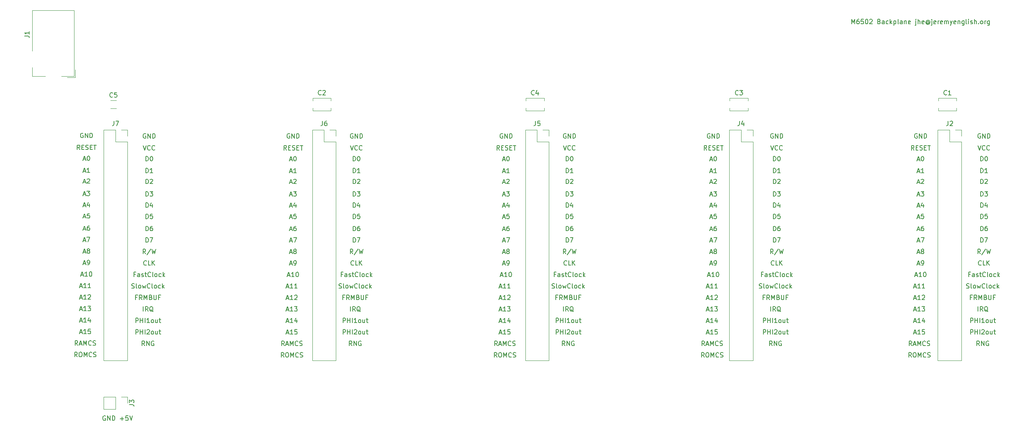
<source format=gto>
G04 #@! TF.GenerationSoftware,KiCad,Pcbnew,(5.1.12)-1*
G04 #@! TF.CreationDate,2022-10-05T17:50:00-05:00*
G04 #@! TF.ProjectId,motherboard,6d6f7468-6572-4626-9f61-72642e6b6963,rev?*
G04 #@! TF.SameCoordinates,Original*
G04 #@! TF.FileFunction,Legend,Top*
G04 #@! TF.FilePolarity,Positive*
%FSLAX46Y46*%
G04 Gerber Fmt 4.6, Leading zero omitted, Abs format (unit mm)*
G04 Created by KiCad (PCBNEW (5.1.12)-1) date 2022-10-05 17:50:00*
%MOMM*%
%LPD*%
G01*
G04 APERTURE LIST*
%ADD10C,0.150000*%
%ADD11C,0.120000*%
%ADD12O,1.700000X1.700000*%
%ADD13R,1.700000X1.700000*%
%ADD14C,1.600000*%
%ADD15R,2.600000X2.600000*%
%ADD16C,2.600000*%
G04 APERTURE END LIST*
D10*
X212139523Y-32202380D02*
X212139523Y-31202380D01*
X212472857Y-31916666D01*
X212806190Y-31202380D01*
X212806190Y-32202380D01*
X213710952Y-31202380D02*
X213520476Y-31202380D01*
X213425238Y-31250000D01*
X213377619Y-31297619D01*
X213282380Y-31440476D01*
X213234761Y-31630952D01*
X213234761Y-32011904D01*
X213282380Y-32107142D01*
X213330000Y-32154761D01*
X213425238Y-32202380D01*
X213615714Y-32202380D01*
X213710952Y-32154761D01*
X213758571Y-32107142D01*
X213806190Y-32011904D01*
X213806190Y-31773809D01*
X213758571Y-31678571D01*
X213710952Y-31630952D01*
X213615714Y-31583333D01*
X213425238Y-31583333D01*
X213330000Y-31630952D01*
X213282380Y-31678571D01*
X213234761Y-31773809D01*
X214710952Y-31202380D02*
X214234761Y-31202380D01*
X214187142Y-31678571D01*
X214234761Y-31630952D01*
X214330000Y-31583333D01*
X214568095Y-31583333D01*
X214663333Y-31630952D01*
X214710952Y-31678571D01*
X214758571Y-31773809D01*
X214758571Y-32011904D01*
X214710952Y-32107142D01*
X214663333Y-32154761D01*
X214568095Y-32202380D01*
X214330000Y-32202380D01*
X214234761Y-32154761D01*
X214187142Y-32107142D01*
X215377619Y-31202380D02*
X215472857Y-31202380D01*
X215568095Y-31250000D01*
X215615714Y-31297619D01*
X215663333Y-31392857D01*
X215710952Y-31583333D01*
X215710952Y-31821428D01*
X215663333Y-32011904D01*
X215615714Y-32107142D01*
X215568095Y-32154761D01*
X215472857Y-32202380D01*
X215377619Y-32202380D01*
X215282380Y-32154761D01*
X215234761Y-32107142D01*
X215187142Y-32011904D01*
X215139523Y-31821428D01*
X215139523Y-31583333D01*
X215187142Y-31392857D01*
X215234761Y-31297619D01*
X215282380Y-31250000D01*
X215377619Y-31202380D01*
X216091904Y-31297619D02*
X216139523Y-31250000D01*
X216234761Y-31202380D01*
X216472857Y-31202380D01*
X216568095Y-31250000D01*
X216615714Y-31297619D01*
X216663333Y-31392857D01*
X216663333Y-31488095D01*
X216615714Y-31630952D01*
X216044285Y-32202380D01*
X216663333Y-32202380D01*
X218187142Y-31678571D02*
X218330000Y-31726190D01*
X218377619Y-31773809D01*
X218425238Y-31869047D01*
X218425238Y-32011904D01*
X218377619Y-32107142D01*
X218330000Y-32154761D01*
X218234761Y-32202380D01*
X217853809Y-32202380D01*
X217853809Y-31202380D01*
X218187142Y-31202380D01*
X218282380Y-31250000D01*
X218330000Y-31297619D01*
X218377619Y-31392857D01*
X218377619Y-31488095D01*
X218330000Y-31583333D01*
X218282380Y-31630952D01*
X218187142Y-31678571D01*
X217853809Y-31678571D01*
X219282380Y-32202380D02*
X219282380Y-31678571D01*
X219234761Y-31583333D01*
X219139523Y-31535714D01*
X218949047Y-31535714D01*
X218853809Y-31583333D01*
X219282380Y-32154761D02*
X219187142Y-32202380D01*
X218949047Y-32202380D01*
X218853809Y-32154761D01*
X218806190Y-32059523D01*
X218806190Y-31964285D01*
X218853809Y-31869047D01*
X218949047Y-31821428D01*
X219187142Y-31821428D01*
X219282380Y-31773809D01*
X220187142Y-32154761D02*
X220091904Y-32202380D01*
X219901428Y-32202380D01*
X219806190Y-32154761D01*
X219758571Y-32107142D01*
X219710952Y-32011904D01*
X219710952Y-31726190D01*
X219758571Y-31630952D01*
X219806190Y-31583333D01*
X219901428Y-31535714D01*
X220091904Y-31535714D01*
X220187142Y-31583333D01*
X220615714Y-32202380D02*
X220615714Y-31202380D01*
X220710952Y-31821428D02*
X220996666Y-32202380D01*
X220996666Y-31535714D02*
X220615714Y-31916666D01*
X221425238Y-31535714D02*
X221425238Y-32535714D01*
X221425238Y-31583333D02*
X221520476Y-31535714D01*
X221710952Y-31535714D01*
X221806190Y-31583333D01*
X221853809Y-31630952D01*
X221901428Y-31726190D01*
X221901428Y-32011904D01*
X221853809Y-32107142D01*
X221806190Y-32154761D01*
X221710952Y-32202380D01*
X221520476Y-32202380D01*
X221425238Y-32154761D01*
X222472857Y-32202380D02*
X222377619Y-32154761D01*
X222330000Y-32059523D01*
X222330000Y-31202380D01*
X223282380Y-32202380D02*
X223282380Y-31678571D01*
X223234761Y-31583333D01*
X223139523Y-31535714D01*
X222949047Y-31535714D01*
X222853809Y-31583333D01*
X223282380Y-32154761D02*
X223187142Y-32202380D01*
X222949047Y-32202380D01*
X222853809Y-32154761D01*
X222806190Y-32059523D01*
X222806190Y-31964285D01*
X222853809Y-31869047D01*
X222949047Y-31821428D01*
X223187142Y-31821428D01*
X223282380Y-31773809D01*
X223758571Y-31535714D02*
X223758571Y-32202380D01*
X223758571Y-31630952D02*
X223806190Y-31583333D01*
X223901428Y-31535714D01*
X224044285Y-31535714D01*
X224139523Y-31583333D01*
X224187142Y-31678571D01*
X224187142Y-32202380D01*
X225044285Y-32154761D02*
X224949047Y-32202380D01*
X224758571Y-32202380D01*
X224663333Y-32154761D01*
X224615714Y-32059523D01*
X224615714Y-31678571D01*
X224663333Y-31583333D01*
X224758571Y-31535714D01*
X224949047Y-31535714D01*
X225044285Y-31583333D01*
X225091904Y-31678571D01*
X225091904Y-31773809D01*
X224615714Y-31869047D01*
X226282380Y-31535714D02*
X226282380Y-32392857D01*
X226234761Y-32488095D01*
X226139523Y-32535714D01*
X226091904Y-32535714D01*
X226282380Y-31202380D02*
X226234761Y-31250000D01*
X226282380Y-31297619D01*
X226330000Y-31250000D01*
X226282380Y-31202380D01*
X226282380Y-31297619D01*
X226758571Y-32202380D02*
X226758571Y-31202380D01*
X227187142Y-32202380D02*
X227187142Y-31678571D01*
X227139523Y-31583333D01*
X227044285Y-31535714D01*
X226901428Y-31535714D01*
X226806190Y-31583333D01*
X226758571Y-31630952D01*
X228044285Y-32154761D02*
X227949047Y-32202380D01*
X227758571Y-32202380D01*
X227663333Y-32154761D01*
X227615714Y-32059523D01*
X227615714Y-31678571D01*
X227663333Y-31583333D01*
X227758571Y-31535714D01*
X227949047Y-31535714D01*
X228044285Y-31583333D01*
X228091904Y-31678571D01*
X228091904Y-31773809D01*
X227615714Y-31869047D01*
X229139523Y-31726190D02*
X229091904Y-31678571D01*
X228996666Y-31630952D01*
X228901428Y-31630952D01*
X228806190Y-31678571D01*
X228758571Y-31726190D01*
X228710952Y-31821428D01*
X228710952Y-31916666D01*
X228758571Y-32011904D01*
X228806190Y-32059523D01*
X228901428Y-32107142D01*
X228996666Y-32107142D01*
X229091904Y-32059523D01*
X229139523Y-32011904D01*
X229139523Y-31630952D02*
X229139523Y-32011904D01*
X229187142Y-32059523D01*
X229234761Y-32059523D01*
X229330000Y-32011904D01*
X229377619Y-31916666D01*
X229377619Y-31678571D01*
X229282380Y-31535714D01*
X229139523Y-31440476D01*
X228949047Y-31392857D01*
X228758571Y-31440476D01*
X228615714Y-31535714D01*
X228520476Y-31678571D01*
X228472857Y-31869047D01*
X228520476Y-32059523D01*
X228615714Y-32202380D01*
X228758571Y-32297619D01*
X228949047Y-32345238D01*
X229139523Y-32297619D01*
X229282380Y-32202380D01*
X229806190Y-31535714D02*
X229806190Y-32392857D01*
X229758571Y-32488095D01*
X229663333Y-32535714D01*
X229615714Y-32535714D01*
X229806190Y-31202380D02*
X229758571Y-31250000D01*
X229806190Y-31297619D01*
X229853809Y-31250000D01*
X229806190Y-31202380D01*
X229806190Y-31297619D01*
X230663333Y-32154761D02*
X230568095Y-32202380D01*
X230377619Y-32202380D01*
X230282380Y-32154761D01*
X230234761Y-32059523D01*
X230234761Y-31678571D01*
X230282380Y-31583333D01*
X230377619Y-31535714D01*
X230568095Y-31535714D01*
X230663333Y-31583333D01*
X230710952Y-31678571D01*
X230710952Y-31773809D01*
X230234761Y-31869047D01*
X231139523Y-32202380D02*
X231139523Y-31535714D01*
X231139523Y-31726190D02*
X231187142Y-31630952D01*
X231234761Y-31583333D01*
X231330000Y-31535714D01*
X231425238Y-31535714D01*
X232139523Y-32154761D02*
X232044285Y-32202380D01*
X231853809Y-32202380D01*
X231758571Y-32154761D01*
X231710952Y-32059523D01*
X231710952Y-31678571D01*
X231758571Y-31583333D01*
X231853809Y-31535714D01*
X232044285Y-31535714D01*
X232139523Y-31583333D01*
X232187142Y-31678571D01*
X232187142Y-31773809D01*
X231710952Y-31869047D01*
X232615714Y-32202380D02*
X232615714Y-31535714D01*
X232615714Y-31630952D02*
X232663333Y-31583333D01*
X232758571Y-31535714D01*
X232901428Y-31535714D01*
X232996666Y-31583333D01*
X233044285Y-31678571D01*
X233044285Y-32202380D01*
X233044285Y-31678571D02*
X233091904Y-31583333D01*
X233187142Y-31535714D01*
X233330000Y-31535714D01*
X233425238Y-31583333D01*
X233472857Y-31678571D01*
X233472857Y-32202380D01*
X233853809Y-31535714D02*
X234091904Y-32202380D01*
X234330000Y-31535714D02*
X234091904Y-32202380D01*
X233996666Y-32440476D01*
X233949047Y-32488095D01*
X233853809Y-32535714D01*
X235091904Y-32154761D02*
X234996666Y-32202380D01*
X234806190Y-32202380D01*
X234710952Y-32154761D01*
X234663333Y-32059523D01*
X234663333Y-31678571D01*
X234710952Y-31583333D01*
X234806190Y-31535714D01*
X234996666Y-31535714D01*
X235091904Y-31583333D01*
X235139523Y-31678571D01*
X235139523Y-31773809D01*
X234663333Y-31869047D01*
X235568095Y-31535714D02*
X235568095Y-32202380D01*
X235568095Y-31630952D02*
X235615714Y-31583333D01*
X235710952Y-31535714D01*
X235853809Y-31535714D01*
X235949047Y-31583333D01*
X235996666Y-31678571D01*
X235996666Y-32202380D01*
X236901428Y-31535714D02*
X236901428Y-32345238D01*
X236853809Y-32440476D01*
X236806190Y-32488095D01*
X236710952Y-32535714D01*
X236568095Y-32535714D01*
X236472857Y-32488095D01*
X236901428Y-32154761D02*
X236806190Y-32202380D01*
X236615714Y-32202380D01*
X236520476Y-32154761D01*
X236472857Y-32107142D01*
X236425238Y-32011904D01*
X236425238Y-31726190D01*
X236472857Y-31630952D01*
X236520476Y-31583333D01*
X236615714Y-31535714D01*
X236806190Y-31535714D01*
X236901428Y-31583333D01*
X237520476Y-32202380D02*
X237425238Y-32154761D01*
X237377619Y-32059523D01*
X237377619Y-31202380D01*
X237901428Y-32202380D02*
X237901428Y-31535714D01*
X237901428Y-31202380D02*
X237853809Y-31250000D01*
X237901428Y-31297619D01*
X237949047Y-31250000D01*
X237901428Y-31202380D01*
X237901428Y-31297619D01*
X238330000Y-32154761D02*
X238425238Y-32202380D01*
X238615714Y-32202380D01*
X238710952Y-32154761D01*
X238758571Y-32059523D01*
X238758571Y-32011904D01*
X238710952Y-31916666D01*
X238615714Y-31869047D01*
X238472857Y-31869047D01*
X238377619Y-31821428D01*
X238330000Y-31726190D01*
X238330000Y-31678571D01*
X238377619Y-31583333D01*
X238472857Y-31535714D01*
X238615714Y-31535714D01*
X238710952Y-31583333D01*
X239187142Y-32202380D02*
X239187142Y-31202380D01*
X239615714Y-32202380D02*
X239615714Y-31678571D01*
X239568095Y-31583333D01*
X239472857Y-31535714D01*
X239330000Y-31535714D01*
X239234761Y-31583333D01*
X239187142Y-31630952D01*
X240091904Y-32107142D02*
X240139523Y-32154761D01*
X240091904Y-32202380D01*
X240044285Y-32154761D01*
X240091904Y-32107142D01*
X240091904Y-32202380D01*
X240710952Y-32202380D02*
X240615714Y-32154761D01*
X240568095Y-32107142D01*
X240520476Y-32011904D01*
X240520476Y-31726190D01*
X240568095Y-31630952D01*
X240615714Y-31583333D01*
X240710952Y-31535714D01*
X240853809Y-31535714D01*
X240949047Y-31583333D01*
X240996666Y-31630952D01*
X241044285Y-31726190D01*
X241044285Y-32011904D01*
X240996666Y-32107142D01*
X240949047Y-32154761D01*
X240853809Y-32202380D01*
X240710952Y-32202380D01*
X241472857Y-32202380D02*
X241472857Y-31535714D01*
X241472857Y-31726190D02*
X241520476Y-31630952D01*
X241568095Y-31583333D01*
X241663333Y-31535714D01*
X241758571Y-31535714D01*
X242520476Y-31535714D02*
X242520476Y-32345238D01*
X242472857Y-32440476D01*
X242425238Y-32488095D01*
X242330000Y-32535714D01*
X242187142Y-32535714D01*
X242091904Y-32488095D01*
X242520476Y-32154761D02*
X242425238Y-32202380D01*
X242234761Y-32202380D01*
X242139523Y-32154761D01*
X242091904Y-32107142D01*
X242044285Y-32011904D01*
X242044285Y-31726190D01*
X242091904Y-31630952D01*
X242139523Y-31583333D01*
X242234761Y-31535714D01*
X242425238Y-31535714D01*
X242520476Y-31583333D01*
X47498095Y-118880000D02*
X47402857Y-118832380D01*
X47260000Y-118832380D01*
X47117142Y-118880000D01*
X47021904Y-118975238D01*
X46974285Y-119070476D01*
X46926666Y-119260952D01*
X46926666Y-119403809D01*
X46974285Y-119594285D01*
X47021904Y-119689523D01*
X47117142Y-119784761D01*
X47260000Y-119832380D01*
X47355238Y-119832380D01*
X47498095Y-119784761D01*
X47545714Y-119737142D01*
X47545714Y-119403809D01*
X47355238Y-119403809D01*
X47974285Y-119832380D02*
X47974285Y-118832380D01*
X48545714Y-119832380D01*
X48545714Y-118832380D01*
X49021904Y-119832380D02*
X49021904Y-118832380D01*
X49260000Y-118832380D01*
X49402857Y-118880000D01*
X49498095Y-118975238D01*
X49545714Y-119070476D01*
X49593333Y-119260952D01*
X49593333Y-119403809D01*
X49545714Y-119594285D01*
X49498095Y-119689523D01*
X49402857Y-119784761D01*
X49260000Y-119832380D01*
X49021904Y-119832380D01*
X50784285Y-119451428D02*
X51546190Y-119451428D01*
X51165238Y-119832380D02*
X51165238Y-119070476D01*
X52498571Y-118832380D02*
X52022380Y-118832380D01*
X51974761Y-119308571D01*
X52022380Y-119260952D01*
X52117619Y-119213333D01*
X52355714Y-119213333D01*
X52450952Y-119260952D01*
X52498571Y-119308571D01*
X52546190Y-119403809D01*
X52546190Y-119641904D01*
X52498571Y-119737142D01*
X52450952Y-119784761D01*
X52355714Y-119832380D01*
X52117619Y-119832380D01*
X52022380Y-119784761D01*
X51974761Y-119737142D01*
X52831904Y-118832380D02*
X53165238Y-119832380D01*
X53498571Y-118832380D01*
X240514285Y-83002380D02*
X240180952Y-82526190D01*
X239942857Y-83002380D02*
X239942857Y-82002380D01*
X240323809Y-82002380D01*
X240419047Y-82050000D01*
X240466666Y-82097619D01*
X240514285Y-82192857D01*
X240514285Y-82335714D01*
X240466666Y-82430952D01*
X240419047Y-82478571D01*
X240323809Y-82526190D01*
X239942857Y-82526190D01*
X241657142Y-81954761D02*
X240800000Y-83240476D01*
X241895238Y-82002380D02*
X242133333Y-83002380D01*
X242323809Y-82288095D01*
X242514285Y-83002380D01*
X242752380Y-82002380D01*
X240561904Y-65113160D02*
X240561904Y-64113160D01*
X240800000Y-64113160D01*
X240942857Y-64160780D01*
X241038095Y-64256018D01*
X241085714Y-64351256D01*
X241133333Y-64541732D01*
X241133333Y-64684589D01*
X241085714Y-64875065D01*
X241038095Y-64970303D01*
X240942857Y-65065541D01*
X240800000Y-65113160D01*
X240561904Y-65113160D01*
X242085714Y-65113160D02*
X241514285Y-65113160D01*
X241800000Y-65113160D02*
X241800000Y-64113160D01*
X241704761Y-64256018D01*
X241609523Y-64351256D01*
X241514285Y-64398875D01*
X240561904Y-80462380D02*
X240561904Y-79462380D01*
X240800000Y-79462380D01*
X240942857Y-79510000D01*
X241038095Y-79605238D01*
X241085714Y-79700476D01*
X241133333Y-79890952D01*
X241133333Y-80033809D01*
X241085714Y-80224285D01*
X241038095Y-80319523D01*
X240942857Y-80414761D01*
X240800000Y-80462380D01*
X240561904Y-80462380D01*
X241466666Y-79462380D02*
X242133333Y-79462380D01*
X241704761Y-80462380D01*
X240561904Y-72750940D02*
X240561904Y-71750940D01*
X240800000Y-71750940D01*
X240942857Y-71798560D01*
X241038095Y-71893798D01*
X241085714Y-71989036D01*
X241133333Y-72179512D01*
X241133333Y-72322369D01*
X241085714Y-72512845D01*
X241038095Y-72608083D01*
X240942857Y-72703321D01*
X240800000Y-72750940D01*
X240561904Y-72750940D01*
X241990476Y-72084274D02*
X241990476Y-72750940D01*
X241752380Y-71703321D02*
X241514285Y-72417607D01*
X242133333Y-72417607D01*
X240538095Y-56500000D02*
X240442857Y-56452380D01*
X240300000Y-56452380D01*
X240157142Y-56500000D01*
X240061904Y-56595238D01*
X240014285Y-56690476D01*
X239966666Y-56880952D01*
X239966666Y-57023809D01*
X240014285Y-57214285D01*
X240061904Y-57309523D01*
X240157142Y-57404761D01*
X240300000Y-57452380D01*
X240395238Y-57452380D01*
X240538095Y-57404761D01*
X240585714Y-57357142D01*
X240585714Y-57023809D01*
X240395238Y-57023809D01*
X241014285Y-57452380D02*
X241014285Y-56452380D01*
X241585714Y-57452380D01*
X241585714Y-56452380D01*
X242061904Y-57452380D02*
X242061904Y-56452380D01*
X242300000Y-56452380D01*
X242442857Y-56500000D01*
X242538095Y-56595238D01*
X242585714Y-56690476D01*
X242633333Y-56880952D01*
X242633333Y-57023809D01*
X242585714Y-57214285D01*
X242538095Y-57309523D01*
X242442857Y-57404761D01*
X242300000Y-57452380D01*
X242061904Y-57452380D01*
X240316474Y-103322380D02*
X239983140Y-102846190D01*
X239745045Y-103322380D02*
X239745045Y-102322380D01*
X240125998Y-102322380D01*
X240221236Y-102370000D01*
X240268855Y-102417619D01*
X240316474Y-102512857D01*
X240316474Y-102655714D01*
X240268855Y-102750952D01*
X240221236Y-102798571D01*
X240125998Y-102846190D01*
X239745045Y-102846190D01*
X240745045Y-103322380D02*
X240745045Y-102322380D01*
X241316474Y-103322380D01*
X241316474Y-102322380D01*
X242316474Y-102370000D02*
X242221236Y-102322380D01*
X242078379Y-102322380D01*
X241935521Y-102370000D01*
X241840283Y-102465238D01*
X241792664Y-102560476D01*
X241745045Y-102750952D01*
X241745045Y-102893809D01*
X241792664Y-103084285D01*
X241840283Y-103179523D01*
X241935521Y-103274761D01*
X242078379Y-103322380D01*
X242173617Y-103322380D01*
X242316474Y-103274761D01*
X242364093Y-103227142D01*
X242364093Y-102893809D01*
X242173617Y-102893809D01*
X238340283Y-98242380D02*
X238340283Y-97242380D01*
X238721236Y-97242380D01*
X238816474Y-97290000D01*
X238864093Y-97337619D01*
X238911712Y-97432857D01*
X238911712Y-97575714D01*
X238864093Y-97670952D01*
X238816474Y-97718571D01*
X238721236Y-97766190D01*
X238340283Y-97766190D01*
X239340283Y-98242380D02*
X239340283Y-97242380D01*
X239340283Y-97718571D02*
X239911712Y-97718571D01*
X239911712Y-98242380D02*
X239911712Y-97242380D01*
X240387902Y-98242380D02*
X240387902Y-97242380D01*
X241387902Y-98242380D02*
X240816474Y-98242380D01*
X241102188Y-98242380D02*
X241102188Y-97242380D01*
X241006950Y-97385238D01*
X240911712Y-97480476D01*
X240816474Y-97528095D01*
X241959331Y-98242380D02*
X241864093Y-98194761D01*
X241816474Y-98147142D01*
X241768855Y-98051904D01*
X241768855Y-97766190D01*
X241816474Y-97670952D01*
X241864093Y-97623333D01*
X241959331Y-97575714D01*
X242102188Y-97575714D01*
X242197426Y-97623333D01*
X242245045Y-97670952D01*
X242292664Y-97766190D01*
X242292664Y-98051904D01*
X242245045Y-98147142D01*
X242197426Y-98194761D01*
X242102188Y-98242380D01*
X241959331Y-98242380D01*
X243149807Y-97575714D02*
X243149807Y-98242380D01*
X242721236Y-97575714D02*
X242721236Y-98099523D01*
X242768855Y-98194761D01*
X242864093Y-98242380D01*
X243006950Y-98242380D01*
X243102188Y-98194761D01*
X243149807Y-98147142D01*
X243483140Y-97575714D02*
X243864093Y-97575714D01*
X243625998Y-97242380D02*
X243625998Y-98099523D01*
X243673617Y-98194761D01*
X243768855Y-98242380D01*
X243864093Y-98242380D01*
X240704761Y-85447142D02*
X240657142Y-85494761D01*
X240514285Y-85542380D01*
X240419047Y-85542380D01*
X240276190Y-85494761D01*
X240180952Y-85399523D01*
X240133333Y-85304285D01*
X240085714Y-85113809D01*
X240085714Y-84970952D01*
X240133333Y-84780476D01*
X240180952Y-84685238D01*
X240276190Y-84590000D01*
X240419047Y-84542380D01*
X240514285Y-84542380D01*
X240657142Y-84590000D01*
X240704761Y-84637619D01*
X241609523Y-85542380D02*
X241133333Y-85542380D01*
X241133333Y-84542380D01*
X241942857Y-85542380D02*
X241942857Y-84542380D01*
X242514285Y-85542380D02*
X242085714Y-84970952D01*
X242514285Y-84542380D02*
X241942857Y-85113809D01*
X240561904Y-70259200D02*
X240561904Y-69259200D01*
X240800000Y-69259200D01*
X240942857Y-69306820D01*
X241038095Y-69402058D01*
X241085714Y-69497296D01*
X241133333Y-69687772D01*
X241133333Y-69830629D01*
X241085714Y-70021105D01*
X241038095Y-70116343D01*
X240942857Y-70211581D01*
X240800000Y-70259200D01*
X240561904Y-70259200D01*
X241466666Y-69259200D02*
X242085714Y-69259200D01*
X241752380Y-69640153D01*
X241895238Y-69640153D01*
X241990476Y-69687772D01*
X242038095Y-69735391D01*
X242085714Y-69830629D01*
X242085714Y-70068724D01*
X242038095Y-70163962D01*
X241990476Y-70211581D01*
X241895238Y-70259200D01*
X241609523Y-70259200D01*
X241514285Y-70211581D01*
X241466666Y-70163962D01*
X240561904Y-77935080D02*
X240561904Y-76935080D01*
X240800000Y-76935080D01*
X240942857Y-76982700D01*
X241038095Y-77077938D01*
X241085714Y-77173176D01*
X241133333Y-77363652D01*
X241133333Y-77506509D01*
X241085714Y-77696985D01*
X241038095Y-77792223D01*
X240942857Y-77887461D01*
X240800000Y-77935080D01*
X240561904Y-77935080D01*
X241990476Y-76935080D02*
X241800000Y-76935080D01*
X241704761Y-76982700D01*
X241657142Y-77030319D01*
X241561904Y-77173176D01*
X241514285Y-77363652D01*
X241514285Y-77744604D01*
X241561904Y-77839842D01*
X241609523Y-77887461D01*
X241704761Y-77935080D01*
X241895238Y-77935080D01*
X241990476Y-77887461D01*
X242038095Y-77839842D01*
X242085714Y-77744604D01*
X242085714Y-77506509D01*
X242038095Y-77411271D01*
X241990476Y-77363652D01*
X241895238Y-77316033D01*
X241704761Y-77316033D01*
X241609523Y-77363652D01*
X241561904Y-77411271D01*
X241514285Y-77506509D01*
X240561904Y-62481720D02*
X240561904Y-61481720D01*
X240800000Y-61481720D01*
X240942857Y-61529340D01*
X241038095Y-61624578D01*
X241085714Y-61719816D01*
X241133333Y-61910292D01*
X241133333Y-62053149D01*
X241085714Y-62243625D01*
X241038095Y-62338863D01*
X240942857Y-62434101D01*
X240800000Y-62481720D01*
X240561904Y-62481720D01*
X241752380Y-61481720D02*
X241847619Y-61481720D01*
X241942857Y-61529340D01*
X241990476Y-61576959D01*
X242038095Y-61672197D01*
X242085714Y-61862673D01*
X242085714Y-62100768D01*
X242038095Y-62291244D01*
X241990476Y-62386482D01*
X241942857Y-62434101D01*
X241847619Y-62481720D01*
X241752380Y-62481720D01*
X241657142Y-62434101D01*
X241609523Y-62386482D01*
X241561904Y-62291244D01*
X241514285Y-62100768D01*
X241514285Y-61862673D01*
X241561904Y-61672197D01*
X241609523Y-61576959D01*
X241657142Y-61529340D01*
X241752380Y-61481720D01*
X238252380Y-87558571D02*
X237919047Y-87558571D01*
X237919047Y-88082380D02*
X237919047Y-87082380D01*
X238395238Y-87082380D01*
X239204761Y-88082380D02*
X239204761Y-87558571D01*
X239157142Y-87463333D01*
X239061904Y-87415714D01*
X238871428Y-87415714D01*
X238776190Y-87463333D01*
X239204761Y-88034761D02*
X239109523Y-88082380D01*
X238871428Y-88082380D01*
X238776190Y-88034761D01*
X238728571Y-87939523D01*
X238728571Y-87844285D01*
X238776190Y-87749047D01*
X238871428Y-87701428D01*
X239109523Y-87701428D01*
X239204761Y-87653809D01*
X239633333Y-88034761D02*
X239728571Y-88082380D01*
X239919047Y-88082380D01*
X240014285Y-88034761D01*
X240061904Y-87939523D01*
X240061904Y-87891904D01*
X240014285Y-87796666D01*
X239919047Y-87749047D01*
X239776190Y-87749047D01*
X239680952Y-87701428D01*
X239633333Y-87606190D01*
X239633333Y-87558571D01*
X239680952Y-87463333D01*
X239776190Y-87415714D01*
X239919047Y-87415714D01*
X240014285Y-87463333D01*
X240347619Y-87415714D02*
X240728571Y-87415714D01*
X240490476Y-87082380D02*
X240490476Y-87939523D01*
X240538095Y-88034761D01*
X240633333Y-88082380D01*
X240728571Y-88082380D01*
X241633333Y-87987142D02*
X241585714Y-88034761D01*
X241442857Y-88082380D01*
X241347619Y-88082380D01*
X241204761Y-88034761D01*
X241109523Y-87939523D01*
X241061904Y-87844285D01*
X241014285Y-87653809D01*
X241014285Y-87510952D01*
X241061904Y-87320476D01*
X241109523Y-87225238D01*
X241204761Y-87130000D01*
X241347619Y-87082380D01*
X241442857Y-87082380D01*
X241585714Y-87130000D01*
X241633333Y-87177619D01*
X242204761Y-88082380D02*
X242109523Y-88034761D01*
X242061904Y-87939523D01*
X242061904Y-87082380D01*
X242728571Y-88082380D02*
X242633333Y-88034761D01*
X242585714Y-87987142D01*
X242538095Y-87891904D01*
X242538095Y-87606190D01*
X242585714Y-87510952D01*
X242633333Y-87463333D01*
X242728571Y-87415714D01*
X242871428Y-87415714D01*
X242966666Y-87463333D01*
X243014285Y-87510952D01*
X243061904Y-87606190D01*
X243061904Y-87891904D01*
X243014285Y-87987142D01*
X242966666Y-88034761D01*
X242871428Y-88082380D01*
X242728571Y-88082380D01*
X243919047Y-88034761D02*
X243823809Y-88082380D01*
X243633333Y-88082380D01*
X243538095Y-88034761D01*
X243490476Y-87987142D01*
X243442857Y-87891904D01*
X243442857Y-87606190D01*
X243490476Y-87510952D01*
X243538095Y-87463333D01*
X243633333Y-87415714D01*
X243823809Y-87415714D01*
X243919047Y-87463333D01*
X244347619Y-88082380D02*
X244347619Y-87082380D01*
X244442857Y-87701428D02*
X244728571Y-88082380D01*
X244728571Y-87415714D02*
X244347619Y-87796666D01*
X238649807Y-92638571D02*
X238316474Y-92638571D01*
X238316474Y-93162380D02*
X238316474Y-92162380D01*
X238792664Y-92162380D01*
X239745045Y-93162380D02*
X239411712Y-92686190D01*
X239173617Y-93162380D02*
X239173617Y-92162380D01*
X239554569Y-92162380D01*
X239649807Y-92210000D01*
X239697426Y-92257619D01*
X239745045Y-92352857D01*
X239745045Y-92495714D01*
X239697426Y-92590952D01*
X239649807Y-92638571D01*
X239554569Y-92686190D01*
X239173617Y-92686190D01*
X240173617Y-93162380D02*
X240173617Y-92162380D01*
X240506950Y-92876666D01*
X240840283Y-92162380D01*
X240840283Y-93162380D01*
X241649807Y-92638571D02*
X241792664Y-92686190D01*
X241840283Y-92733809D01*
X241887902Y-92829047D01*
X241887902Y-92971904D01*
X241840283Y-93067142D01*
X241792664Y-93114761D01*
X241697426Y-93162380D01*
X241316474Y-93162380D01*
X241316474Y-92162380D01*
X241649807Y-92162380D01*
X241745045Y-92210000D01*
X241792664Y-92257619D01*
X241840283Y-92352857D01*
X241840283Y-92448095D01*
X241792664Y-92543333D01*
X241745045Y-92590952D01*
X241649807Y-92638571D01*
X241316474Y-92638571D01*
X242316474Y-92162380D02*
X242316474Y-92971904D01*
X242364093Y-93067142D01*
X242411712Y-93114761D01*
X242506950Y-93162380D01*
X242697426Y-93162380D01*
X242792664Y-93114761D01*
X242840283Y-93067142D01*
X242887902Y-92971904D01*
X242887902Y-92162380D01*
X243697426Y-92638571D02*
X243364093Y-92638571D01*
X243364093Y-93162380D02*
X243364093Y-92162380D01*
X243840283Y-92162380D01*
X240006950Y-95702380D02*
X240006950Y-94702380D01*
X241054569Y-95702380D02*
X240721236Y-95226190D01*
X240483140Y-95702380D02*
X240483140Y-94702380D01*
X240864093Y-94702380D01*
X240959331Y-94750000D01*
X241006950Y-94797619D01*
X241054569Y-94892857D01*
X241054569Y-95035714D01*
X241006950Y-95130952D01*
X240959331Y-95178571D01*
X240864093Y-95226190D01*
X240483140Y-95226190D01*
X242149807Y-95797619D02*
X242054569Y-95750000D01*
X241959331Y-95654761D01*
X241816474Y-95511904D01*
X241721236Y-95464285D01*
X241625998Y-95464285D01*
X241673617Y-95702380D02*
X241578379Y-95654761D01*
X241483140Y-95559523D01*
X241435521Y-95369047D01*
X241435521Y-95035714D01*
X241483140Y-94845238D01*
X241578379Y-94750000D01*
X241673617Y-94702380D01*
X241864093Y-94702380D01*
X241959331Y-94750000D01*
X242054569Y-94845238D01*
X242102188Y-95035714D01*
X242102188Y-95369047D01*
X242054569Y-95559523D01*
X241959331Y-95654761D01*
X241864093Y-95702380D01*
X241673617Y-95702380D01*
X239966666Y-59078880D02*
X240300000Y-60078880D01*
X240633333Y-59078880D01*
X241538095Y-59983642D02*
X241490476Y-60031261D01*
X241347619Y-60078880D01*
X241252380Y-60078880D01*
X241109523Y-60031261D01*
X241014285Y-59936023D01*
X240966666Y-59840785D01*
X240919047Y-59650309D01*
X240919047Y-59507452D01*
X240966666Y-59316976D01*
X241014285Y-59221738D01*
X241109523Y-59126500D01*
X241252380Y-59078880D01*
X241347619Y-59078880D01*
X241490476Y-59126500D01*
X241538095Y-59174119D01*
X242538095Y-59983642D02*
X242490476Y-60031261D01*
X242347619Y-60078880D01*
X242252380Y-60078880D01*
X242109523Y-60031261D01*
X242014285Y-59936023D01*
X241966666Y-59840785D01*
X241919047Y-59650309D01*
X241919047Y-59507452D01*
X241966666Y-59316976D01*
X242014285Y-59221738D01*
X242109523Y-59126500D01*
X242252380Y-59078880D01*
X242347619Y-59078880D01*
X242490476Y-59126500D01*
X242538095Y-59174119D01*
X237459331Y-90574761D02*
X237602188Y-90622380D01*
X237840283Y-90622380D01*
X237935521Y-90574761D01*
X237983140Y-90527142D01*
X238030760Y-90431904D01*
X238030760Y-90336666D01*
X237983140Y-90241428D01*
X237935521Y-90193809D01*
X237840283Y-90146190D01*
X237649807Y-90098571D01*
X237554569Y-90050952D01*
X237506950Y-90003333D01*
X237459331Y-89908095D01*
X237459331Y-89812857D01*
X237506950Y-89717619D01*
X237554569Y-89670000D01*
X237649807Y-89622380D01*
X237887902Y-89622380D01*
X238030760Y-89670000D01*
X238602188Y-90622380D02*
X238506950Y-90574761D01*
X238459331Y-90479523D01*
X238459331Y-89622380D01*
X239125998Y-90622380D02*
X239030760Y-90574761D01*
X238983140Y-90527142D01*
X238935521Y-90431904D01*
X238935521Y-90146190D01*
X238983140Y-90050952D01*
X239030760Y-90003333D01*
X239125998Y-89955714D01*
X239268855Y-89955714D01*
X239364093Y-90003333D01*
X239411712Y-90050952D01*
X239459331Y-90146190D01*
X239459331Y-90431904D01*
X239411712Y-90527142D01*
X239364093Y-90574761D01*
X239268855Y-90622380D01*
X239125998Y-90622380D01*
X239792664Y-89955714D02*
X239983140Y-90622380D01*
X240173617Y-90146190D01*
X240364093Y-90622380D01*
X240554569Y-89955714D01*
X241506950Y-90527142D02*
X241459331Y-90574761D01*
X241316474Y-90622380D01*
X241221236Y-90622380D01*
X241078379Y-90574761D01*
X240983140Y-90479523D01*
X240935521Y-90384285D01*
X240887902Y-90193809D01*
X240887902Y-90050952D01*
X240935521Y-89860476D01*
X240983140Y-89765238D01*
X241078379Y-89670000D01*
X241221236Y-89622380D01*
X241316474Y-89622380D01*
X241459331Y-89670000D01*
X241506950Y-89717619D01*
X242078379Y-90622380D02*
X241983140Y-90574761D01*
X241935521Y-90479523D01*
X241935521Y-89622380D01*
X242602188Y-90622380D02*
X242506950Y-90574761D01*
X242459331Y-90527142D01*
X242411712Y-90431904D01*
X242411712Y-90146190D01*
X242459331Y-90050952D01*
X242506950Y-90003333D01*
X242602188Y-89955714D01*
X242745045Y-89955714D01*
X242840283Y-90003333D01*
X242887902Y-90050952D01*
X242935521Y-90146190D01*
X242935521Y-90431904D01*
X242887902Y-90527142D01*
X242840283Y-90574761D01*
X242745045Y-90622380D01*
X242602188Y-90622380D01*
X243792664Y-90574761D02*
X243697426Y-90622380D01*
X243506950Y-90622380D01*
X243411712Y-90574761D01*
X243364093Y-90527142D01*
X243316474Y-90431904D01*
X243316474Y-90146190D01*
X243364093Y-90050952D01*
X243411712Y-90003333D01*
X243506950Y-89955714D01*
X243697426Y-89955714D01*
X243792664Y-90003333D01*
X244221236Y-90622380D02*
X244221236Y-89622380D01*
X244316474Y-90241428D02*
X244602188Y-90622380D01*
X244602188Y-89955714D02*
X244221236Y-90336666D01*
X240561904Y-67516000D02*
X240561904Y-66516000D01*
X240800000Y-66516000D01*
X240942857Y-66563620D01*
X241038095Y-66658858D01*
X241085714Y-66754096D01*
X241133333Y-66944572D01*
X241133333Y-67087429D01*
X241085714Y-67277905D01*
X241038095Y-67373143D01*
X240942857Y-67468381D01*
X240800000Y-67516000D01*
X240561904Y-67516000D01*
X241514285Y-66611239D02*
X241561904Y-66563620D01*
X241657142Y-66516000D01*
X241895238Y-66516000D01*
X241990476Y-66563620D01*
X242038095Y-66611239D01*
X242085714Y-66706477D01*
X242085714Y-66801715D01*
X242038095Y-66944572D01*
X241466666Y-67516000D01*
X242085714Y-67516000D01*
X238340283Y-100782380D02*
X238340283Y-99782380D01*
X238721236Y-99782380D01*
X238816474Y-99830000D01*
X238864093Y-99877619D01*
X238911712Y-99972857D01*
X238911712Y-100115714D01*
X238864093Y-100210952D01*
X238816474Y-100258571D01*
X238721236Y-100306190D01*
X238340283Y-100306190D01*
X239340283Y-100782380D02*
X239340283Y-99782380D01*
X239340283Y-100258571D02*
X239911712Y-100258571D01*
X239911712Y-100782380D02*
X239911712Y-99782380D01*
X240387902Y-100782380D02*
X240387902Y-99782380D01*
X240816474Y-99877619D02*
X240864093Y-99830000D01*
X240959331Y-99782380D01*
X241197426Y-99782380D01*
X241292664Y-99830000D01*
X241340283Y-99877619D01*
X241387902Y-99972857D01*
X241387902Y-100068095D01*
X241340283Y-100210952D01*
X240768855Y-100782380D01*
X241387902Y-100782380D01*
X241959331Y-100782380D02*
X241864093Y-100734761D01*
X241816474Y-100687142D01*
X241768855Y-100591904D01*
X241768855Y-100306190D01*
X241816474Y-100210952D01*
X241864093Y-100163333D01*
X241959331Y-100115714D01*
X242102188Y-100115714D01*
X242197426Y-100163333D01*
X242245045Y-100210952D01*
X242292664Y-100306190D01*
X242292664Y-100591904D01*
X242245045Y-100687142D01*
X242197426Y-100734761D01*
X242102188Y-100782380D01*
X241959331Y-100782380D01*
X243149807Y-100115714D02*
X243149807Y-100782380D01*
X242721236Y-100115714D02*
X242721236Y-100639523D01*
X242768855Y-100734761D01*
X242864093Y-100782380D01*
X243006950Y-100782380D01*
X243102188Y-100734761D01*
X243149807Y-100687142D01*
X243483140Y-100115714D02*
X243864093Y-100115714D01*
X243625998Y-99782380D02*
X243625998Y-100639523D01*
X243673617Y-100734761D01*
X243768855Y-100782380D01*
X243864093Y-100782380D01*
X240561904Y-75229980D02*
X240561904Y-74229980D01*
X240800000Y-74229980D01*
X240942857Y-74277600D01*
X241038095Y-74372838D01*
X241085714Y-74468076D01*
X241133333Y-74658552D01*
X241133333Y-74801409D01*
X241085714Y-74991885D01*
X241038095Y-75087123D01*
X240942857Y-75182361D01*
X240800000Y-75229980D01*
X240561904Y-75229980D01*
X242038095Y-74229980D02*
X241561904Y-74229980D01*
X241514285Y-74706171D01*
X241561904Y-74658552D01*
X241657142Y-74610933D01*
X241895238Y-74610933D01*
X241990476Y-74658552D01*
X242038095Y-74706171D01*
X242085714Y-74801409D01*
X242085714Y-75039504D01*
X242038095Y-75134742D01*
X241990476Y-75182361D01*
X241895238Y-75229980D01*
X241657142Y-75229980D01*
X241561904Y-75182361D01*
X241514285Y-75134742D01*
X194794285Y-83002380D02*
X194460952Y-82526190D01*
X194222857Y-83002380D02*
X194222857Y-82002380D01*
X194603809Y-82002380D01*
X194699047Y-82050000D01*
X194746666Y-82097619D01*
X194794285Y-82192857D01*
X194794285Y-82335714D01*
X194746666Y-82430952D01*
X194699047Y-82478571D01*
X194603809Y-82526190D01*
X194222857Y-82526190D01*
X195937142Y-81954761D02*
X195080000Y-83240476D01*
X196175238Y-82002380D02*
X196413333Y-83002380D01*
X196603809Y-82288095D01*
X196794285Y-83002380D01*
X197032380Y-82002380D01*
X194841904Y-65113160D02*
X194841904Y-64113160D01*
X195080000Y-64113160D01*
X195222857Y-64160780D01*
X195318095Y-64256018D01*
X195365714Y-64351256D01*
X195413333Y-64541732D01*
X195413333Y-64684589D01*
X195365714Y-64875065D01*
X195318095Y-64970303D01*
X195222857Y-65065541D01*
X195080000Y-65113160D01*
X194841904Y-65113160D01*
X196365714Y-65113160D02*
X195794285Y-65113160D01*
X196080000Y-65113160D02*
X196080000Y-64113160D01*
X195984761Y-64256018D01*
X195889523Y-64351256D01*
X195794285Y-64398875D01*
X194841904Y-80462380D02*
X194841904Y-79462380D01*
X195080000Y-79462380D01*
X195222857Y-79510000D01*
X195318095Y-79605238D01*
X195365714Y-79700476D01*
X195413333Y-79890952D01*
X195413333Y-80033809D01*
X195365714Y-80224285D01*
X195318095Y-80319523D01*
X195222857Y-80414761D01*
X195080000Y-80462380D01*
X194841904Y-80462380D01*
X195746666Y-79462380D02*
X196413333Y-79462380D01*
X195984761Y-80462380D01*
X194841904Y-72750940D02*
X194841904Y-71750940D01*
X195080000Y-71750940D01*
X195222857Y-71798560D01*
X195318095Y-71893798D01*
X195365714Y-71989036D01*
X195413333Y-72179512D01*
X195413333Y-72322369D01*
X195365714Y-72512845D01*
X195318095Y-72608083D01*
X195222857Y-72703321D01*
X195080000Y-72750940D01*
X194841904Y-72750940D01*
X196270476Y-72084274D02*
X196270476Y-72750940D01*
X196032380Y-71703321D02*
X195794285Y-72417607D01*
X196413333Y-72417607D01*
X194818095Y-56500000D02*
X194722857Y-56452380D01*
X194580000Y-56452380D01*
X194437142Y-56500000D01*
X194341904Y-56595238D01*
X194294285Y-56690476D01*
X194246666Y-56880952D01*
X194246666Y-57023809D01*
X194294285Y-57214285D01*
X194341904Y-57309523D01*
X194437142Y-57404761D01*
X194580000Y-57452380D01*
X194675238Y-57452380D01*
X194818095Y-57404761D01*
X194865714Y-57357142D01*
X194865714Y-57023809D01*
X194675238Y-57023809D01*
X195294285Y-57452380D02*
X195294285Y-56452380D01*
X195865714Y-57452380D01*
X195865714Y-56452380D01*
X196341904Y-57452380D02*
X196341904Y-56452380D01*
X196580000Y-56452380D01*
X196722857Y-56500000D01*
X196818095Y-56595238D01*
X196865714Y-56690476D01*
X196913333Y-56880952D01*
X196913333Y-57023809D01*
X196865714Y-57214285D01*
X196818095Y-57309523D01*
X196722857Y-57404761D01*
X196580000Y-57452380D01*
X196341904Y-57452380D01*
X194596474Y-103322380D02*
X194263140Y-102846190D01*
X194025045Y-103322380D02*
X194025045Y-102322380D01*
X194405998Y-102322380D01*
X194501236Y-102370000D01*
X194548855Y-102417619D01*
X194596474Y-102512857D01*
X194596474Y-102655714D01*
X194548855Y-102750952D01*
X194501236Y-102798571D01*
X194405998Y-102846190D01*
X194025045Y-102846190D01*
X195025045Y-103322380D02*
X195025045Y-102322380D01*
X195596474Y-103322380D01*
X195596474Y-102322380D01*
X196596474Y-102370000D02*
X196501236Y-102322380D01*
X196358379Y-102322380D01*
X196215521Y-102370000D01*
X196120283Y-102465238D01*
X196072664Y-102560476D01*
X196025045Y-102750952D01*
X196025045Y-102893809D01*
X196072664Y-103084285D01*
X196120283Y-103179523D01*
X196215521Y-103274761D01*
X196358379Y-103322380D01*
X196453617Y-103322380D01*
X196596474Y-103274761D01*
X196644093Y-103227142D01*
X196644093Y-102893809D01*
X196453617Y-102893809D01*
X192620283Y-98242380D02*
X192620283Y-97242380D01*
X193001236Y-97242380D01*
X193096474Y-97290000D01*
X193144093Y-97337619D01*
X193191712Y-97432857D01*
X193191712Y-97575714D01*
X193144093Y-97670952D01*
X193096474Y-97718571D01*
X193001236Y-97766190D01*
X192620283Y-97766190D01*
X193620283Y-98242380D02*
X193620283Y-97242380D01*
X193620283Y-97718571D02*
X194191712Y-97718571D01*
X194191712Y-98242380D02*
X194191712Y-97242380D01*
X194667902Y-98242380D02*
X194667902Y-97242380D01*
X195667902Y-98242380D02*
X195096474Y-98242380D01*
X195382188Y-98242380D02*
X195382188Y-97242380D01*
X195286950Y-97385238D01*
X195191712Y-97480476D01*
X195096474Y-97528095D01*
X196239331Y-98242380D02*
X196144093Y-98194761D01*
X196096474Y-98147142D01*
X196048855Y-98051904D01*
X196048855Y-97766190D01*
X196096474Y-97670952D01*
X196144093Y-97623333D01*
X196239331Y-97575714D01*
X196382188Y-97575714D01*
X196477426Y-97623333D01*
X196525045Y-97670952D01*
X196572664Y-97766190D01*
X196572664Y-98051904D01*
X196525045Y-98147142D01*
X196477426Y-98194761D01*
X196382188Y-98242380D01*
X196239331Y-98242380D01*
X197429807Y-97575714D02*
X197429807Y-98242380D01*
X197001236Y-97575714D02*
X197001236Y-98099523D01*
X197048855Y-98194761D01*
X197144093Y-98242380D01*
X197286950Y-98242380D01*
X197382188Y-98194761D01*
X197429807Y-98147142D01*
X197763140Y-97575714D02*
X198144093Y-97575714D01*
X197905998Y-97242380D02*
X197905998Y-98099523D01*
X197953617Y-98194761D01*
X198048855Y-98242380D01*
X198144093Y-98242380D01*
X194984761Y-85447142D02*
X194937142Y-85494761D01*
X194794285Y-85542380D01*
X194699047Y-85542380D01*
X194556190Y-85494761D01*
X194460952Y-85399523D01*
X194413333Y-85304285D01*
X194365714Y-85113809D01*
X194365714Y-84970952D01*
X194413333Y-84780476D01*
X194460952Y-84685238D01*
X194556190Y-84590000D01*
X194699047Y-84542380D01*
X194794285Y-84542380D01*
X194937142Y-84590000D01*
X194984761Y-84637619D01*
X195889523Y-85542380D02*
X195413333Y-85542380D01*
X195413333Y-84542380D01*
X196222857Y-85542380D02*
X196222857Y-84542380D01*
X196794285Y-85542380D02*
X196365714Y-84970952D01*
X196794285Y-84542380D02*
X196222857Y-85113809D01*
X194841904Y-70259200D02*
X194841904Y-69259200D01*
X195080000Y-69259200D01*
X195222857Y-69306820D01*
X195318095Y-69402058D01*
X195365714Y-69497296D01*
X195413333Y-69687772D01*
X195413333Y-69830629D01*
X195365714Y-70021105D01*
X195318095Y-70116343D01*
X195222857Y-70211581D01*
X195080000Y-70259200D01*
X194841904Y-70259200D01*
X195746666Y-69259200D02*
X196365714Y-69259200D01*
X196032380Y-69640153D01*
X196175238Y-69640153D01*
X196270476Y-69687772D01*
X196318095Y-69735391D01*
X196365714Y-69830629D01*
X196365714Y-70068724D01*
X196318095Y-70163962D01*
X196270476Y-70211581D01*
X196175238Y-70259200D01*
X195889523Y-70259200D01*
X195794285Y-70211581D01*
X195746666Y-70163962D01*
X194841904Y-77935080D02*
X194841904Y-76935080D01*
X195080000Y-76935080D01*
X195222857Y-76982700D01*
X195318095Y-77077938D01*
X195365714Y-77173176D01*
X195413333Y-77363652D01*
X195413333Y-77506509D01*
X195365714Y-77696985D01*
X195318095Y-77792223D01*
X195222857Y-77887461D01*
X195080000Y-77935080D01*
X194841904Y-77935080D01*
X196270476Y-76935080D02*
X196080000Y-76935080D01*
X195984761Y-76982700D01*
X195937142Y-77030319D01*
X195841904Y-77173176D01*
X195794285Y-77363652D01*
X195794285Y-77744604D01*
X195841904Y-77839842D01*
X195889523Y-77887461D01*
X195984761Y-77935080D01*
X196175238Y-77935080D01*
X196270476Y-77887461D01*
X196318095Y-77839842D01*
X196365714Y-77744604D01*
X196365714Y-77506509D01*
X196318095Y-77411271D01*
X196270476Y-77363652D01*
X196175238Y-77316033D01*
X195984761Y-77316033D01*
X195889523Y-77363652D01*
X195841904Y-77411271D01*
X195794285Y-77506509D01*
X194841904Y-62481720D02*
X194841904Y-61481720D01*
X195080000Y-61481720D01*
X195222857Y-61529340D01*
X195318095Y-61624578D01*
X195365714Y-61719816D01*
X195413333Y-61910292D01*
X195413333Y-62053149D01*
X195365714Y-62243625D01*
X195318095Y-62338863D01*
X195222857Y-62434101D01*
X195080000Y-62481720D01*
X194841904Y-62481720D01*
X196032380Y-61481720D02*
X196127619Y-61481720D01*
X196222857Y-61529340D01*
X196270476Y-61576959D01*
X196318095Y-61672197D01*
X196365714Y-61862673D01*
X196365714Y-62100768D01*
X196318095Y-62291244D01*
X196270476Y-62386482D01*
X196222857Y-62434101D01*
X196127619Y-62481720D01*
X196032380Y-62481720D01*
X195937142Y-62434101D01*
X195889523Y-62386482D01*
X195841904Y-62291244D01*
X195794285Y-62100768D01*
X195794285Y-61862673D01*
X195841904Y-61672197D01*
X195889523Y-61576959D01*
X195937142Y-61529340D01*
X196032380Y-61481720D01*
X192532380Y-87558571D02*
X192199047Y-87558571D01*
X192199047Y-88082380D02*
X192199047Y-87082380D01*
X192675238Y-87082380D01*
X193484761Y-88082380D02*
X193484761Y-87558571D01*
X193437142Y-87463333D01*
X193341904Y-87415714D01*
X193151428Y-87415714D01*
X193056190Y-87463333D01*
X193484761Y-88034761D02*
X193389523Y-88082380D01*
X193151428Y-88082380D01*
X193056190Y-88034761D01*
X193008571Y-87939523D01*
X193008571Y-87844285D01*
X193056190Y-87749047D01*
X193151428Y-87701428D01*
X193389523Y-87701428D01*
X193484761Y-87653809D01*
X193913333Y-88034761D02*
X194008571Y-88082380D01*
X194199047Y-88082380D01*
X194294285Y-88034761D01*
X194341904Y-87939523D01*
X194341904Y-87891904D01*
X194294285Y-87796666D01*
X194199047Y-87749047D01*
X194056190Y-87749047D01*
X193960952Y-87701428D01*
X193913333Y-87606190D01*
X193913333Y-87558571D01*
X193960952Y-87463333D01*
X194056190Y-87415714D01*
X194199047Y-87415714D01*
X194294285Y-87463333D01*
X194627619Y-87415714D02*
X195008571Y-87415714D01*
X194770476Y-87082380D02*
X194770476Y-87939523D01*
X194818095Y-88034761D01*
X194913333Y-88082380D01*
X195008571Y-88082380D01*
X195913333Y-87987142D02*
X195865714Y-88034761D01*
X195722857Y-88082380D01*
X195627619Y-88082380D01*
X195484761Y-88034761D01*
X195389523Y-87939523D01*
X195341904Y-87844285D01*
X195294285Y-87653809D01*
X195294285Y-87510952D01*
X195341904Y-87320476D01*
X195389523Y-87225238D01*
X195484761Y-87130000D01*
X195627619Y-87082380D01*
X195722857Y-87082380D01*
X195865714Y-87130000D01*
X195913333Y-87177619D01*
X196484761Y-88082380D02*
X196389523Y-88034761D01*
X196341904Y-87939523D01*
X196341904Y-87082380D01*
X197008571Y-88082380D02*
X196913333Y-88034761D01*
X196865714Y-87987142D01*
X196818095Y-87891904D01*
X196818095Y-87606190D01*
X196865714Y-87510952D01*
X196913333Y-87463333D01*
X197008571Y-87415714D01*
X197151428Y-87415714D01*
X197246666Y-87463333D01*
X197294285Y-87510952D01*
X197341904Y-87606190D01*
X197341904Y-87891904D01*
X197294285Y-87987142D01*
X197246666Y-88034761D01*
X197151428Y-88082380D01*
X197008571Y-88082380D01*
X198199047Y-88034761D02*
X198103809Y-88082380D01*
X197913333Y-88082380D01*
X197818095Y-88034761D01*
X197770476Y-87987142D01*
X197722857Y-87891904D01*
X197722857Y-87606190D01*
X197770476Y-87510952D01*
X197818095Y-87463333D01*
X197913333Y-87415714D01*
X198103809Y-87415714D01*
X198199047Y-87463333D01*
X198627619Y-88082380D02*
X198627619Y-87082380D01*
X198722857Y-87701428D02*
X199008571Y-88082380D01*
X199008571Y-87415714D02*
X198627619Y-87796666D01*
X192929807Y-92638571D02*
X192596474Y-92638571D01*
X192596474Y-93162380D02*
X192596474Y-92162380D01*
X193072664Y-92162380D01*
X194025045Y-93162380D02*
X193691712Y-92686190D01*
X193453617Y-93162380D02*
X193453617Y-92162380D01*
X193834569Y-92162380D01*
X193929807Y-92210000D01*
X193977426Y-92257619D01*
X194025045Y-92352857D01*
X194025045Y-92495714D01*
X193977426Y-92590952D01*
X193929807Y-92638571D01*
X193834569Y-92686190D01*
X193453617Y-92686190D01*
X194453617Y-93162380D02*
X194453617Y-92162380D01*
X194786950Y-92876666D01*
X195120283Y-92162380D01*
X195120283Y-93162380D01*
X195929807Y-92638571D02*
X196072664Y-92686190D01*
X196120283Y-92733809D01*
X196167902Y-92829047D01*
X196167902Y-92971904D01*
X196120283Y-93067142D01*
X196072664Y-93114761D01*
X195977426Y-93162380D01*
X195596474Y-93162380D01*
X195596474Y-92162380D01*
X195929807Y-92162380D01*
X196025045Y-92210000D01*
X196072664Y-92257619D01*
X196120283Y-92352857D01*
X196120283Y-92448095D01*
X196072664Y-92543333D01*
X196025045Y-92590952D01*
X195929807Y-92638571D01*
X195596474Y-92638571D01*
X196596474Y-92162380D02*
X196596474Y-92971904D01*
X196644093Y-93067142D01*
X196691712Y-93114761D01*
X196786950Y-93162380D01*
X196977426Y-93162380D01*
X197072664Y-93114761D01*
X197120283Y-93067142D01*
X197167902Y-92971904D01*
X197167902Y-92162380D01*
X197977426Y-92638571D02*
X197644093Y-92638571D01*
X197644093Y-93162380D02*
X197644093Y-92162380D01*
X198120283Y-92162380D01*
X194286950Y-95702380D02*
X194286950Y-94702380D01*
X195334569Y-95702380D02*
X195001236Y-95226190D01*
X194763140Y-95702380D02*
X194763140Y-94702380D01*
X195144093Y-94702380D01*
X195239331Y-94750000D01*
X195286950Y-94797619D01*
X195334569Y-94892857D01*
X195334569Y-95035714D01*
X195286950Y-95130952D01*
X195239331Y-95178571D01*
X195144093Y-95226190D01*
X194763140Y-95226190D01*
X196429807Y-95797619D02*
X196334569Y-95750000D01*
X196239331Y-95654761D01*
X196096474Y-95511904D01*
X196001236Y-95464285D01*
X195905998Y-95464285D01*
X195953617Y-95702380D02*
X195858379Y-95654761D01*
X195763140Y-95559523D01*
X195715521Y-95369047D01*
X195715521Y-95035714D01*
X195763140Y-94845238D01*
X195858379Y-94750000D01*
X195953617Y-94702380D01*
X196144093Y-94702380D01*
X196239331Y-94750000D01*
X196334569Y-94845238D01*
X196382188Y-95035714D01*
X196382188Y-95369047D01*
X196334569Y-95559523D01*
X196239331Y-95654761D01*
X196144093Y-95702380D01*
X195953617Y-95702380D01*
X194246666Y-59078880D02*
X194580000Y-60078880D01*
X194913333Y-59078880D01*
X195818095Y-59983642D02*
X195770476Y-60031261D01*
X195627619Y-60078880D01*
X195532380Y-60078880D01*
X195389523Y-60031261D01*
X195294285Y-59936023D01*
X195246666Y-59840785D01*
X195199047Y-59650309D01*
X195199047Y-59507452D01*
X195246666Y-59316976D01*
X195294285Y-59221738D01*
X195389523Y-59126500D01*
X195532380Y-59078880D01*
X195627619Y-59078880D01*
X195770476Y-59126500D01*
X195818095Y-59174119D01*
X196818095Y-59983642D02*
X196770476Y-60031261D01*
X196627619Y-60078880D01*
X196532380Y-60078880D01*
X196389523Y-60031261D01*
X196294285Y-59936023D01*
X196246666Y-59840785D01*
X196199047Y-59650309D01*
X196199047Y-59507452D01*
X196246666Y-59316976D01*
X196294285Y-59221738D01*
X196389523Y-59126500D01*
X196532380Y-59078880D01*
X196627619Y-59078880D01*
X196770476Y-59126500D01*
X196818095Y-59174119D01*
X191739331Y-90574761D02*
X191882188Y-90622380D01*
X192120283Y-90622380D01*
X192215521Y-90574761D01*
X192263140Y-90527142D01*
X192310760Y-90431904D01*
X192310760Y-90336666D01*
X192263140Y-90241428D01*
X192215521Y-90193809D01*
X192120283Y-90146190D01*
X191929807Y-90098571D01*
X191834569Y-90050952D01*
X191786950Y-90003333D01*
X191739331Y-89908095D01*
X191739331Y-89812857D01*
X191786950Y-89717619D01*
X191834569Y-89670000D01*
X191929807Y-89622380D01*
X192167902Y-89622380D01*
X192310760Y-89670000D01*
X192882188Y-90622380D02*
X192786950Y-90574761D01*
X192739331Y-90479523D01*
X192739331Y-89622380D01*
X193405998Y-90622380D02*
X193310760Y-90574761D01*
X193263140Y-90527142D01*
X193215521Y-90431904D01*
X193215521Y-90146190D01*
X193263140Y-90050952D01*
X193310760Y-90003333D01*
X193405998Y-89955714D01*
X193548855Y-89955714D01*
X193644093Y-90003333D01*
X193691712Y-90050952D01*
X193739331Y-90146190D01*
X193739331Y-90431904D01*
X193691712Y-90527142D01*
X193644093Y-90574761D01*
X193548855Y-90622380D01*
X193405998Y-90622380D01*
X194072664Y-89955714D02*
X194263140Y-90622380D01*
X194453617Y-90146190D01*
X194644093Y-90622380D01*
X194834569Y-89955714D01*
X195786950Y-90527142D02*
X195739331Y-90574761D01*
X195596474Y-90622380D01*
X195501236Y-90622380D01*
X195358379Y-90574761D01*
X195263140Y-90479523D01*
X195215521Y-90384285D01*
X195167902Y-90193809D01*
X195167902Y-90050952D01*
X195215521Y-89860476D01*
X195263140Y-89765238D01*
X195358379Y-89670000D01*
X195501236Y-89622380D01*
X195596474Y-89622380D01*
X195739331Y-89670000D01*
X195786950Y-89717619D01*
X196358379Y-90622380D02*
X196263140Y-90574761D01*
X196215521Y-90479523D01*
X196215521Y-89622380D01*
X196882188Y-90622380D02*
X196786950Y-90574761D01*
X196739331Y-90527142D01*
X196691712Y-90431904D01*
X196691712Y-90146190D01*
X196739331Y-90050952D01*
X196786950Y-90003333D01*
X196882188Y-89955714D01*
X197025045Y-89955714D01*
X197120283Y-90003333D01*
X197167902Y-90050952D01*
X197215521Y-90146190D01*
X197215521Y-90431904D01*
X197167902Y-90527142D01*
X197120283Y-90574761D01*
X197025045Y-90622380D01*
X196882188Y-90622380D01*
X198072664Y-90574761D02*
X197977426Y-90622380D01*
X197786950Y-90622380D01*
X197691712Y-90574761D01*
X197644093Y-90527142D01*
X197596474Y-90431904D01*
X197596474Y-90146190D01*
X197644093Y-90050952D01*
X197691712Y-90003333D01*
X197786950Y-89955714D01*
X197977426Y-89955714D01*
X198072664Y-90003333D01*
X198501236Y-90622380D02*
X198501236Y-89622380D01*
X198596474Y-90241428D02*
X198882188Y-90622380D01*
X198882188Y-89955714D02*
X198501236Y-90336666D01*
X194841904Y-67516000D02*
X194841904Y-66516000D01*
X195080000Y-66516000D01*
X195222857Y-66563620D01*
X195318095Y-66658858D01*
X195365714Y-66754096D01*
X195413333Y-66944572D01*
X195413333Y-67087429D01*
X195365714Y-67277905D01*
X195318095Y-67373143D01*
X195222857Y-67468381D01*
X195080000Y-67516000D01*
X194841904Y-67516000D01*
X195794285Y-66611239D02*
X195841904Y-66563620D01*
X195937142Y-66516000D01*
X196175238Y-66516000D01*
X196270476Y-66563620D01*
X196318095Y-66611239D01*
X196365714Y-66706477D01*
X196365714Y-66801715D01*
X196318095Y-66944572D01*
X195746666Y-67516000D01*
X196365714Y-67516000D01*
X192620283Y-100782380D02*
X192620283Y-99782380D01*
X193001236Y-99782380D01*
X193096474Y-99830000D01*
X193144093Y-99877619D01*
X193191712Y-99972857D01*
X193191712Y-100115714D01*
X193144093Y-100210952D01*
X193096474Y-100258571D01*
X193001236Y-100306190D01*
X192620283Y-100306190D01*
X193620283Y-100782380D02*
X193620283Y-99782380D01*
X193620283Y-100258571D02*
X194191712Y-100258571D01*
X194191712Y-100782380D02*
X194191712Y-99782380D01*
X194667902Y-100782380D02*
X194667902Y-99782380D01*
X195096474Y-99877619D02*
X195144093Y-99830000D01*
X195239331Y-99782380D01*
X195477426Y-99782380D01*
X195572664Y-99830000D01*
X195620283Y-99877619D01*
X195667902Y-99972857D01*
X195667902Y-100068095D01*
X195620283Y-100210952D01*
X195048855Y-100782380D01*
X195667902Y-100782380D01*
X196239331Y-100782380D02*
X196144093Y-100734761D01*
X196096474Y-100687142D01*
X196048855Y-100591904D01*
X196048855Y-100306190D01*
X196096474Y-100210952D01*
X196144093Y-100163333D01*
X196239331Y-100115714D01*
X196382188Y-100115714D01*
X196477426Y-100163333D01*
X196525045Y-100210952D01*
X196572664Y-100306190D01*
X196572664Y-100591904D01*
X196525045Y-100687142D01*
X196477426Y-100734761D01*
X196382188Y-100782380D01*
X196239331Y-100782380D01*
X197429807Y-100115714D02*
X197429807Y-100782380D01*
X197001236Y-100115714D02*
X197001236Y-100639523D01*
X197048855Y-100734761D01*
X197144093Y-100782380D01*
X197286950Y-100782380D01*
X197382188Y-100734761D01*
X197429807Y-100687142D01*
X197763140Y-100115714D02*
X198144093Y-100115714D01*
X197905998Y-99782380D02*
X197905998Y-100639523D01*
X197953617Y-100734761D01*
X198048855Y-100782380D01*
X198144093Y-100782380D01*
X194841904Y-75229980D02*
X194841904Y-74229980D01*
X195080000Y-74229980D01*
X195222857Y-74277600D01*
X195318095Y-74372838D01*
X195365714Y-74468076D01*
X195413333Y-74658552D01*
X195413333Y-74801409D01*
X195365714Y-74991885D01*
X195318095Y-75087123D01*
X195222857Y-75182361D01*
X195080000Y-75229980D01*
X194841904Y-75229980D01*
X196318095Y-74229980D02*
X195841904Y-74229980D01*
X195794285Y-74706171D01*
X195841904Y-74658552D01*
X195937142Y-74610933D01*
X196175238Y-74610933D01*
X196270476Y-74658552D01*
X196318095Y-74706171D01*
X196365714Y-74801409D01*
X196365714Y-75039504D01*
X196318095Y-75134742D01*
X196270476Y-75182361D01*
X196175238Y-75229980D01*
X195937142Y-75229980D01*
X195841904Y-75182361D01*
X195794285Y-75134742D01*
X149074285Y-83002380D02*
X148740952Y-82526190D01*
X148502857Y-83002380D02*
X148502857Y-82002380D01*
X148883809Y-82002380D01*
X148979047Y-82050000D01*
X149026666Y-82097619D01*
X149074285Y-82192857D01*
X149074285Y-82335714D01*
X149026666Y-82430952D01*
X148979047Y-82478571D01*
X148883809Y-82526190D01*
X148502857Y-82526190D01*
X150217142Y-81954761D02*
X149360000Y-83240476D01*
X150455238Y-82002380D02*
X150693333Y-83002380D01*
X150883809Y-82288095D01*
X151074285Y-83002380D01*
X151312380Y-82002380D01*
X149121904Y-65113160D02*
X149121904Y-64113160D01*
X149360000Y-64113160D01*
X149502857Y-64160780D01*
X149598095Y-64256018D01*
X149645714Y-64351256D01*
X149693333Y-64541732D01*
X149693333Y-64684589D01*
X149645714Y-64875065D01*
X149598095Y-64970303D01*
X149502857Y-65065541D01*
X149360000Y-65113160D01*
X149121904Y-65113160D01*
X150645714Y-65113160D02*
X150074285Y-65113160D01*
X150360000Y-65113160D02*
X150360000Y-64113160D01*
X150264761Y-64256018D01*
X150169523Y-64351256D01*
X150074285Y-64398875D01*
X149121904Y-80462380D02*
X149121904Y-79462380D01*
X149360000Y-79462380D01*
X149502857Y-79510000D01*
X149598095Y-79605238D01*
X149645714Y-79700476D01*
X149693333Y-79890952D01*
X149693333Y-80033809D01*
X149645714Y-80224285D01*
X149598095Y-80319523D01*
X149502857Y-80414761D01*
X149360000Y-80462380D01*
X149121904Y-80462380D01*
X150026666Y-79462380D02*
X150693333Y-79462380D01*
X150264761Y-80462380D01*
X149121904Y-72750940D02*
X149121904Y-71750940D01*
X149360000Y-71750940D01*
X149502857Y-71798560D01*
X149598095Y-71893798D01*
X149645714Y-71989036D01*
X149693333Y-72179512D01*
X149693333Y-72322369D01*
X149645714Y-72512845D01*
X149598095Y-72608083D01*
X149502857Y-72703321D01*
X149360000Y-72750940D01*
X149121904Y-72750940D01*
X150550476Y-72084274D02*
X150550476Y-72750940D01*
X150312380Y-71703321D02*
X150074285Y-72417607D01*
X150693333Y-72417607D01*
X149098095Y-56500000D02*
X149002857Y-56452380D01*
X148860000Y-56452380D01*
X148717142Y-56500000D01*
X148621904Y-56595238D01*
X148574285Y-56690476D01*
X148526666Y-56880952D01*
X148526666Y-57023809D01*
X148574285Y-57214285D01*
X148621904Y-57309523D01*
X148717142Y-57404761D01*
X148860000Y-57452380D01*
X148955238Y-57452380D01*
X149098095Y-57404761D01*
X149145714Y-57357142D01*
X149145714Y-57023809D01*
X148955238Y-57023809D01*
X149574285Y-57452380D02*
X149574285Y-56452380D01*
X150145714Y-57452380D01*
X150145714Y-56452380D01*
X150621904Y-57452380D02*
X150621904Y-56452380D01*
X150860000Y-56452380D01*
X151002857Y-56500000D01*
X151098095Y-56595238D01*
X151145714Y-56690476D01*
X151193333Y-56880952D01*
X151193333Y-57023809D01*
X151145714Y-57214285D01*
X151098095Y-57309523D01*
X151002857Y-57404761D01*
X150860000Y-57452380D01*
X150621904Y-57452380D01*
X148876474Y-103322380D02*
X148543140Y-102846190D01*
X148305045Y-103322380D02*
X148305045Y-102322380D01*
X148685998Y-102322380D01*
X148781236Y-102370000D01*
X148828855Y-102417619D01*
X148876474Y-102512857D01*
X148876474Y-102655714D01*
X148828855Y-102750952D01*
X148781236Y-102798571D01*
X148685998Y-102846190D01*
X148305045Y-102846190D01*
X149305045Y-103322380D02*
X149305045Y-102322380D01*
X149876474Y-103322380D01*
X149876474Y-102322380D01*
X150876474Y-102370000D02*
X150781236Y-102322380D01*
X150638379Y-102322380D01*
X150495521Y-102370000D01*
X150400283Y-102465238D01*
X150352664Y-102560476D01*
X150305045Y-102750952D01*
X150305045Y-102893809D01*
X150352664Y-103084285D01*
X150400283Y-103179523D01*
X150495521Y-103274761D01*
X150638379Y-103322380D01*
X150733617Y-103322380D01*
X150876474Y-103274761D01*
X150924093Y-103227142D01*
X150924093Y-102893809D01*
X150733617Y-102893809D01*
X146900283Y-98242380D02*
X146900283Y-97242380D01*
X147281236Y-97242380D01*
X147376474Y-97290000D01*
X147424093Y-97337619D01*
X147471712Y-97432857D01*
X147471712Y-97575714D01*
X147424093Y-97670952D01*
X147376474Y-97718571D01*
X147281236Y-97766190D01*
X146900283Y-97766190D01*
X147900283Y-98242380D02*
X147900283Y-97242380D01*
X147900283Y-97718571D02*
X148471712Y-97718571D01*
X148471712Y-98242380D02*
X148471712Y-97242380D01*
X148947902Y-98242380D02*
X148947902Y-97242380D01*
X149947902Y-98242380D02*
X149376474Y-98242380D01*
X149662188Y-98242380D02*
X149662188Y-97242380D01*
X149566950Y-97385238D01*
X149471712Y-97480476D01*
X149376474Y-97528095D01*
X150519331Y-98242380D02*
X150424093Y-98194761D01*
X150376474Y-98147142D01*
X150328855Y-98051904D01*
X150328855Y-97766190D01*
X150376474Y-97670952D01*
X150424093Y-97623333D01*
X150519331Y-97575714D01*
X150662188Y-97575714D01*
X150757426Y-97623333D01*
X150805045Y-97670952D01*
X150852664Y-97766190D01*
X150852664Y-98051904D01*
X150805045Y-98147142D01*
X150757426Y-98194761D01*
X150662188Y-98242380D01*
X150519331Y-98242380D01*
X151709807Y-97575714D02*
X151709807Y-98242380D01*
X151281236Y-97575714D02*
X151281236Y-98099523D01*
X151328855Y-98194761D01*
X151424093Y-98242380D01*
X151566950Y-98242380D01*
X151662188Y-98194761D01*
X151709807Y-98147142D01*
X152043140Y-97575714D02*
X152424093Y-97575714D01*
X152185998Y-97242380D02*
X152185998Y-98099523D01*
X152233617Y-98194761D01*
X152328855Y-98242380D01*
X152424093Y-98242380D01*
X149264761Y-85447142D02*
X149217142Y-85494761D01*
X149074285Y-85542380D01*
X148979047Y-85542380D01*
X148836190Y-85494761D01*
X148740952Y-85399523D01*
X148693333Y-85304285D01*
X148645714Y-85113809D01*
X148645714Y-84970952D01*
X148693333Y-84780476D01*
X148740952Y-84685238D01*
X148836190Y-84590000D01*
X148979047Y-84542380D01*
X149074285Y-84542380D01*
X149217142Y-84590000D01*
X149264761Y-84637619D01*
X150169523Y-85542380D02*
X149693333Y-85542380D01*
X149693333Y-84542380D01*
X150502857Y-85542380D02*
X150502857Y-84542380D01*
X151074285Y-85542380D02*
X150645714Y-84970952D01*
X151074285Y-84542380D02*
X150502857Y-85113809D01*
X149121904Y-70259200D02*
X149121904Y-69259200D01*
X149360000Y-69259200D01*
X149502857Y-69306820D01*
X149598095Y-69402058D01*
X149645714Y-69497296D01*
X149693333Y-69687772D01*
X149693333Y-69830629D01*
X149645714Y-70021105D01*
X149598095Y-70116343D01*
X149502857Y-70211581D01*
X149360000Y-70259200D01*
X149121904Y-70259200D01*
X150026666Y-69259200D02*
X150645714Y-69259200D01*
X150312380Y-69640153D01*
X150455238Y-69640153D01*
X150550476Y-69687772D01*
X150598095Y-69735391D01*
X150645714Y-69830629D01*
X150645714Y-70068724D01*
X150598095Y-70163962D01*
X150550476Y-70211581D01*
X150455238Y-70259200D01*
X150169523Y-70259200D01*
X150074285Y-70211581D01*
X150026666Y-70163962D01*
X149121904Y-77935080D02*
X149121904Y-76935080D01*
X149360000Y-76935080D01*
X149502857Y-76982700D01*
X149598095Y-77077938D01*
X149645714Y-77173176D01*
X149693333Y-77363652D01*
X149693333Y-77506509D01*
X149645714Y-77696985D01*
X149598095Y-77792223D01*
X149502857Y-77887461D01*
X149360000Y-77935080D01*
X149121904Y-77935080D01*
X150550476Y-76935080D02*
X150360000Y-76935080D01*
X150264761Y-76982700D01*
X150217142Y-77030319D01*
X150121904Y-77173176D01*
X150074285Y-77363652D01*
X150074285Y-77744604D01*
X150121904Y-77839842D01*
X150169523Y-77887461D01*
X150264761Y-77935080D01*
X150455238Y-77935080D01*
X150550476Y-77887461D01*
X150598095Y-77839842D01*
X150645714Y-77744604D01*
X150645714Y-77506509D01*
X150598095Y-77411271D01*
X150550476Y-77363652D01*
X150455238Y-77316033D01*
X150264761Y-77316033D01*
X150169523Y-77363652D01*
X150121904Y-77411271D01*
X150074285Y-77506509D01*
X149121904Y-62481720D02*
X149121904Y-61481720D01*
X149360000Y-61481720D01*
X149502857Y-61529340D01*
X149598095Y-61624578D01*
X149645714Y-61719816D01*
X149693333Y-61910292D01*
X149693333Y-62053149D01*
X149645714Y-62243625D01*
X149598095Y-62338863D01*
X149502857Y-62434101D01*
X149360000Y-62481720D01*
X149121904Y-62481720D01*
X150312380Y-61481720D02*
X150407619Y-61481720D01*
X150502857Y-61529340D01*
X150550476Y-61576959D01*
X150598095Y-61672197D01*
X150645714Y-61862673D01*
X150645714Y-62100768D01*
X150598095Y-62291244D01*
X150550476Y-62386482D01*
X150502857Y-62434101D01*
X150407619Y-62481720D01*
X150312380Y-62481720D01*
X150217142Y-62434101D01*
X150169523Y-62386482D01*
X150121904Y-62291244D01*
X150074285Y-62100768D01*
X150074285Y-61862673D01*
X150121904Y-61672197D01*
X150169523Y-61576959D01*
X150217142Y-61529340D01*
X150312380Y-61481720D01*
X146812380Y-87558571D02*
X146479047Y-87558571D01*
X146479047Y-88082380D02*
X146479047Y-87082380D01*
X146955238Y-87082380D01*
X147764761Y-88082380D02*
X147764761Y-87558571D01*
X147717142Y-87463333D01*
X147621904Y-87415714D01*
X147431428Y-87415714D01*
X147336190Y-87463333D01*
X147764761Y-88034761D02*
X147669523Y-88082380D01*
X147431428Y-88082380D01*
X147336190Y-88034761D01*
X147288571Y-87939523D01*
X147288571Y-87844285D01*
X147336190Y-87749047D01*
X147431428Y-87701428D01*
X147669523Y-87701428D01*
X147764761Y-87653809D01*
X148193333Y-88034761D02*
X148288571Y-88082380D01*
X148479047Y-88082380D01*
X148574285Y-88034761D01*
X148621904Y-87939523D01*
X148621904Y-87891904D01*
X148574285Y-87796666D01*
X148479047Y-87749047D01*
X148336190Y-87749047D01*
X148240952Y-87701428D01*
X148193333Y-87606190D01*
X148193333Y-87558571D01*
X148240952Y-87463333D01*
X148336190Y-87415714D01*
X148479047Y-87415714D01*
X148574285Y-87463333D01*
X148907619Y-87415714D02*
X149288571Y-87415714D01*
X149050476Y-87082380D02*
X149050476Y-87939523D01*
X149098095Y-88034761D01*
X149193333Y-88082380D01*
X149288571Y-88082380D01*
X150193333Y-87987142D02*
X150145714Y-88034761D01*
X150002857Y-88082380D01*
X149907619Y-88082380D01*
X149764761Y-88034761D01*
X149669523Y-87939523D01*
X149621904Y-87844285D01*
X149574285Y-87653809D01*
X149574285Y-87510952D01*
X149621904Y-87320476D01*
X149669523Y-87225238D01*
X149764761Y-87130000D01*
X149907619Y-87082380D01*
X150002857Y-87082380D01*
X150145714Y-87130000D01*
X150193333Y-87177619D01*
X150764761Y-88082380D02*
X150669523Y-88034761D01*
X150621904Y-87939523D01*
X150621904Y-87082380D01*
X151288571Y-88082380D02*
X151193333Y-88034761D01*
X151145714Y-87987142D01*
X151098095Y-87891904D01*
X151098095Y-87606190D01*
X151145714Y-87510952D01*
X151193333Y-87463333D01*
X151288571Y-87415714D01*
X151431428Y-87415714D01*
X151526666Y-87463333D01*
X151574285Y-87510952D01*
X151621904Y-87606190D01*
X151621904Y-87891904D01*
X151574285Y-87987142D01*
X151526666Y-88034761D01*
X151431428Y-88082380D01*
X151288571Y-88082380D01*
X152479047Y-88034761D02*
X152383809Y-88082380D01*
X152193333Y-88082380D01*
X152098095Y-88034761D01*
X152050476Y-87987142D01*
X152002857Y-87891904D01*
X152002857Y-87606190D01*
X152050476Y-87510952D01*
X152098095Y-87463333D01*
X152193333Y-87415714D01*
X152383809Y-87415714D01*
X152479047Y-87463333D01*
X152907619Y-88082380D02*
X152907619Y-87082380D01*
X153002857Y-87701428D02*
X153288571Y-88082380D01*
X153288571Y-87415714D02*
X152907619Y-87796666D01*
X147209807Y-92638571D02*
X146876474Y-92638571D01*
X146876474Y-93162380D02*
X146876474Y-92162380D01*
X147352664Y-92162380D01*
X148305045Y-93162380D02*
X147971712Y-92686190D01*
X147733617Y-93162380D02*
X147733617Y-92162380D01*
X148114569Y-92162380D01*
X148209807Y-92210000D01*
X148257426Y-92257619D01*
X148305045Y-92352857D01*
X148305045Y-92495714D01*
X148257426Y-92590952D01*
X148209807Y-92638571D01*
X148114569Y-92686190D01*
X147733617Y-92686190D01*
X148733617Y-93162380D02*
X148733617Y-92162380D01*
X149066950Y-92876666D01*
X149400283Y-92162380D01*
X149400283Y-93162380D01*
X150209807Y-92638571D02*
X150352664Y-92686190D01*
X150400283Y-92733809D01*
X150447902Y-92829047D01*
X150447902Y-92971904D01*
X150400283Y-93067142D01*
X150352664Y-93114761D01*
X150257426Y-93162380D01*
X149876474Y-93162380D01*
X149876474Y-92162380D01*
X150209807Y-92162380D01*
X150305045Y-92210000D01*
X150352664Y-92257619D01*
X150400283Y-92352857D01*
X150400283Y-92448095D01*
X150352664Y-92543333D01*
X150305045Y-92590952D01*
X150209807Y-92638571D01*
X149876474Y-92638571D01*
X150876474Y-92162380D02*
X150876474Y-92971904D01*
X150924093Y-93067142D01*
X150971712Y-93114761D01*
X151066950Y-93162380D01*
X151257426Y-93162380D01*
X151352664Y-93114761D01*
X151400283Y-93067142D01*
X151447902Y-92971904D01*
X151447902Y-92162380D01*
X152257426Y-92638571D02*
X151924093Y-92638571D01*
X151924093Y-93162380D02*
X151924093Y-92162380D01*
X152400283Y-92162380D01*
X148566950Y-95702380D02*
X148566950Y-94702380D01*
X149614569Y-95702380D02*
X149281236Y-95226190D01*
X149043140Y-95702380D02*
X149043140Y-94702380D01*
X149424093Y-94702380D01*
X149519331Y-94750000D01*
X149566950Y-94797619D01*
X149614569Y-94892857D01*
X149614569Y-95035714D01*
X149566950Y-95130952D01*
X149519331Y-95178571D01*
X149424093Y-95226190D01*
X149043140Y-95226190D01*
X150709807Y-95797619D02*
X150614569Y-95750000D01*
X150519331Y-95654761D01*
X150376474Y-95511904D01*
X150281236Y-95464285D01*
X150185998Y-95464285D01*
X150233617Y-95702380D02*
X150138379Y-95654761D01*
X150043140Y-95559523D01*
X149995521Y-95369047D01*
X149995521Y-95035714D01*
X150043140Y-94845238D01*
X150138379Y-94750000D01*
X150233617Y-94702380D01*
X150424093Y-94702380D01*
X150519331Y-94750000D01*
X150614569Y-94845238D01*
X150662188Y-95035714D01*
X150662188Y-95369047D01*
X150614569Y-95559523D01*
X150519331Y-95654761D01*
X150424093Y-95702380D01*
X150233617Y-95702380D01*
X148526666Y-59078880D02*
X148860000Y-60078880D01*
X149193333Y-59078880D01*
X150098095Y-59983642D02*
X150050476Y-60031261D01*
X149907619Y-60078880D01*
X149812380Y-60078880D01*
X149669523Y-60031261D01*
X149574285Y-59936023D01*
X149526666Y-59840785D01*
X149479047Y-59650309D01*
X149479047Y-59507452D01*
X149526666Y-59316976D01*
X149574285Y-59221738D01*
X149669523Y-59126500D01*
X149812380Y-59078880D01*
X149907619Y-59078880D01*
X150050476Y-59126500D01*
X150098095Y-59174119D01*
X151098095Y-59983642D02*
X151050476Y-60031261D01*
X150907619Y-60078880D01*
X150812380Y-60078880D01*
X150669523Y-60031261D01*
X150574285Y-59936023D01*
X150526666Y-59840785D01*
X150479047Y-59650309D01*
X150479047Y-59507452D01*
X150526666Y-59316976D01*
X150574285Y-59221738D01*
X150669523Y-59126500D01*
X150812380Y-59078880D01*
X150907619Y-59078880D01*
X151050476Y-59126500D01*
X151098095Y-59174119D01*
X146019331Y-90574761D02*
X146162188Y-90622380D01*
X146400283Y-90622380D01*
X146495521Y-90574761D01*
X146543140Y-90527142D01*
X146590760Y-90431904D01*
X146590760Y-90336666D01*
X146543140Y-90241428D01*
X146495521Y-90193809D01*
X146400283Y-90146190D01*
X146209807Y-90098571D01*
X146114569Y-90050952D01*
X146066950Y-90003333D01*
X146019331Y-89908095D01*
X146019331Y-89812857D01*
X146066950Y-89717619D01*
X146114569Y-89670000D01*
X146209807Y-89622380D01*
X146447902Y-89622380D01*
X146590760Y-89670000D01*
X147162188Y-90622380D02*
X147066950Y-90574761D01*
X147019331Y-90479523D01*
X147019331Y-89622380D01*
X147685998Y-90622380D02*
X147590760Y-90574761D01*
X147543140Y-90527142D01*
X147495521Y-90431904D01*
X147495521Y-90146190D01*
X147543140Y-90050952D01*
X147590760Y-90003333D01*
X147685998Y-89955714D01*
X147828855Y-89955714D01*
X147924093Y-90003333D01*
X147971712Y-90050952D01*
X148019331Y-90146190D01*
X148019331Y-90431904D01*
X147971712Y-90527142D01*
X147924093Y-90574761D01*
X147828855Y-90622380D01*
X147685998Y-90622380D01*
X148352664Y-89955714D02*
X148543140Y-90622380D01*
X148733617Y-90146190D01*
X148924093Y-90622380D01*
X149114569Y-89955714D01*
X150066950Y-90527142D02*
X150019331Y-90574761D01*
X149876474Y-90622380D01*
X149781236Y-90622380D01*
X149638379Y-90574761D01*
X149543140Y-90479523D01*
X149495521Y-90384285D01*
X149447902Y-90193809D01*
X149447902Y-90050952D01*
X149495521Y-89860476D01*
X149543140Y-89765238D01*
X149638379Y-89670000D01*
X149781236Y-89622380D01*
X149876474Y-89622380D01*
X150019331Y-89670000D01*
X150066950Y-89717619D01*
X150638379Y-90622380D02*
X150543140Y-90574761D01*
X150495521Y-90479523D01*
X150495521Y-89622380D01*
X151162188Y-90622380D02*
X151066950Y-90574761D01*
X151019331Y-90527142D01*
X150971712Y-90431904D01*
X150971712Y-90146190D01*
X151019331Y-90050952D01*
X151066950Y-90003333D01*
X151162188Y-89955714D01*
X151305045Y-89955714D01*
X151400283Y-90003333D01*
X151447902Y-90050952D01*
X151495521Y-90146190D01*
X151495521Y-90431904D01*
X151447902Y-90527142D01*
X151400283Y-90574761D01*
X151305045Y-90622380D01*
X151162188Y-90622380D01*
X152352664Y-90574761D02*
X152257426Y-90622380D01*
X152066950Y-90622380D01*
X151971712Y-90574761D01*
X151924093Y-90527142D01*
X151876474Y-90431904D01*
X151876474Y-90146190D01*
X151924093Y-90050952D01*
X151971712Y-90003333D01*
X152066950Y-89955714D01*
X152257426Y-89955714D01*
X152352664Y-90003333D01*
X152781236Y-90622380D02*
X152781236Y-89622380D01*
X152876474Y-90241428D02*
X153162188Y-90622380D01*
X153162188Y-89955714D02*
X152781236Y-90336666D01*
X149121904Y-67516000D02*
X149121904Y-66516000D01*
X149360000Y-66516000D01*
X149502857Y-66563620D01*
X149598095Y-66658858D01*
X149645714Y-66754096D01*
X149693333Y-66944572D01*
X149693333Y-67087429D01*
X149645714Y-67277905D01*
X149598095Y-67373143D01*
X149502857Y-67468381D01*
X149360000Y-67516000D01*
X149121904Y-67516000D01*
X150074285Y-66611239D02*
X150121904Y-66563620D01*
X150217142Y-66516000D01*
X150455238Y-66516000D01*
X150550476Y-66563620D01*
X150598095Y-66611239D01*
X150645714Y-66706477D01*
X150645714Y-66801715D01*
X150598095Y-66944572D01*
X150026666Y-67516000D01*
X150645714Y-67516000D01*
X146900283Y-100782380D02*
X146900283Y-99782380D01*
X147281236Y-99782380D01*
X147376474Y-99830000D01*
X147424093Y-99877619D01*
X147471712Y-99972857D01*
X147471712Y-100115714D01*
X147424093Y-100210952D01*
X147376474Y-100258571D01*
X147281236Y-100306190D01*
X146900283Y-100306190D01*
X147900283Y-100782380D02*
X147900283Y-99782380D01*
X147900283Y-100258571D02*
X148471712Y-100258571D01*
X148471712Y-100782380D02*
X148471712Y-99782380D01*
X148947902Y-100782380D02*
X148947902Y-99782380D01*
X149376474Y-99877619D02*
X149424093Y-99830000D01*
X149519331Y-99782380D01*
X149757426Y-99782380D01*
X149852664Y-99830000D01*
X149900283Y-99877619D01*
X149947902Y-99972857D01*
X149947902Y-100068095D01*
X149900283Y-100210952D01*
X149328855Y-100782380D01*
X149947902Y-100782380D01*
X150519331Y-100782380D02*
X150424093Y-100734761D01*
X150376474Y-100687142D01*
X150328855Y-100591904D01*
X150328855Y-100306190D01*
X150376474Y-100210952D01*
X150424093Y-100163333D01*
X150519331Y-100115714D01*
X150662188Y-100115714D01*
X150757426Y-100163333D01*
X150805045Y-100210952D01*
X150852664Y-100306190D01*
X150852664Y-100591904D01*
X150805045Y-100687142D01*
X150757426Y-100734761D01*
X150662188Y-100782380D01*
X150519331Y-100782380D01*
X151709807Y-100115714D02*
X151709807Y-100782380D01*
X151281236Y-100115714D02*
X151281236Y-100639523D01*
X151328855Y-100734761D01*
X151424093Y-100782380D01*
X151566950Y-100782380D01*
X151662188Y-100734761D01*
X151709807Y-100687142D01*
X152043140Y-100115714D02*
X152424093Y-100115714D01*
X152185998Y-99782380D02*
X152185998Y-100639523D01*
X152233617Y-100734761D01*
X152328855Y-100782380D01*
X152424093Y-100782380D01*
X149121904Y-75229980D02*
X149121904Y-74229980D01*
X149360000Y-74229980D01*
X149502857Y-74277600D01*
X149598095Y-74372838D01*
X149645714Y-74468076D01*
X149693333Y-74658552D01*
X149693333Y-74801409D01*
X149645714Y-74991885D01*
X149598095Y-75087123D01*
X149502857Y-75182361D01*
X149360000Y-75229980D01*
X149121904Y-75229980D01*
X150598095Y-74229980D02*
X150121904Y-74229980D01*
X150074285Y-74706171D01*
X150121904Y-74658552D01*
X150217142Y-74610933D01*
X150455238Y-74610933D01*
X150550476Y-74658552D01*
X150598095Y-74706171D01*
X150645714Y-74801409D01*
X150645714Y-75039504D01*
X150598095Y-75134742D01*
X150550476Y-75182361D01*
X150455238Y-75229980D01*
X150217142Y-75229980D01*
X150121904Y-75182361D01*
X150074285Y-75134742D01*
X102084285Y-83002380D02*
X101750952Y-82526190D01*
X101512857Y-83002380D02*
X101512857Y-82002380D01*
X101893809Y-82002380D01*
X101989047Y-82050000D01*
X102036666Y-82097619D01*
X102084285Y-82192857D01*
X102084285Y-82335714D01*
X102036666Y-82430952D01*
X101989047Y-82478571D01*
X101893809Y-82526190D01*
X101512857Y-82526190D01*
X103227142Y-81954761D02*
X102370000Y-83240476D01*
X103465238Y-82002380D02*
X103703333Y-83002380D01*
X103893809Y-82288095D01*
X104084285Y-83002380D01*
X104322380Y-82002380D01*
X102131904Y-65113160D02*
X102131904Y-64113160D01*
X102370000Y-64113160D01*
X102512857Y-64160780D01*
X102608095Y-64256018D01*
X102655714Y-64351256D01*
X102703333Y-64541732D01*
X102703333Y-64684589D01*
X102655714Y-64875065D01*
X102608095Y-64970303D01*
X102512857Y-65065541D01*
X102370000Y-65113160D01*
X102131904Y-65113160D01*
X103655714Y-65113160D02*
X103084285Y-65113160D01*
X103370000Y-65113160D02*
X103370000Y-64113160D01*
X103274761Y-64256018D01*
X103179523Y-64351256D01*
X103084285Y-64398875D01*
X102131904Y-80462380D02*
X102131904Y-79462380D01*
X102370000Y-79462380D01*
X102512857Y-79510000D01*
X102608095Y-79605238D01*
X102655714Y-79700476D01*
X102703333Y-79890952D01*
X102703333Y-80033809D01*
X102655714Y-80224285D01*
X102608095Y-80319523D01*
X102512857Y-80414761D01*
X102370000Y-80462380D01*
X102131904Y-80462380D01*
X103036666Y-79462380D02*
X103703333Y-79462380D01*
X103274761Y-80462380D01*
X102131904Y-72750940D02*
X102131904Y-71750940D01*
X102370000Y-71750940D01*
X102512857Y-71798560D01*
X102608095Y-71893798D01*
X102655714Y-71989036D01*
X102703333Y-72179512D01*
X102703333Y-72322369D01*
X102655714Y-72512845D01*
X102608095Y-72608083D01*
X102512857Y-72703321D01*
X102370000Y-72750940D01*
X102131904Y-72750940D01*
X103560476Y-72084274D02*
X103560476Y-72750940D01*
X103322380Y-71703321D02*
X103084285Y-72417607D01*
X103703333Y-72417607D01*
X102108095Y-56500000D02*
X102012857Y-56452380D01*
X101870000Y-56452380D01*
X101727142Y-56500000D01*
X101631904Y-56595238D01*
X101584285Y-56690476D01*
X101536666Y-56880952D01*
X101536666Y-57023809D01*
X101584285Y-57214285D01*
X101631904Y-57309523D01*
X101727142Y-57404761D01*
X101870000Y-57452380D01*
X101965238Y-57452380D01*
X102108095Y-57404761D01*
X102155714Y-57357142D01*
X102155714Y-57023809D01*
X101965238Y-57023809D01*
X102584285Y-57452380D02*
X102584285Y-56452380D01*
X103155714Y-57452380D01*
X103155714Y-56452380D01*
X103631904Y-57452380D02*
X103631904Y-56452380D01*
X103870000Y-56452380D01*
X104012857Y-56500000D01*
X104108095Y-56595238D01*
X104155714Y-56690476D01*
X104203333Y-56880952D01*
X104203333Y-57023809D01*
X104155714Y-57214285D01*
X104108095Y-57309523D01*
X104012857Y-57404761D01*
X103870000Y-57452380D01*
X103631904Y-57452380D01*
X101886474Y-103322380D02*
X101553140Y-102846190D01*
X101315045Y-103322380D02*
X101315045Y-102322380D01*
X101695998Y-102322380D01*
X101791236Y-102370000D01*
X101838855Y-102417619D01*
X101886474Y-102512857D01*
X101886474Y-102655714D01*
X101838855Y-102750952D01*
X101791236Y-102798571D01*
X101695998Y-102846190D01*
X101315045Y-102846190D01*
X102315045Y-103322380D02*
X102315045Y-102322380D01*
X102886474Y-103322380D01*
X102886474Y-102322380D01*
X103886474Y-102370000D02*
X103791236Y-102322380D01*
X103648379Y-102322380D01*
X103505521Y-102370000D01*
X103410283Y-102465238D01*
X103362664Y-102560476D01*
X103315045Y-102750952D01*
X103315045Y-102893809D01*
X103362664Y-103084285D01*
X103410283Y-103179523D01*
X103505521Y-103274761D01*
X103648379Y-103322380D01*
X103743617Y-103322380D01*
X103886474Y-103274761D01*
X103934093Y-103227142D01*
X103934093Y-102893809D01*
X103743617Y-102893809D01*
X99910283Y-98242380D02*
X99910283Y-97242380D01*
X100291236Y-97242380D01*
X100386474Y-97290000D01*
X100434093Y-97337619D01*
X100481712Y-97432857D01*
X100481712Y-97575714D01*
X100434093Y-97670952D01*
X100386474Y-97718571D01*
X100291236Y-97766190D01*
X99910283Y-97766190D01*
X100910283Y-98242380D02*
X100910283Y-97242380D01*
X100910283Y-97718571D02*
X101481712Y-97718571D01*
X101481712Y-98242380D02*
X101481712Y-97242380D01*
X101957902Y-98242380D02*
X101957902Y-97242380D01*
X102957902Y-98242380D02*
X102386474Y-98242380D01*
X102672188Y-98242380D02*
X102672188Y-97242380D01*
X102576950Y-97385238D01*
X102481712Y-97480476D01*
X102386474Y-97528095D01*
X103529331Y-98242380D02*
X103434093Y-98194761D01*
X103386474Y-98147142D01*
X103338855Y-98051904D01*
X103338855Y-97766190D01*
X103386474Y-97670952D01*
X103434093Y-97623333D01*
X103529331Y-97575714D01*
X103672188Y-97575714D01*
X103767426Y-97623333D01*
X103815045Y-97670952D01*
X103862664Y-97766190D01*
X103862664Y-98051904D01*
X103815045Y-98147142D01*
X103767426Y-98194761D01*
X103672188Y-98242380D01*
X103529331Y-98242380D01*
X104719807Y-97575714D02*
X104719807Y-98242380D01*
X104291236Y-97575714D02*
X104291236Y-98099523D01*
X104338855Y-98194761D01*
X104434093Y-98242380D01*
X104576950Y-98242380D01*
X104672188Y-98194761D01*
X104719807Y-98147142D01*
X105053140Y-97575714D02*
X105434093Y-97575714D01*
X105195998Y-97242380D02*
X105195998Y-98099523D01*
X105243617Y-98194761D01*
X105338855Y-98242380D01*
X105434093Y-98242380D01*
X102274761Y-85447142D02*
X102227142Y-85494761D01*
X102084285Y-85542380D01*
X101989047Y-85542380D01*
X101846190Y-85494761D01*
X101750952Y-85399523D01*
X101703333Y-85304285D01*
X101655714Y-85113809D01*
X101655714Y-84970952D01*
X101703333Y-84780476D01*
X101750952Y-84685238D01*
X101846190Y-84590000D01*
X101989047Y-84542380D01*
X102084285Y-84542380D01*
X102227142Y-84590000D01*
X102274761Y-84637619D01*
X103179523Y-85542380D02*
X102703333Y-85542380D01*
X102703333Y-84542380D01*
X103512857Y-85542380D02*
X103512857Y-84542380D01*
X104084285Y-85542380D02*
X103655714Y-84970952D01*
X104084285Y-84542380D02*
X103512857Y-85113809D01*
X102131904Y-70259200D02*
X102131904Y-69259200D01*
X102370000Y-69259200D01*
X102512857Y-69306820D01*
X102608095Y-69402058D01*
X102655714Y-69497296D01*
X102703333Y-69687772D01*
X102703333Y-69830629D01*
X102655714Y-70021105D01*
X102608095Y-70116343D01*
X102512857Y-70211581D01*
X102370000Y-70259200D01*
X102131904Y-70259200D01*
X103036666Y-69259200D02*
X103655714Y-69259200D01*
X103322380Y-69640153D01*
X103465238Y-69640153D01*
X103560476Y-69687772D01*
X103608095Y-69735391D01*
X103655714Y-69830629D01*
X103655714Y-70068724D01*
X103608095Y-70163962D01*
X103560476Y-70211581D01*
X103465238Y-70259200D01*
X103179523Y-70259200D01*
X103084285Y-70211581D01*
X103036666Y-70163962D01*
X102131904Y-77935080D02*
X102131904Y-76935080D01*
X102370000Y-76935080D01*
X102512857Y-76982700D01*
X102608095Y-77077938D01*
X102655714Y-77173176D01*
X102703333Y-77363652D01*
X102703333Y-77506509D01*
X102655714Y-77696985D01*
X102608095Y-77792223D01*
X102512857Y-77887461D01*
X102370000Y-77935080D01*
X102131904Y-77935080D01*
X103560476Y-76935080D02*
X103370000Y-76935080D01*
X103274761Y-76982700D01*
X103227142Y-77030319D01*
X103131904Y-77173176D01*
X103084285Y-77363652D01*
X103084285Y-77744604D01*
X103131904Y-77839842D01*
X103179523Y-77887461D01*
X103274761Y-77935080D01*
X103465238Y-77935080D01*
X103560476Y-77887461D01*
X103608095Y-77839842D01*
X103655714Y-77744604D01*
X103655714Y-77506509D01*
X103608095Y-77411271D01*
X103560476Y-77363652D01*
X103465238Y-77316033D01*
X103274761Y-77316033D01*
X103179523Y-77363652D01*
X103131904Y-77411271D01*
X103084285Y-77506509D01*
X102131904Y-62481720D02*
X102131904Y-61481720D01*
X102370000Y-61481720D01*
X102512857Y-61529340D01*
X102608095Y-61624578D01*
X102655714Y-61719816D01*
X102703333Y-61910292D01*
X102703333Y-62053149D01*
X102655714Y-62243625D01*
X102608095Y-62338863D01*
X102512857Y-62434101D01*
X102370000Y-62481720D01*
X102131904Y-62481720D01*
X103322380Y-61481720D02*
X103417619Y-61481720D01*
X103512857Y-61529340D01*
X103560476Y-61576959D01*
X103608095Y-61672197D01*
X103655714Y-61862673D01*
X103655714Y-62100768D01*
X103608095Y-62291244D01*
X103560476Y-62386482D01*
X103512857Y-62434101D01*
X103417619Y-62481720D01*
X103322380Y-62481720D01*
X103227142Y-62434101D01*
X103179523Y-62386482D01*
X103131904Y-62291244D01*
X103084285Y-62100768D01*
X103084285Y-61862673D01*
X103131904Y-61672197D01*
X103179523Y-61576959D01*
X103227142Y-61529340D01*
X103322380Y-61481720D01*
X99822380Y-87558571D02*
X99489047Y-87558571D01*
X99489047Y-88082380D02*
X99489047Y-87082380D01*
X99965238Y-87082380D01*
X100774761Y-88082380D02*
X100774761Y-87558571D01*
X100727142Y-87463333D01*
X100631904Y-87415714D01*
X100441428Y-87415714D01*
X100346190Y-87463333D01*
X100774761Y-88034761D02*
X100679523Y-88082380D01*
X100441428Y-88082380D01*
X100346190Y-88034761D01*
X100298571Y-87939523D01*
X100298571Y-87844285D01*
X100346190Y-87749047D01*
X100441428Y-87701428D01*
X100679523Y-87701428D01*
X100774761Y-87653809D01*
X101203333Y-88034761D02*
X101298571Y-88082380D01*
X101489047Y-88082380D01*
X101584285Y-88034761D01*
X101631904Y-87939523D01*
X101631904Y-87891904D01*
X101584285Y-87796666D01*
X101489047Y-87749047D01*
X101346190Y-87749047D01*
X101250952Y-87701428D01*
X101203333Y-87606190D01*
X101203333Y-87558571D01*
X101250952Y-87463333D01*
X101346190Y-87415714D01*
X101489047Y-87415714D01*
X101584285Y-87463333D01*
X101917619Y-87415714D02*
X102298571Y-87415714D01*
X102060476Y-87082380D02*
X102060476Y-87939523D01*
X102108095Y-88034761D01*
X102203333Y-88082380D01*
X102298571Y-88082380D01*
X103203333Y-87987142D02*
X103155714Y-88034761D01*
X103012857Y-88082380D01*
X102917619Y-88082380D01*
X102774761Y-88034761D01*
X102679523Y-87939523D01*
X102631904Y-87844285D01*
X102584285Y-87653809D01*
X102584285Y-87510952D01*
X102631904Y-87320476D01*
X102679523Y-87225238D01*
X102774761Y-87130000D01*
X102917619Y-87082380D01*
X103012857Y-87082380D01*
X103155714Y-87130000D01*
X103203333Y-87177619D01*
X103774761Y-88082380D02*
X103679523Y-88034761D01*
X103631904Y-87939523D01*
X103631904Y-87082380D01*
X104298571Y-88082380D02*
X104203333Y-88034761D01*
X104155714Y-87987142D01*
X104108095Y-87891904D01*
X104108095Y-87606190D01*
X104155714Y-87510952D01*
X104203333Y-87463333D01*
X104298571Y-87415714D01*
X104441428Y-87415714D01*
X104536666Y-87463333D01*
X104584285Y-87510952D01*
X104631904Y-87606190D01*
X104631904Y-87891904D01*
X104584285Y-87987142D01*
X104536666Y-88034761D01*
X104441428Y-88082380D01*
X104298571Y-88082380D01*
X105489047Y-88034761D02*
X105393809Y-88082380D01*
X105203333Y-88082380D01*
X105108095Y-88034761D01*
X105060476Y-87987142D01*
X105012857Y-87891904D01*
X105012857Y-87606190D01*
X105060476Y-87510952D01*
X105108095Y-87463333D01*
X105203333Y-87415714D01*
X105393809Y-87415714D01*
X105489047Y-87463333D01*
X105917619Y-88082380D02*
X105917619Y-87082380D01*
X106012857Y-87701428D02*
X106298571Y-88082380D01*
X106298571Y-87415714D02*
X105917619Y-87796666D01*
X100219807Y-92638571D02*
X99886474Y-92638571D01*
X99886474Y-93162380D02*
X99886474Y-92162380D01*
X100362664Y-92162380D01*
X101315045Y-93162380D02*
X100981712Y-92686190D01*
X100743617Y-93162380D02*
X100743617Y-92162380D01*
X101124569Y-92162380D01*
X101219807Y-92210000D01*
X101267426Y-92257619D01*
X101315045Y-92352857D01*
X101315045Y-92495714D01*
X101267426Y-92590952D01*
X101219807Y-92638571D01*
X101124569Y-92686190D01*
X100743617Y-92686190D01*
X101743617Y-93162380D02*
X101743617Y-92162380D01*
X102076950Y-92876666D01*
X102410283Y-92162380D01*
X102410283Y-93162380D01*
X103219807Y-92638571D02*
X103362664Y-92686190D01*
X103410283Y-92733809D01*
X103457902Y-92829047D01*
X103457902Y-92971904D01*
X103410283Y-93067142D01*
X103362664Y-93114761D01*
X103267426Y-93162380D01*
X102886474Y-93162380D01*
X102886474Y-92162380D01*
X103219807Y-92162380D01*
X103315045Y-92210000D01*
X103362664Y-92257619D01*
X103410283Y-92352857D01*
X103410283Y-92448095D01*
X103362664Y-92543333D01*
X103315045Y-92590952D01*
X103219807Y-92638571D01*
X102886474Y-92638571D01*
X103886474Y-92162380D02*
X103886474Y-92971904D01*
X103934093Y-93067142D01*
X103981712Y-93114761D01*
X104076950Y-93162380D01*
X104267426Y-93162380D01*
X104362664Y-93114761D01*
X104410283Y-93067142D01*
X104457902Y-92971904D01*
X104457902Y-92162380D01*
X105267426Y-92638571D02*
X104934093Y-92638571D01*
X104934093Y-93162380D02*
X104934093Y-92162380D01*
X105410283Y-92162380D01*
X101576950Y-95702380D02*
X101576950Y-94702380D01*
X102624569Y-95702380D02*
X102291236Y-95226190D01*
X102053140Y-95702380D02*
X102053140Y-94702380D01*
X102434093Y-94702380D01*
X102529331Y-94750000D01*
X102576950Y-94797619D01*
X102624569Y-94892857D01*
X102624569Y-95035714D01*
X102576950Y-95130952D01*
X102529331Y-95178571D01*
X102434093Y-95226190D01*
X102053140Y-95226190D01*
X103719807Y-95797619D02*
X103624569Y-95750000D01*
X103529331Y-95654761D01*
X103386474Y-95511904D01*
X103291236Y-95464285D01*
X103195998Y-95464285D01*
X103243617Y-95702380D02*
X103148379Y-95654761D01*
X103053140Y-95559523D01*
X103005521Y-95369047D01*
X103005521Y-95035714D01*
X103053140Y-94845238D01*
X103148379Y-94750000D01*
X103243617Y-94702380D01*
X103434093Y-94702380D01*
X103529331Y-94750000D01*
X103624569Y-94845238D01*
X103672188Y-95035714D01*
X103672188Y-95369047D01*
X103624569Y-95559523D01*
X103529331Y-95654761D01*
X103434093Y-95702380D01*
X103243617Y-95702380D01*
X101536666Y-59078880D02*
X101870000Y-60078880D01*
X102203333Y-59078880D01*
X103108095Y-59983642D02*
X103060476Y-60031261D01*
X102917619Y-60078880D01*
X102822380Y-60078880D01*
X102679523Y-60031261D01*
X102584285Y-59936023D01*
X102536666Y-59840785D01*
X102489047Y-59650309D01*
X102489047Y-59507452D01*
X102536666Y-59316976D01*
X102584285Y-59221738D01*
X102679523Y-59126500D01*
X102822380Y-59078880D01*
X102917619Y-59078880D01*
X103060476Y-59126500D01*
X103108095Y-59174119D01*
X104108095Y-59983642D02*
X104060476Y-60031261D01*
X103917619Y-60078880D01*
X103822380Y-60078880D01*
X103679523Y-60031261D01*
X103584285Y-59936023D01*
X103536666Y-59840785D01*
X103489047Y-59650309D01*
X103489047Y-59507452D01*
X103536666Y-59316976D01*
X103584285Y-59221738D01*
X103679523Y-59126500D01*
X103822380Y-59078880D01*
X103917619Y-59078880D01*
X104060476Y-59126500D01*
X104108095Y-59174119D01*
X99029331Y-90574761D02*
X99172188Y-90622380D01*
X99410283Y-90622380D01*
X99505521Y-90574761D01*
X99553140Y-90527142D01*
X99600760Y-90431904D01*
X99600760Y-90336666D01*
X99553140Y-90241428D01*
X99505521Y-90193809D01*
X99410283Y-90146190D01*
X99219807Y-90098571D01*
X99124569Y-90050952D01*
X99076950Y-90003333D01*
X99029331Y-89908095D01*
X99029331Y-89812857D01*
X99076950Y-89717619D01*
X99124569Y-89670000D01*
X99219807Y-89622380D01*
X99457902Y-89622380D01*
X99600760Y-89670000D01*
X100172188Y-90622380D02*
X100076950Y-90574761D01*
X100029331Y-90479523D01*
X100029331Y-89622380D01*
X100695998Y-90622380D02*
X100600760Y-90574761D01*
X100553140Y-90527142D01*
X100505521Y-90431904D01*
X100505521Y-90146190D01*
X100553140Y-90050952D01*
X100600760Y-90003333D01*
X100695998Y-89955714D01*
X100838855Y-89955714D01*
X100934093Y-90003333D01*
X100981712Y-90050952D01*
X101029331Y-90146190D01*
X101029331Y-90431904D01*
X100981712Y-90527142D01*
X100934093Y-90574761D01*
X100838855Y-90622380D01*
X100695998Y-90622380D01*
X101362664Y-89955714D02*
X101553140Y-90622380D01*
X101743617Y-90146190D01*
X101934093Y-90622380D01*
X102124569Y-89955714D01*
X103076950Y-90527142D02*
X103029331Y-90574761D01*
X102886474Y-90622380D01*
X102791236Y-90622380D01*
X102648379Y-90574761D01*
X102553140Y-90479523D01*
X102505521Y-90384285D01*
X102457902Y-90193809D01*
X102457902Y-90050952D01*
X102505521Y-89860476D01*
X102553140Y-89765238D01*
X102648379Y-89670000D01*
X102791236Y-89622380D01*
X102886474Y-89622380D01*
X103029331Y-89670000D01*
X103076950Y-89717619D01*
X103648379Y-90622380D02*
X103553140Y-90574761D01*
X103505521Y-90479523D01*
X103505521Y-89622380D01*
X104172188Y-90622380D02*
X104076950Y-90574761D01*
X104029331Y-90527142D01*
X103981712Y-90431904D01*
X103981712Y-90146190D01*
X104029331Y-90050952D01*
X104076950Y-90003333D01*
X104172188Y-89955714D01*
X104315045Y-89955714D01*
X104410283Y-90003333D01*
X104457902Y-90050952D01*
X104505521Y-90146190D01*
X104505521Y-90431904D01*
X104457902Y-90527142D01*
X104410283Y-90574761D01*
X104315045Y-90622380D01*
X104172188Y-90622380D01*
X105362664Y-90574761D02*
X105267426Y-90622380D01*
X105076950Y-90622380D01*
X104981712Y-90574761D01*
X104934093Y-90527142D01*
X104886474Y-90431904D01*
X104886474Y-90146190D01*
X104934093Y-90050952D01*
X104981712Y-90003333D01*
X105076950Y-89955714D01*
X105267426Y-89955714D01*
X105362664Y-90003333D01*
X105791236Y-90622380D02*
X105791236Y-89622380D01*
X105886474Y-90241428D02*
X106172188Y-90622380D01*
X106172188Y-89955714D02*
X105791236Y-90336666D01*
X102131904Y-67516000D02*
X102131904Y-66516000D01*
X102370000Y-66516000D01*
X102512857Y-66563620D01*
X102608095Y-66658858D01*
X102655714Y-66754096D01*
X102703333Y-66944572D01*
X102703333Y-67087429D01*
X102655714Y-67277905D01*
X102608095Y-67373143D01*
X102512857Y-67468381D01*
X102370000Y-67516000D01*
X102131904Y-67516000D01*
X103084285Y-66611239D02*
X103131904Y-66563620D01*
X103227142Y-66516000D01*
X103465238Y-66516000D01*
X103560476Y-66563620D01*
X103608095Y-66611239D01*
X103655714Y-66706477D01*
X103655714Y-66801715D01*
X103608095Y-66944572D01*
X103036666Y-67516000D01*
X103655714Y-67516000D01*
X99910283Y-100782380D02*
X99910283Y-99782380D01*
X100291236Y-99782380D01*
X100386474Y-99830000D01*
X100434093Y-99877619D01*
X100481712Y-99972857D01*
X100481712Y-100115714D01*
X100434093Y-100210952D01*
X100386474Y-100258571D01*
X100291236Y-100306190D01*
X99910283Y-100306190D01*
X100910283Y-100782380D02*
X100910283Y-99782380D01*
X100910283Y-100258571D02*
X101481712Y-100258571D01*
X101481712Y-100782380D02*
X101481712Y-99782380D01*
X101957902Y-100782380D02*
X101957902Y-99782380D01*
X102386474Y-99877619D02*
X102434093Y-99830000D01*
X102529331Y-99782380D01*
X102767426Y-99782380D01*
X102862664Y-99830000D01*
X102910283Y-99877619D01*
X102957902Y-99972857D01*
X102957902Y-100068095D01*
X102910283Y-100210952D01*
X102338855Y-100782380D01*
X102957902Y-100782380D01*
X103529331Y-100782380D02*
X103434093Y-100734761D01*
X103386474Y-100687142D01*
X103338855Y-100591904D01*
X103338855Y-100306190D01*
X103386474Y-100210952D01*
X103434093Y-100163333D01*
X103529331Y-100115714D01*
X103672188Y-100115714D01*
X103767426Y-100163333D01*
X103815045Y-100210952D01*
X103862664Y-100306190D01*
X103862664Y-100591904D01*
X103815045Y-100687142D01*
X103767426Y-100734761D01*
X103672188Y-100782380D01*
X103529331Y-100782380D01*
X104719807Y-100115714D02*
X104719807Y-100782380D01*
X104291236Y-100115714D02*
X104291236Y-100639523D01*
X104338855Y-100734761D01*
X104434093Y-100782380D01*
X104576950Y-100782380D01*
X104672188Y-100734761D01*
X104719807Y-100687142D01*
X105053140Y-100115714D02*
X105434093Y-100115714D01*
X105195998Y-99782380D02*
X105195998Y-100639523D01*
X105243617Y-100734761D01*
X105338855Y-100782380D01*
X105434093Y-100782380D01*
X102131904Y-75229980D02*
X102131904Y-74229980D01*
X102370000Y-74229980D01*
X102512857Y-74277600D01*
X102608095Y-74372838D01*
X102655714Y-74468076D01*
X102703333Y-74658552D01*
X102703333Y-74801409D01*
X102655714Y-74991885D01*
X102608095Y-75087123D01*
X102512857Y-75182361D01*
X102370000Y-75229980D01*
X102131904Y-75229980D01*
X103608095Y-74229980D02*
X103131904Y-74229980D01*
X103084285Y-74706171D01*
X103131904Y-74658552D01*
X103227142Y-74610933D01*
X103465238Y-74610933D01*
X103560476Y-74658552D01*
X103608095Y-74706171D01*
X103655714Y-74801409D01*
X103655714Y-75039504D01*
X103608095Y-75134742D01*
X103560476Y-75182361D01*
X103465238Y-75229980D01*
X103227142Y-75229980D01*
X103131904Y-75182361D01*
X103084285Y-75134742D01*
X56411904Y-70259200D02*
X56411904Y-69259200D01*
X56650000Y-69259200D01*
X56792857Y-69306820D01*
X56888095Y-69402058D01*
X56935714Y-69497296D01*
X56983333Y-69687772D01*
X56983333Y-69830629D01*
X56935714Y-70021105D01*
X56888095Y-70116343D01*
X56792857Y-70211581D01*
X56650000Y-70259200D01*
X56411904Y-70259200D01*
X57316666Y-69259200D02*
X57935714Y-69259200D01*
X57602380Y-69640153D01*
X57745238Y-69640153D01*
X57840476Y-69687772D01*
X57888095Y-69735391D01*
X57935714Y-69830629D01*
X57935714Y-70068724D01*
X57888095Y-70163962D01*
X57840476Y-70211581D01*
X57745238Y-70259200D01*
X57459523Y-70259200D01*
X57364285Y-70211581D01*
X57316666Y-70163962D01*
X53309331Y-90574761D02*
X53452188Y-90622380D01*
X53690283Y-90622380D01*
X53785521Y-90574761D01*
X53833140Y-90527142D01*
X53880760Y-90431904D01*
X53880760Y-90336666D01*
X53833140Y-90241428D01*
X53785521Y-90193809D01*
X53690283Y-90146190D01*
X53499807Y-90098571D01*
X53404569Y-90050952D01*
X53356950Y-90003333D01*
X53309331Y-89908095D01*
X53309331Y-89812857D01*
X53356950Y-89717619D01*
X53404569Y-89670000D01*
X53499807Y-89622380D01*
X53737902Y-89622380D01*
X53880760Y-89670000D01*
X54452188Y-90622380D02*
X54356950Y-90574761D01*
X54309331Y-90479523D01*
X54309331Y-89622380D01*
X54975998Y-90622380D02*
X54880760Y-90574761D01*
X54833140Y-90527142D01*
X54785521Y-90431904D01*
X54785521Y-90146190D01*
X54833140Y-90050952D01*
X54880760Y-90003333D01*
X54975998Y-89955714D01*
X55118855Y-89955714D01*
X55214093Y-90003333D01*
X55261712Y-90050952D01*
X55309331Y-90146190D01*
X55309331Y-90431904D01*
X55261712Y-90527142D01*
X55214093Y-90574761D01*
X55118855Y-90622380D01*
X54975998Y-90622380D01*
X55642664Y-89955714D02*
X55833140Y-90622380D01*
X56023617Y-90146190D01*
X56214093Y-90622380D01*
X56404569Y-89955714D01*
X57356950Y-90527142D02*
X57309331Y-90574761D01*
X57166474Y-90622380D01*
X57071236Y-90622380D01*
X56928379Y-90574761D01*
X56833140Y-90479523D01*
X56785521Y-90384285D01*
X56737902Y-90193809D01*
X56737902Y-90050952D01*
X56785521Y-89860476D01*
X56833140Y-89765238D01*
X56928379Y-89670000D01*
X57071236Y-89622380D01*
X57166474Y-89622380D01*
X57309331Y-89670000D01*
X57356950Y-89717619D01*
X57928379Y-90622380D02*
X57833140Y-90574761D01*
X57785521Y-90479523D01*
X57785521Y-89622380D01*
X58452188Y-90622380D02*
X58356950Y-90574761D01*
X58309331Y-90527142D01*
X58261712Y-90431904D01*
X58261712Y-90146190D01*
X58309331Y-90050952D01*
X58356950Y-90003333D01*
X58452188Y-89955714D01*
X58595045Y-89955714D01*
X58690283Y-90003333D01*
X58737902Y-90050952D01*
X58785521Y-90146190D01*
X58785521Y-90431904D01*
X58737902Y-90527142D01*
X58690283Y-90574761D01*
X58595045Y-90622380D01*
X58452188Y-90622380D01*
X59642664Y-90574761D02*
X59547426Y-90622380D01*
X59356950Y-90622380D01*
X59261712Y-90574761D01*
X59214093Y-90527142D01*
X59166474Y-90431904D01*
X59166474Y-90146190D01*
X59214093Y-90050952D01*
X59261712Y-90003333D01*
X59356950Y-89955714D01*
X59547426Y-89955714D01*
X59642664Y-90003333D01*
X60071236Y-90622380D02*
X60071236Y-89622380D01*
X60166474Y-90241428D02*
X60452188Y-90622380D01*
X60452188Y-89955714D02*
X60071236Y-90336666D01*
X56411904Y-65113160D02*
X56411904Y-64113160D01*
X56650000Y-64113160D01*
X56792857Y-64160780D01*
X56888095Y-64256018D01*
X56935714Y-64351256D01*
X56983333Y-64541732D01*
X56983333Y-64684589D01*
X56935714Y-64875065D01*
X56888095Y-64970303D01*
X56792857Y-65065541D01*
X56650000Y-65113160D01*
X56411904Y-65113160D01*
X57935714Y-65113160D02*
X57364285Y-65113160D01*
X57650000Y-65113160D02*
X57650000Y-64113160D01*
X57554761Y-64256018D01*
X57459523Y-64351256D01*
X57364285Y-64398875D01*
X56411904Y-75229980D02*
X56411904Y-74229980D01*
X56650000Y-74229980D01*
X56792857Y-74277600D01*
X56888095Y-74372838D01*
X56935714Y-74468076D01*
X56983333Y-74658552D01*
X56983333Y-74801409D01*
X56935714Y-74991885D01*
X56888095Y-75087123D01*
X56792857Y-75182361D01*
X56650000Y-75229980D01*
X56411904Y-75229980D01*
X57888095Y-74229980D02*
X57411904Y-74229980D01*
X57364285Y-74706171D01*
X57411904Y-74658552D01*
X57507142Y-74610933D01*
X57745238Y-74610933D01*
X57840476Y-74658552D01*
X57888095Y-74706171D01*
X57935714Y-74801409D01*
X57935714Y-75039504D01*
X57888095Y-75134742D01*
X57840476Y-75182361D01*
X57745238Y-75229980D01*
X57507142Y-75229980D01*
X57411904Y-75182361D01*
X57364285Y-75134742D01*
X54499807Y-92638571D02*
X54166474Y-92638571D01*
X54166474Y-93162380D02*
X54166474Y-92162380D01*
X54642664Y-92162380D01*
X55595045Y-93162380D02*
X55261712Y-92686190D01*
X55023617Y-93162380D02*
X55023617Y-92162380D01*
X55404569Y-92162380D01*
X55499807Y-92210000D01*
X55547426Y-92257619D01*
X55595045Y-92352857D01*
X55595045Y-92495714D01*
X55547426Y-92590952D01*
X55499807Y-92638571D01*
X55404569Y-92686190D01*
X55023617Y-92686190D01*
X56023617Y-93162380D02*
X56023617Y-92162380D01*
X56356950Y-92876666D01*
X56690283Y-92162380D01*
X56690283Y-93162380D01*
X57499807Y-92638571D02*
X57642664Y-92686190D01*
X57690283Y-92733809D01*
X57737902Y-92829047D01*
X57737902Y-92971904D01*
X57690283Y-93067142D01*
X57642664Y-93114761D01*
X57547426Y-93162380D01*
X57166474Y-93162380D01*
X57166474Y-92162380D01*
X57499807Y-92162380D01*
X57595045Y-92210000D01*
X57642664Y-92257619D01*
X57690283Y-92352857D01*
X57690283Y-92448095D01*
X57642664Y-92543333D01*
X57595045Y-92590952D01*
X57499807Y-92638571D01*
X57166474Y-92638571D01*
X58166474Y-92162380D02*
X58166474Y-92971904D01*
X58214093Y-93067142D01*
X58261712Y-93114761D01*
X58356950Y-93162380D01*
X58547426Y-93162380D01*
X58642664Y-93114761D01*
X58690283Y-93067142D01*
X58737902Y-92971904D01*
X58737902Y-92162380D01*
X59547426Y-92638571D02*
X59214093Y-92638571D01*
X59214093Y-93162380D02*
X59214093Y-92162380D01*
X59690283Y-92162380D01*
X56364285Y-83002380D02*
X56030952Y-82526190D01*
X55792857Y-83002380D02*
X55792857Y-82002380D01*
X56173809Y-82002380D01*
X56269047Y-82050000D01*
X56316666Y-82097619D01*
X56364285Y-82192857D01*
X56364285Y-82335714D01*
X56316666Y-82430952D01*
X56269047Y-82478571D01*
X56173809Y-82526190D01*
X55792857Y-82526190D01*
X57507142Y-81954761D02*
X56650000Y-83240476D01*
X57745238Y-82002380D02*
X57983333Y-83002380D01*
X58173809Y-82288095D01*
X58364285Y-83002380D01*
X58602380Y-82002380D01*
X54190283Y-98242380D02*
X54190283Y-97242380D01*
X54571236Y-97242380D01*
X54666474Y-97290000D01*
X54714093Y-97337619D01*
X54761712Y-97432857D01*
X54761712Y-97575714D01*
X54714093Y-97670952D01*
X54666474Y-97718571D01*
X54571236Y-97766190D01*
X54190283Y-97766190D01*
X55190283Y-98242380D02*
X55190283Y-97242380D01*
X55190283Y-97718571D02*
X55761712Y-97718571D01*
X55761712Y-98242380D02*
X55761712Y-97242380D01*
X56237902Y-98242380D02*
X56237902Y-97242380D01*
X57237902Y-98242380D02*
X56666474Y-98242380D01*
X56952188Y-98242380D02*
X56952188Y-97242380D01*
X56856950Y-97385238D01*
X56761712Y-97480476D01*
X56666474Y-97528095D01*
X57809331Y-98242380D02*
X57714093Y-98194761D01*
X57666474Y-98147142D01*
X57618855Y-98051904D01*
X57618855Y-97766190D01*
X57666474Y-97670952D01*
X57714093Y-97623333D01*
X57809331Y-97575714D01*
X57952188Y-97575714D01*
X58047426Y-97623333D01*
X58095045Y-97670952D01*
X58142664Y-97766190D01*
X58142664Y-98051904D01*
X58095045Y-98147142D01*
X58047426Y-98194761D01*
X57952188Y-98242380D01*
X57809331Y-98242380D01*
X58999807Y-97575714D02*
X58999807Y-98242380D01*
X58571236Y-97575714D02*
X58571236Y-98099523D01*
X58618855Y-98194761D01*
X58714093Y-98242380D01*
X58856950Y-98242380D01*
X58952188Y-98194761D01*
X58999807Y-98147142D01*
X59333140Y-97575714D02*
X59714093Y-97575714D01*
X59475998Y-97242380D02*
X59475998Y-98099523D01*
X59523617Y-98194761D01*
X59618855Y-98242380D01*
X59714093Y-98242380D01*
X56411904Y-72750940D02*
X56411904Y-71750940D01*
X56650000Y-71750940D01*
X56792857Y-71798560D01*
X56888095Y-71893798D01*
X56935714Y-71989036D01*
X56983333Y-72179512D01*
X56983333Y-72322369D01*
X56935714Y-72512845D01*
X56888095Y-72608083D01*
X56792857Y-72703321D01*
X56650000Y-72750940D01*
X56411904Y-72750940D01*
X57840476Y-72084274D02*
X57840476Y-72750940D01*
X57602380Y-71703321D02*
X57364285Y-72417607D01*
X57983333Y-72417607D01*
X56411904Y-67516000D02*
X56411904Y-66516000D01*
X56650000Y-66516000D01*
X56792857Y-66563620D01*
X56888095Y-66658858D01*
X56935714Y-66754096D01*
X56983333Y-66944572D01*
X56983333Y-67087429D01*
X56935714Y-67277905D01*
X56888095Y-67373143D01*
X56792857Y-67468381D01*
X56650000Y-67516000D01*
X56411904Y-67516000D01*
X57364285Y-66611239D02*
X57411904Y-66563620D01*
X57507142Y-66516000D01*
X57745238Y-66516000D01*
X57840476Y-66563620D01*
X57888095Y-66611239D01*
X57935714Y-66706477D01*
X57935714Y-66801715D01*
X57888095Y-66944572D01*
X57316666Y-67516000D01*
X57935714Y-67516000D01*
X56411904Y-80462380D02*
X56411904Y-79462380D01*
X56650000Y-79462380D01*
X56792857Y-79510000D01*
X56888095Y-79605238D01*
X56935714Y-79700476D01*
X56983333Y-79890952D01*
X56983333Y-80033809D01*
X56935714Y-80224285D01*
X56888095Y-80319523D01*
X56792857Y-80414761D01*
X56650000Y-80462380D01*
X56411904Y-80462380D01*
X57316666Y-79462380D02*
X57983333Y-79462380D01*
X57554761Y-80462380D01*
X54190283Y-100782380D02*
X54190283Y-99782380D01*
X54571236Y-99782380D01*
X54666474Y-99830000D01*
X54714093Y-99877619D01*
X54761712Y-99972857D01*
X54761712Y-100115714D01*
X54714093Y-100210952D01*
X54666474Y-100258571D01*
X54571236Y-100306190D01*
X54190283Y-100306190D01*
X55190283Y-100782380D02*
X55190283Y-99782380D01*
X55190283Y-100258571D02*
X55761712Y-100258571D01*
X55761712Y-100782380D02*
X55761712Y-99782380D01*
X56237902Y-100782380D02*
X56237902Y-99782380D01*
X56666474Y-99877619D02*
X56714093Y-99830000D01*
X56809331Y-99782380D01*
X57047426Y-99782380D01*
X57142664Y-99830000D01*
X57190283Y-99877619D01*
X57237902Y-99972857D01*
X57237902Y-100068095D01*
X57190283Y-100210952D01*
X56618855Y-100782380D01*
X57237902Y-100782380D01*
X57809331Y-100782380D02*
X57714093Y-100734761D01*
X57666474Y-100687142D01*
X57618855Y-100591904D01*
X57618855Y-100306190D01*
X57666474Y-100210952D01*
X57714093Y-100163333D01*
X57809331Y-100115714D01*
X57952188Y-100115714D01*
X58047426Y-100163333D01*
X58095045Y-100210952D01*
X58142664Y-100306190D01*
X58142664Y-100591904D01*
X58095045Y-100687142D01*
X58047426Y-100734761D01*
X57952188Y-100782380D01*
X57809331Y-100782380D01*
X58999807Y-100115714D02*
X58999807Y-100782380D01*
X58571236Y-100115714D02*
X58571236Y-100639523D01*
X58618855Y-100734761D01*
X58714093Y-100782380D01*
X58856950Y-100782380D01*
X58952188Y-100734761D01*
X58999807Y-100687142D01*
X59333140Y-100115714D02*
X59714093Y-100115714D01*
X59475998Y-99782380D02*
X59475998Y-100639523D01*
X59523617Y-100734761D01*
X59618855Y-100782380D01*
X59714093Y-100782380D01*
X56388095Y-56500000D02*
X56292857Y-56452380D01*
X56150000Y-56452380D01*
X56007142Y-56500000D01*
X55911904Y-56595238D01*
X55864285Y-56690476D01*
X55816666Y-56880952D01*
X55816666Y-57023809D01*
X55864285Y-57214285D01*
X55911904Y-57309523D01*
X56007142Y-57404761D01*
X56150000Y-57452380D01*
X56245238Y-57452380D01*
X56388095Y-57404761D01*
X56435714Y-57357142D01*
X56435714Y-57023809D01*
X56245238Y-57023809D01*
X56864285Y-57452380D02*
X56864285Y-56452380D01*
X57435714Y-57452380D01*
X57435714Y-56452380D01*
X57911904Y-57452380D02*
X57911904Y-56452380D01*
X58150000Y-56452380D01*
X58292857Y-56500000D01*
X58388095Y-56595238D01*
X58435714Y-56690476D01*
X58483333Y-56880952D01*
X58483333Y-57023809D01*
X58435714Y-57214285D01*
X58388095Y-57309523D01*
X58292857Y-57404761D01*
X58150000Y-57452380D01*
X57911904Y-57452380D01*
X55856950Y-95702380D02*
X55856950Y-94702380D01*
X56904569Y-95702380D02*
X56571236Y-95226190D01*
X56333140Y-95702380D02*
X56333140Y-94702380D01*
X56714093Y-94702380D01*
X56809331Y-94750000D01*
X56856950Y-94797619D01*
X56904569Y-94892857D01*
X56904569Y-95035714D01*
X56856950Y-95130952D01*
X56809331Y-95178571D01*
X56714093Y-95226190D01*
X56333140Y-95226190D01*
X57999807Y-95797619D02*
X57904569Y-95750000D01*
X57809331Y-95654761D01*
X57666474Y-95511904D01*
X57571236Y-95464285D01*
X57475998Y-95464285D01*
X57523617Y-95702380D02*
X57428379Y-95654761D01*
X57333140Y-95559523D01*
X57285521Y-95369047D01*
X57285521Y-95035714D01*
X57333140Y-94845238D01*
X57428379Y-94750000D01*
X57523617Y-94702380D01*
X57714093Y-94702380D01*
X57809331Y-94750000D01*
X57904569Y-94845238D01*
X57952188Y-95035714D01*
X57952188Y-95369047D01*
X57904569Y-95559523D01*
X57809331Y-95654761D01*
X57714093Y-95702380D01*
X57523617Y-95702380D01*
X54102380Y-87558571D02*
X53769047Y-87558571D01*
X53769047Y-88082380D02*
X53769047Y-87082380D01*
X54245238Y-87082380D01*
X55054761Y-88082380D02*
X55054761Y-87558571D01*
X55007142Y-87463333D01*
X54911904Y-87415714D01*
X54721428Y-87415714D01*
X54626190Y-87463333D01*
X55054761Y-88034761D02*
X54959523Y-88082380D01*
X54721428Y-88082380D01*
X54626190Y-88034761D01*
X54578571Y-87939523D01*
X54578571Y-87844285D01*
X54626190Y-87749047D01*
X54721428Y-87701428D01*
X54959523Y-87701428D01*
X55054761Y-87653809D01*
X55483333Y-88034761D02*
X55578571Y-88082380D01*
X55769047Y-88082380D01*
X55864285Y-88034761D01*
X55911904Y-87939523D01*
X55911904Y-87891904D01*
X55864285Y-87796666D01*
X55769047Y-87749047D01*
X55626190Y-87749047D01*
X55530952Y-87701428D01*
X55483333Y-87606190D01*
X55483333Y-87558571D01*
X55530952Y-87463333D01*
X55626190Y-87415714D01*
X55769047Y-87415714D01*
X55864285Y-87463333D01*
X56197619Y-87415714D02*
X56578571Y-87415714D01*
X56340476Y-87082380D02*
X56340476Y-87939523D01*
X56388095Y-88034761D01*
X56483333Y-88082380D01*
X56578571Y-88082380D01*
X57483333Y-87987142D02*
X57435714Y-88034761D01*
X57292857Y-88082380D01*
X57197619Y-88082380D01*
X57054761Y-88034761D01*
X56959523Y-87939523D01*
X56911904Y-87844285D01*
X56864285Y-87653809D01*
X56864285Y-87510952D01*
X56911904Y-87320476D01*
X56959523Y-87225238D01*
X57054761Y-87130000D01*
X57197619Y-87082380D01*
X57292857Y-87082380D01*
X57435714Y-87130000D01*
X57483333Y-87177619D01*
X58054761Y-88082380D02*
X57959523Y-88034761D01*
X57911904Y-87939523D01*
X57911904Y-87082380D01*
X58578571Y-88082380D02*
X58483333Y-88034761D01*
X58435714Y-87987142D01*
X58388095Y-87891904D01*
X58388095Y-87606190D01*
X58435714Y-87510952D01*
X58483333Y-87463333D01*
X58578571Y-87415714D01*
X58721428Y-87415714D01*
X58816666Y-87463333D01*
X58864285Y-87510952D01*
X58911904Y-87606190D01*
X58911904Y-87891904D01*
X58864285Y-87987142D01*
X58816666Y-88034761D01*
X58721428Y-88082380D01*
X58578571Y-88082380D01*
X59769047Y-88034761D02*
X59673809Y-88082380D01*
X59483333Y-88082380D01*
X59388095Y-88034761D01*
X59340476Y-87987142D01*
X59292857Y-87891904D01*
X59292857Y-87606190D01*
X59340476Y-87510952D01*
X59388095Y-87463333D01*
X59483333Y-87415714D01*
X59673809Y-87415714D01*
X59769047Y-87463333D01*
X60197619Y-88082380D02*
X60197619Y-87082380D01*
X60292857Y-87701428D02*
X60578571Y-88082380D01*
X60578571Y-87415714D02*
X60197619Y-87796666D01*
X56554761Y-85447142D02*
X56507142Y-85494761D01*
X56364285Y-85542380D01*
X56269047Y-85542380D01*
X56126190Y-85494761D01*
X56030952Y-85399523D01*
X55983333Y-85304285D01*
X55935714Y-85113809D01*
X55935714Y-84970952D01*
X55983333Y-84780476D01*
X56030952Y-84685238D01*
X56126190Y-84590000D01*
X56269047Y-84542380D01*
X56364285Y-84542380D01*
X56507142Y-84590000D01*
X56554761Y-84637619D01*
X57459523Y-85542380D02*
X56983333Y-85542380D01*
X56983333Y-84542380D01*
X57792857Y-85542380D02*
X57792857Y-84542380D01*
X58364285Y-85542380D02*
X57935714Y-84970952D01*
X58364285Y-84542380D02*
X57792857Y-85113809D01*
X55816666Y-59078880D02*
X56150000Y-60078880D01*
X56483333Y-59078880D01*
X57388095Y-59983642D02*
X57340476Y-60031261D01*
X57197619Y-60078880D01*
X57102380Y-60078880D01*
X56959523Y-60031261D01*
X56864285Y-59936023D01*
X56816666Y-59840785D01*
X56769047Y-59650309D01*
X56769047Y-59507452D01*
X56816666Y-59316976D01*
X56864285Y-59221738D01*
X56959523Y-59126500D01*
X57102380Y-59078880D01*
X57197619Y-59078880D01*
X57340476Y-59126500D01*
X57388095Y-59174119D01*
X58388095Y-59983642D02*
X58340476Y-60031261D01*
X58197619Y-60078880D01*
X58102380Y-60078880D01*
X57959523Y-60031261D01*
X57864285Y-59936023D01*
X57816666Y-59840785D01*
X57769047Y-59650309D01*
X57769047Y-59507452D01*
X57816666Y-59316976D01*
X57864285Y-59221738D01*
X57959523Y-59126500D01*
X58102380Y-59078880D01*
X58197619Y-59078880D01*
X58340476Y-59126500D01*
X58388095Y-59174119D01*
X56411904Y-77935080D02*
X56411904Y-76935080D01*
X56650000Y-76935080D01*
X56792857Y-76982700D01*
X56888095Y-77077938D01*
X56935714Y-77173176D01*
X56983333Y-77363652D01*
X56983333Y-77506509D01*
X56935714Y-77696985D01*
X56888095Y-77792223D01*
X56792857Y-77887461D01*
X56650000Y-77935080D01*
X56411904Y-77935080D01*
X57840476Y-76935080D02*
X57650000Y-76935080D01*
X57554761Y-76982700D01*
X57507142Y-77030319D01*
X57411904Y-77173176D01*
X57364285Y-77363652D01*
X57364285Y-77744604D01*
X57411904Y-77839842D01*
X57459523Y-77887461D01*
X57554761Y-77935080D01*
X57745238Y-77935080D01*
X57840476Y-77887461D01*
X57888095Y-77839842D01*
X57935714Y-77744604D01*
X57935714Y-77506509D01*
X57888095Y-77411271D01*
X57840476Y-77363652D01*
X57745238Y-77316033D01*
X57554761Y-77316033D01*
X57459523Y-77363652D01*
X57411904Y-77411271D01*
X57364285Y-77506509D01*
X56411904Y-62481720D02*
X56411904Y-61481720D01*
X56650000Y-61481720D01*
X56792857Y-61529340D01*
X56888095Y-61624578D01*
X56935714Y-61719816D01*
X56983333Y-61910292D01*
X56983333Y-62053149D01*
X56935714Y-62243625D01*
X56888095Y-62338863D01*
X56792857Y-62434101D01*
X56650000Y-62481720D01*
X56411904Y-62481720D01*
X57602380Y-61481720D02*
X57697619Y-61481720D01*
X57792857Y-61529340D01*
X57840476Y-61576959D01*
X57888095Y-61672197D01*
X57935714Y-61862673D01*
X57935714Y-62100768D01*
X57888095Y-62291244D01*
X57840476Y-62386482D01*
X57792857Y-62434101D01*
X57697619Y-62481720D01*
X57602380Y-62481720D01*
X57507142Y-62434101D01*
X57459523Y-62386482D01*
X57411904Y-62291244D01*
X57364285Y-62100768D01*
X57364285Y-61862673D01*
X57411904Y-61672197D01*
X57459523Y-61576959D01*
X57507142Y-61529340D01*
X57602380Y-61481720D01*
X56166474Y-103322380D02*
X55833140Y-102846190D01*
X55595045Y-103322380D02*
X55595045Y-102322380D01*
X55975998Y-102322380D01*
X56071236Y-102370000D01*
X56118855Y-102417619D01*
X56166474Y-102512857D01*
X56166474Y-102655714D01*
X56118855Y-102750952D01*
X56071236Y-102798571D01*
X55975998Y-102846190D01*
X55595045Y-102846190D01*
X56595045Y-103322380D02*
X56595045Y-102322380D01*
X57166474Y-103322380D01*
X57166474Y-102322380D01*
X58166474Y-102370000D02*
X58071236Y-102322380D01*
X57928379Y-102322380D01*
X57785521Y-102370000D01*
X57690283Y-102465238D01*
X57642664Y-102560476D01*
X57595045Y-102750952D01*
X57595045Y-102893809D01*
X57642664Y-103084285D01*
X57690283Y-103179523D01*
X57785521Y-103274761D01*
X57928379Y-103322380D01*
X58023617Y-103322380D01*
X58166474Y-103274761D01*
X58214093Y-103227142D01*
X58214093Y-102893809D01*
X58023617Y-102893809D01*
X226615714Y-69973486D02*
X227091904Y-69973486D01*
X226520476Y-70259200D02*
X226853809Y-69259200D01*
X227187142Y-70259200D01*
X227425238Y-69259200D02*
X228044285Y-69259200D01*
X227710952Y-69640153D01*
X227853809Y-69640153D01*
X227949047Y-69687772D01*
X227996666Y-69735391D01*
X228044285Y-69830629D01*
X228044285Y-70068724D01*
X227996666Y-70163962D01*
X227949047Y-70211581D01*
X227853809Y-70259200D01*
X227568095Y-70259200D01*
X227472857Y-70211581D01*
X227425238Y-70163962D01*
X225870283Y-90336666D02*
X226346474Y-90336666D01*
X225775045Y-90622380D02*
X226108379Y-89622380D01*
X226441712Y-90622380D01*
X227298855Y-90622380D02*
X226727426Y-90622380D01*
X227013140Y-90622380D02*
X227013140Y-89622380D01*
X226917902Y-89765238D01*
X226822664Y-89860476D01*
X226727426Y-89908095D01*
X228251236Y-90622380D02*
X227679807Y-90622380D01*
X227965521Y-90622380D02*
X227965521Y-89622380D01*
X227870283Y-89765238D01*
X227775045Y-89860476D01*
X227679807Y-89908095D01*
X226615714Y-64827446D02*
X227091904Y-64827446D01*
X226520476Y-65113160D02*
X226853809Y-64113160D01*
X227187142Y-65113160D01*
X228044285Y-65113160D02*
X227472857Y-65113160D01*
X227758571Y-65113160D02*
X227758571Y-64113160D01*
X227663333Y-64256018D01*
X227568095Y-64351256D01*
X227472857Y-64398875D01*
X226615714Y-74944266D02*
X227091904Y-74944266D01*
X226520476Y-75229980D02*
X226853809Y-74229980D01*
X227187142Y-75229980D01*
X227996666Y-74229980D02*
X227520476Y-74229980D01*
X227472857Y-74706171D01*
X227520476Y-74658552D01*
X227615714Y-74610933D01*
X227853809Y-74610933D01*
X227949047Y-74658552D01*
X227996666Y-74706171D01*
X228044285Y-74801409D01*
X228044285Y-75039504D01*
X227996666Y-75134742D01*
X227949047Y-75182361D01*
X227853809Y-75229980D01*
X227615714Y-75229980D01*
X227520476Y-75182361D01*
X227472857Y-75134742D01*
X225870283Y-92876666D02*
X226346474Y-92876666D01*
X225775045Y-93162380D02*
X226108379Y-92162380D01*
X226441712Y-93162380D01*
X227298855Y-93162380D02*
X226727426Y-93162380D01*
X227013140Y-93162380D02*
X227013140Y-92162380D01*
X226917902Y-92305238D01*
X226822664Y-92400476D01*
X226727426Y-92448095D01*
X227679807Y-92257619D02*
X227727426Y-92210000D01*
X227822664Y-92162380D01*
X228060760Y-92162380D01*
X228155998Y-92210000D01*
X228203617Y-92257619D01*
X228251236Y-92352857D01*
X228251236Y-92448095D01*
X228203617Y-92590952D01*
X227632188Y-93162380D01*
X228251236Y-93162380D01*
X226615714Y-82716666D02*
X227091904Y-82716666D01*
X226520476Y-83002380D02*
X226853809Y-82002380D01*
X227187142Y-83002380D01*
X227663333Y-82430952D02*
X227568095Y-82383333D01*
X227520476Y-82335714D01*
X227472857Y-82240476D01*
X227472857Y-82192857D01*
X227520476Y-82097619D01*
X227568095Y-82050000D01*
X227663333Y-82002380D01*
X227853809Y-82002380D01*
X227949047Y-82050000D01*
X227996666Y-82097619D01*
X228044285Y-82192857D01*
X228044285Y-82240476D01*
X227996666Y-82335714D01*
X227949047Y-82383333D01*
X227853809Y-82430952D01*
X227663333Y-82430952D01*
X227568095Y-82478571D01*
X227520476Y-82526190D01*
X227472857Y-82621428D01*
X227472857Y-82811904D01*
X227520476Y-82907142D01*
X227568095Y-82954761D01*
X227663333Y-83002380D01*
X227853809Y-83002380D01*
X227949047Y-82954761D01*
X227996666Y-82907142D01*
X228044285Y-82811904D01*
X228044285Y-82621428D01*
X227996666Y-82526190D01*
X227949047Y-82478571D01*
X227853809Y-82430952D01*
X225870283Y-97956666D02*
X226346474Y-97956666D01*
X225775045Y-98242380D02*
X226108379Y-97242380D01*
X226441712Y-98242380D01*
X227298855Y-98242380D02*
X226727426Y-98242380D01*
X227013140Y-98242380D02*
X227013140Y-97242380D01*
X226917902Y-97385238D01*
X226822664Y-97480476D01*
X226727426Y-97528095D01*
X228155998Y-97575714D02*
X228155998Y-98242380D01*
X227917902Y-97194761D02*
X227679807Y-97909047D01*
X228298855Y-97909047D01*
X226615714Y-72465226D02*
X227091904Y-72465226D01*
X226520476Y-72750940D02*
X226853809Y-71750940D01*
X227187142Y-72750940D01*
X227949047Y-72084274D02*
X227949047Y-72750940D01*
X227710952Y-71703321D02*
X227472857Y-72417607D01*
X228091904Y-72417607D01*
X226615714Y-67230286D02*
X227091904Y-67230286D01*
X226520476Y-67516000D02*
X226853809Y-66516000D01*
X227187142Y-67516000D01*
X227472857Y-66611239D02*
X227520476Y-66563620D01*
X227615714Y-66516000D01*
X227853809Y-66516000D01*
X227949047Y-66563620D01*
X227996666Y-66611239D01*
X228044285Y-66706477D01*
X228044285Y-66801715D01*
X227996666Y-66944572D01*
X227425238Y-67516000D01*
X228044285Y-67516000D01*
X226615714Y-80176666D02*
X227091904Y-80176666D01*
X226520476Y-80462380D02*
X226853809Y-79462380D01*
X227187142Y-80462380D01*
X227425238Y-79462380D02*
X228091904Y-79462380D01*
X227663333Y-80462380D01*
X225298855Y-105862380D02*
X224965521Y-105386190D01*
X224727426Y-105862380D02*
X224727426Y-104862380D01*
X225108379Y-104862380D01*
X225203617Y-104910000D01*
X225251236Y-104957619D01*
X225298855Y-105052857D01*
X225298855Y-105195714D01*
X225251236Y-105290952D01*
X225203617Y-105338571D01*
X225108379Y-105386190D01*
X224727426Y-105386190D01*
X225917902Y-104862380D02*
X226108379Y-104862380D01*
X226203617Y-104910000D01*
X226298855Y-105005238D01*
X226346474Y-105195714D01*
X226346474Y-105529047D01*
X226298855Y-105719523D01*
X226203617Y-105814761D01*
X226108379Y-105862380D01*
X225917902Y-105862380D01*
X225822664Y-105814761D01*
X225727426Y-105719523D01*
X225679807Y-105529047D01*
X225679807Y-105195714D01*
X225727426Y-105005238D01*
X225822664Y-104910000D01*
X225917902Y-104862380D01*
X226775045Y-105862380D02*
X226775045Y-104862380D01*
X227108379Y-105576666D01*
X227441712Y-104862380D01*
X227441712Y-105862380D01*
X228489331Y-105767142D02*
X228441712Y-105814761D01*
X228298855Y-105862380D01*
X228203617Y-105862380D01*
X228060760Y-105814761D01*
X227965521Y-105719523D01*
X227917902Y-105624285D01*
X227870283Y-105433809D01*
X227870283Y-105290952D01*
X227917902Y-105100476D01*
X227965521Y-105005238D01*
X228060760Y-104910000D01*
X228203617Y-104862380D01*
X228298855Y-104862380D01*
X228441712Y-104910000D01*
X228489331Y-104957619D01*
X228870283Y-105814761D02*
X229013140Y-105862380D01*
X229251236Y-105862380D01*
X229346474Y-105814761D01*
X229394093Y-105767142D01*
X229441712Y-105671904D01*
X229441712Y-105576666D01*
X229394093Y-105481428D01*
X229346474Y-105433809D01*
X229251236Y-105386190D01*
X229060760Y-105338571D01*
X228965521Y-105290952D01*
X228917902Y-105243333D01*
X228870283Y-105148095D01*
X228870283Y-105052857D01*
X228917902Y-104957619D01*
X228965521Y-104910000D01*
X229060760Y-104862380D01*
X229298855Y-104862380D01*
X229441712Y-104910000D01*
X225870283Y-100496666D02*
X226346474Y-100496666D01*
X225775045Y-100782380D02*
X226108379Y-99782380D01*
X226441712Y-100782380D01*
X227298855Y-100782380D02*
X226727426Y-100782380D01*
X227013140Y-100782380D02*
X227013140Y-99782380D01*
X226917902Y-99925238D01*
X226822664Y-100020476D01*
X226727426Y-100068095D01*
X228203617Y-99782380D02*
X227727426Y-99782380D01*
X227679807Y-100258571D01*
X227727426Y-100210952D01*
X227822664Y-100163333D01*
X228060760Y-100163333D01*
X228155998Y-100210952D01*
X228203617Y-100258571D01*
X228251236Y-100353809D01*
X228251236Y-100591904D01*
X228203617Y-100687142D01*
X228155998Y-100734761D01*
X228060760Y-100782380D01*
X227822664Y-100782380D01*
X227727426Y-100734761D01*
X227679807Y-100687142D01*
X226568095Y-56500000D02*
X226472857Y-56452380D01*
X226330000Y-56452380D01*
X226187142Y-56500000D01*
X226091904Y-56595238D01*
X226044285Y-56690476D01*
X225996666Y-56880952D01*
X225996666Y-57023809D01*
X226044285Y-57214285D01*
X226091904Y-57309523D01*
X226187142Y-57404761D01*
X226330000Y-57452380D01*
X226425238Y-57452380D01*
X226568095Y-57404761D01*
X226615714Y-57357142D01*
X226615714Y-57023809D01*
X226425238Y-57023809D01*
X227044285Y-57452380D02*
X227044285Y-56452380D01*
X227615714Y-57452380D01*
X227615714Y-56452380D01*
X228091904Y-57452380D02*
X228091904Y-56452380D01*
X228330000Y-56452380D01*
X228472857Y-56500000D01*
X228568095Y-56595238D01*
X228615714Y-56690476D01*
X228663333Y-56880952D01*
X228663333Y-57023809D01*
X228615714Y-57214285D01*
X228568095Y-57309523D01*
X228472857Y-57404761D01*
X228330000Y-57452380D01*
X228091904Y-57452380D01*
X225870283Y-95416666D02*
X226346474Y-95416666D01*
X225775045Y-95702380D02*
X226108379Y-94702380D01*
X226441712Y-95702380D01*
X227298855Y-95702380D02*
X226727426Y-95702380D01*
X227013140Y-95702380D02*
X227013140Y-94702380D01*
X226917902Y-94845238D01*
X226822664Y-94940476D01*
X226727426Y-94988095D01*
X227632188Y-94702380D02*
X228251236Y-94702380D01*
X227917902Y-95083333D01*
X228060760Y-95083333D01*
X228155998Y-95130952D01*
X228203617Y-95178571D01*
X228251236Y-95273809D01*
X228251236Y-95511904D01*
X228203617Y-95607142D01*
X228155998Y-95654761D01*
X228060760Y-95702380D01*
X227775045Y-95702380D01*
X227679807Y-95654761D01*
X227632188Y-95607142D01*
X226139523Y-87796666D02*
X226615714Y-87796666D01*
X226044285Y-88082380D02*
X226377619Y-87082380D01*
X226710952Y-88082380D01*
X227568095Y-88082380D02*
X226996666Y-88082380D01*
X227282380Y-88082380D02*
X227282380Y-87082380D01*
X227187142Y-87225238D01*
X227091904Y-87320476D01*
X226996666Y-87368095D01*
X228187142Y-87082380D02*
X228282380Y-87082380D01*
X228377619Y-87130000D01*
X228425238Y-87177619D01*
X228472857Y-87272857D01*
X228520476Y-87463333D01*
X228520476Y-87701428D01*
X228472857Y-87891904D01*
X228425238Y-87987142D01*
X228377619Y-88034761D01*
X228282380Y-88082380D01*
X228187142Y-88082380D01*
X228091904Y-88034761D01*
X228044285Y-87987142D01*
X227996666Y-87891904D01*
X227949047Y-87701428D01*
X227949047Y-87463333D01*
X227996666Y-87272857D01*
X228044285Y-87177619D01*
X228091904Y-87130000D01*
X228187142Y-87082380D01*
X226615714Y-85256666D02*
X227091904Y-85256666D01*
X226520476Y-85542380D02*
X226853809Y-84542380D01*
X227187142Y-85542380D01*
X227568095Y-85542380D02*
X227758571Y-85542380D01*
X227853809Y-85494761D01*
X227901428Y-85447142D01*
X227996666Y-85304285D01*
X228044285Y-85113809D01*
X228044285Y-84732857D01*
X227996666Y-84637619D01*
X227949047Y-84590000D01*
X227853809Y-84542380D01*
X227663333Y-84542380D01*
X227568095Y-84590000D01*
X227520476Y-84637619D01*
X227472857Y-84732857D01*
X227472857Y-84970952D01*
X227520476Y-85066190D01*
X227568095Y-85113809D01*
X227663333Y-85161428D01*
X227853809Y-85161428D01*
X227949047Y-85113809D01*
X227996666Y-85066190D01*
X228044285Y-84970952D01*
X225877619Y-60078880D02*
X225544285Y-59602690D01*
X225306190Y-60078880D02*
X225306190Y-59078880D01*
X225687142Y-59078880D01*
X225782380Y-59126500D01*
X225830000Y-59174119D01*
X225877619Y-59269357D01*
X225877619Y-59412214D01*
X225830000Y-59507452D01*
X225782380Y-59555071D01*
X225687142Y-59602690D01*
X225306190Y-59602690D01*
X226306190Y-59555071D02*
X226639523Y-59555071D01*
X226782380Y-60078880D02*
X226306190Y-60078880D01*
X226306190Y-59078880D01*
X226782380Y-59078880D01*
X227163333Y-60031261D02*
X227306190Y-60078880D01*
X227544285Y-60078880D01*
X227639523Y-60031261D01*
X227687142Y-59983642D01*
X227734761Y-59888404D01*
X227734761Y-59793166D01*
X227687142Y-59697928D01*
X227639523Y-59650309D01*
X227544285Y-59602690D01*
X227353809Y-59555071D01*
X227258571Y-59507452D01*
X227210952Y-59459833D01*
X227163333Y-59364595D01*
X227163333Y-59269357D01*
X227210952Y-59174119D01*
X227258571Y-59126500D01*
X227353809Y-59078880D01*
X227591904Y-59078880D01*
X227734761Y-59126500D01*
X228163333Y-59555071D02*
X228496666Y-59555071D01*
X228639523Y-60078880D02*
X228163333Y-60078880D01*
X228163333Y-59078880D01*
X228639523Y-59078880D01*
X228925238Y-59078880D02*
X229496666Y-59078880D01*
X229210952Y-60078880D02*
X229210952Y-59078880D01*
X226615714Y-77649366D02*
X227091904Y-77649366D01*
X226520476Y-77935080D02*
X226853809Y-76935080D01*
X227187142Y-77935080D01*
X227949047Y-76935080D02*
X227758571Y-76935080D01*
X227663333Y-76982700D01*
X227615714Y-77030319D01*
X227520476Y-77173176D01*
X227472857Y-77363652D01*
X227472857Y-77744604D01*
X227520476Y-77839842D01*
X227568095Y-77887461D01*
X227663333Y-77935080D01*
X227853809Y-77935080D01*
X227949047Y-77887461D01*
X227996666Y-77839842D01*
X228044285Y-77744604D01*
X228044285Y-77506509D01*
X227996666Y-77411271D01*
X227949047Y-77363652D01*
X227853809Y-77316033D01*
X227663333Y-77316033D01*
X227568095Y-77363652D01*
X227520476Y-77411271D01*
X227472857Y-77506509D01*
X226615714Y-62196006D02*
X227091904Y-62196006D01*
X226520476Y-62481720D02*
X226853809Y-61481720D01*
X227187142Y-62481720D01*
X227710952Y-61481720D02*
X227806190Y-61481720D01*
X227901428Y-61529340D01*
X227949047Y-61576959D01*
X227996666Y-61672197D01*
X228044285Y-61862673D01*
X228044285Y-62100768D01*
X227996666Y-62291244D01*
X227949047Y-62386482D01*
X227901428Y-62434101D01*
X227806190Y-62481720D01*
X227710952Y-62481720D01*
X227615714Y-62434101D01*
X227568095Y-62386482D01*
X227520476Y-62291244D01*
X227472857Y-62100768D01*
X227472857Y-61862673D01*
X227520476Y-61672197D01*
X227568095Y-61576959D01*
X227615714Y-61529340D01*
X227710952Y-61481720D01*
X225394093Y-103322380D02*
X225060760Y-102846190D01*
X224822664Y-103322380D02*
X224822664Y-102322380D01*
X225203617Y-102322380D01*
X225298855Y-102370000D01*
X225346474Y-102417619D01*
X225394093Y-102512857D01*
X225394093Y-102655714D01*
X225346474Y-102750952D01*
X225298855Y-102798571D01*
X225203617Y-102846190D01*
X224822664Y-102846190D01*
X225775045Y-103036666D02*
X226251236Y-103036666D01*
X225679807Y-103322380D02*
X226013140Y-102322380D01*
X226346474Y-103322380D01*
X226679807Y-103322380D02*
X226679807Y-102322380D01*
X227013140Y-103036666D01*
X227346474Y-102322380D01*
X227346474Y-103322380D01*
X228394093Y-103227142D02*
X228346474Y-103274761D01*
X228203617Y-103322380D01*
X228108379Y-103322380D01*
X227965521Y-103274761D01*
X227870283Y-103179523D01*
X227822664Y-103084285D01*
X227775045Y-102893809D01*
X227775045Y-102750952D01*
X227822664Y-102560476D01*
X227870283Y-102465238D01*
X227965521Y-102370000D01*
X228108379Y-102322380D01*
X228203617Y-102322380D01*
X228346474Y-102370000D01*
X228394093Y-102417619D01*
X228775045Y-103274761D02*
X228917902Y-103322380D01*
X229155998Y-103322380D01*
X229251236Y-103274761D01*
X229298855Y-103227142D01*
X229346474Y-103131904D01*
X229346474Y-103036666D01*
X229298855Y-102941428D01*
X229251236Y-102893809D01*
X229155998Y-102846190D01*
X228965521Y-102798571D01*
X228870283Y-102750952D01*
X228822664Y-102703333D01*
X228775045Y-102608095D01*
X228775045Y-102512857D01*
X228822664Y-102417619D01*
X228870283Y-102370000D01*
X228965521Y-102322380D01*
X229203617Y-102322380D01*
X229346474Y-102370000D01*
X180895714Y-69973486D02*
X181371904Y-69973486D01*
X180800476Y-70259200D02*
X181133809Y-69259200D01*
X181467142Y-70259200D01*
X181705238Y-69259200D02*
X182324285Y-69259200D01*
X181990952Y-69640153D01*
X182133809Y-69640153D01*
X182229047Y-69687772D01*
X182276666Y-69735391D01*
X182324285Y-69830629D01*
X182324285Y-70068724D01*
X182276666Y-70163962D01*
X182229047Y-70211581D01*
X182133809Y-70259200D01*
X181848095Y-70259200D01*
X181752857Y-70211581D01*
X181705238Y-70163962D01*
X180150283Y-90336666D02*
X180626474Y-90336666D01*
X180055045Y-90622380D02*
X180388379Y-89622380D01*
X180721712Y-90622380D01*
X181578855Y-90622380D02*
X181007426Y-90622380D01*
X181293140Y-90622380D02*
X181293140Y-89622380D01*
X181197902Y-89765238D01*
X181102664Y-89860476D01*
X181007426Y-89908095D01*
X182531236Y-90622380D02*
X181959807Y-90622380D01*
X182245521Y-90622380D02*
X182245521Y-89622380D01*
X182150283Y-89765238D01*
X182055045Y-89860476D01*
X181959807Y-89908095D01*
X180895714Y-64827446D02*
X181371904Y-64827446D01*
X180800476Y-65113160D02*
X181133809Y-64113160D01*
X181467142Y-65113160D01*
X182324285Y-65113160D02*
X181752857Y-65113160D01*
X182038571Y-65113160D02*
X182038571Y-64113160D01*
X181943333Y-64256018D01*
X181848095Y-64351256D01*
X181752857Y-64398875D01*
X180895714Y-74944266D02*
X181371904Y-74944266D01*
X180800476Y-75229980D02*
X181133809Y-74229980D01*
X181467142Y-75229980D01*
X182276666Y-74229980D02*
X181800476Y-74229980D01*
X181752857Y-74706171D01*
X181800476Y-74658552D01*
X181895714Y-74610933D01*
X182133809Y-74610933D01*
X182229047Y-74658552D01*
X182276666Y-74706171D01*
X182324285Y-74801409D01*
X182324285Y-75039504D01*
X182276666Y-75134742D01*
X182229047Y-75182361D01*
X182133809Y-75229980D01*
X181895714Y-75229980D01*
X181800476Y-75182361D01*
X181752857Y-75134742D01*
X180150283Y-92876666D02*
X180626474Y-92876666D01*
X180055045Y-93162380D02*
X180388379Y-92162380D01*
X180721712Y-93162380D01*
X181578855Y-93162380D02*
X181007426Y-93162380D01*
X181293140Y-93162380D02*
X181293140Y-92162380D01*
X181197902Y-92305238D01*
X181102664Y-92400476D01*
X181007426Y-92448095D01*
X181959807Y-92257619D02*
X182007426Y-92210000D01*
X182102664Y-92162380D01*
X182340760Y-92162380D01*
X182435998Y-92210000D01*
X182483617Y-92257619D01*
X182531236Y-92352857D01*
X182531236Y-92448095D01*
X182483617Y-92590952D01*
X181912188Y-93162380D01*
X182531236Y-93162380D01*
X180895714Y-82716666D02*
X181371904Y-82716666D01*
X180800476Y-83002380D02*
X181133809Y-82002380D01*
X181467142Y-83002380D01*
X181943333Y-82430952D02*
X181848095Y-82383333D01*
X181800476Y-82335714D01*
X181752857Y-82240476D01*
X181752857Y-82192857D01*
X181800476Y-82097619D01*
X181848095Y-82050000D01*
X181943333Y-82002380D01*
X182133809Y-82002380D01*
X182229047Y-82050000D01*
X182276666Y-82097619D01*
X182324285Y-82192857D01*
X182324285Y-82240476D01*
X182276666Y-82335714D01*
X182229047Y-82383333D01*
X182133809Y-82430952D01*
X181943333Y-82430952D01*
X181848095Y-82478571D01*
X181800476Y-82526190D01*
X181752857Y-82621428D01*
X181752857Y-82811904D01*
X181800476Y-82907142D01*
X181848095Y-82954761D01*
X181943333Y-83002380D01*
X182133809Y-83002380D01*
X182229047Y-82954761D01*
X182276666Y-82907142D01*
X182324285Y-82811904D01*
X182324285Y-82621428D01*
X182276666Y-82526190D01*
X182229047Y-82478571D01*
X182133809Y-82430952D01*
X180150283Y-97956666D02*
X180626474Y-97956666D01*
X180055045Y-98242380D02*
X180388379Y-97242380D01*
X180721712Y-98242380D01*
X181578855Y-98242380D02*
X181007426Y-98242380D01*
X181293140Y-98242380D02*
X181293140Y-97242380D01*
X181197902Y-97385238D01*
X181102664Y-97480476D01*
X181007426Y-97528095D01*
X182435998Y-97575714D02*
X182435998Y-98242380D01*
X182197902Y-97194761D02*
X181959807Y-97909047D01*
X182578855Y-97909047D01*
X180895714Y-72465226D02*
X181371904Y-72465226D01*
X180800476Y-72750940D02*
X181133809Y-71750940D01*
X181467142Y-72750940D01*
X182229047Y-72084274D02*
X182229047Y-72750940D01*
X181990952Y-71703321D02*
X181752857Y-72417607D01*
X182371904Y-72417607D01*
X180895714Y-67230286D02*
X181371904Y-67230286D01*
X180800476Y-67516000D02*
X181133809Y-66516000D01*
X181467142Y-67516000D01*
X181752857Y-66611239D02*
X181800476Y-66563620D01*
X181895714Y-66516000D01*
X182133809Y-66516000D01*
X182229047Y-66563620D01*
X182276666Y-66611239D01*
X182324285Y-66706477D01*
X182324285Y-66801715D01*
X182276666Y-66944572D01*
X181705238Y-67516000D01*
X182324285Y-67516000D01*
X180895714Y-80176666D02*
X181371904Y-80176666D01*
X180800476Y-80462380D02*
X181133809Y-79462380D01*
X181467142Y-80462380D01*
X181705238Y-79462380D02*
X182371904Y-79462380D01*
X181943333Y-80462380D01*
X179578855Y-105862380D02*
X179245521Y-105386190D01*
X179007426Y-105862380D02*
X179007426Y-104862380D01*
X179388379Y-104862380D01*
X179483617Y-104910000D01*
X179531236Y-104957619D01*
X179578855Y-105052857D01*
X179578855Y-105195714D01*
X179531236Y-105290952D01*
X179483617Y-105338571D01*
X179388379Y-105386190D01*
X179007426Y-105386190D01*
X180197902Y-104862380D02*
X180388379Y-104862380D01*
X180483617Y-104910000D01*
X180578855Y-105005238D01*
X180626474Y-105195714D01*
X180626474Y-105529047D01*
X180578855Y-105719523D01*
X180483617Y-105814761D01*
X180388379Y-105862380D01*
X180197902Y-105862380D01*
X180102664Y-105814761D01*
X180007426Y-105719523D01*
X179959807Y-105529047D01*
X179959807Y-105195714D01*
X180007426Y-105005238D01*
X180102664Y-104910000D01*
X180197902Y-104862380D01*
X181055045Y-105862380D02*
X181055045Y-104862380D01*
X181388379Y-105576666D01*
X181721712Y-104862380D01*
X181721712Y-105862380D01*
X182769331Y-105767142D02*
X182721712Y-105814761D01*
X182578855Y-105862380D01*
X182483617Y-105862380D01*
X182340760Y-105814761D01*
X182245521Y-105719523D01*
X182197902Y-105624285D01*
X182150283Y-105433809D01*
X182150283Y-105290952D01*
X182197902Y-105100476D01*
X182245521Y-105005238D01*
X182340760Y-104910000D01*
X182483617Y-104862380D01*
X182578855Y-104862380D01*
X182721712Y-104910000D01*
X182769331Y-104957619D01*
X183150283Y-105814761D02*
X183293140Y-105862380D01*
X183531236Y-105862380D01*
X183626474Y-105814761D01*
X183674093Y-105767142D01*
X183721712Y-105671904D01*
X183721712Y-105576666D01*
X183674093Y-105481428D01*
X183626474Y-105433809D01*
X183531236Y-105386190D01*
X183340760Y-105338571D01*
X183245521Y-105290952D01*
X183197902Y-105243333D01*
X183150283Y-105148095D01*
X183150283Y-105052857D01*
X183197902Y-104957619D01*
X183245521Y-104910000D01*
X183340760Y-104862380D01*
X183578855Y-104862380D01*
X183721712Y-104910000D01*
X180150283Y-100496666D02*
X180626474Y-100496666D01*
X180055045Y-100782380D02*
X180388379Y-99782380D01*
X180721712Y-100782380D01*
X181578855Y-100782380D02*
X181007426Y-100782380D01*
X181293140Y-100782380D02*
X181293140Y-99782380D01*
X181197902Y-99925238D01*
X181102664Y-100020476D01*
X181007426Y-100068095D01*
X182483617Y-99782380D02*
X182007426Y-99782380D01*
X181959807Y-100258571D01*
X182007426Y-100210952D01*
X182102664Y-100163333D01*
X182340760Y-100163333D01*
X182435998Y-100210952D01*
X182483617Y-100258571D01*
X182531236Y-100353809D01*
X182531236Y-100591904D01*
X182483617Y-100687142D01*
X182435998Y-100734761D01*
X182340760Y-100782380D01*
X182102664Y-100782380D01*
X182007426Y-100734761D01*
X181959807Y-100687142D01*
X180848095Y-56500000D02*
X180752857Y-56452380D01*
X180610000Y-56452380D01*
X180467142Y-56500000D01*
X180371904Y-56595238D01*
X180324285Y-56690476D01*
X180276666Y-56880952D01*
X180276666Y-57023809D01*
X180324285Y-57214285D01*
X180371904Y-57309523D01*
X180467142Y-57404761D01*
X180610000Y-57452380D01*
X180705238Y-57452380D01*
X180848095Y-57404761D01*
X180895714Y-57357142D01*
X180895714Y-57023809D01*
X180705238Y-57023809D01*
X181324285Y-57452380D02*
X181324285Y-56452380D01*
X181895714Y-57452380D01*
X181895714Y-56452380D01*
X182371904Y-57452380D02*
X182371904Y-56452380D01*
X182610000Y-56452380D01*
X182752857Y-56500000D01*
X182848095Y-56595238D01*
X182895714Y-56690476D01*
X182943333Y-56880952D01*
X182943333Y-57023809D01*
X182895714Y-57214285D01*
X182848095Y-57309523D01*
X182752857Y-57404761D01*
X182610000Y-57452380D01*
X182371904Y-57452380D01*
X180150283Y-95416666D02*
X180626474Y-95416666D01*
X180055045Y-95702380D02*
X180388379Y-94702380D01*
X180721712Y-95702380D01*
X181578855Y-95702380D02*
X181007426Y-95702380D01*
X181293140Y-95702380D02*
X181293140Y-94702380D01*
X181197902Y-94845238D01*
X181102664Y-94940476D01*
X181007426Y-94988095D01*
X181912188Y-94702380D02*
X182531236Y-94702380D01*
X182197902Y-95083333D01*
X182340760Y-95083333D01*
X182435998Y-95130952D01*
X182483617Y-95178571D01*
X182531236Y-95273809D01*
X182531236Y-95511904D01*
X182483617Y-95607142D01*
X182435998Y-95654761D01*
X182340760Y-95702380D01*
X182055045Y-95702380D01*
X181959807Y-95654761D01*
X181912188Y-95607142D01*
X180419523Y-87796666D02*
X180895714Y-87796666D01*
X180324285Y-88082380D02*
X180657619Y-87082380D01*
X180990952Y-88082380D01*
X181848095Y-88082380D02*
X181276666Y-88082380D01*
X181562380Y-88082380D02*
X181562380Y-87082380D01*
X181467142Y-87225238D01*
X181371904Y-87320476D01*
X181276666Y-87368095D01*
X182467142Y-87082380D02*
X182562380Y-87082380D01*
X182657619Y-87130000D01*
X182705238Y-87177619D01*
X182752857Y-87272857D01*
X182800476Y-87463333D01*
X182800476Y-87701428D01*
X182752857Y-87891904D01*
X182705238Y-87987142D01*
X182657619Y-88034761D01*
X182562380Y-88082380D01*
X182467142Y-88082380D01*
X182371904Y-88034761D01*
X182324285Y-87987142D01*
X182276666Y-87891904D01*
X182229047Y-87701428D01*
X182229047Y-87463333D01*
X182276666Y-87272857D01*
X182324285Y-87177619D01*
X182371904Y-87130000D01*
X182467142Y-87082380D01*
X180895714Y-85256666D02*
X181371904Y-85256666D01*
X180800476Y-85542380D02*
X181133809Y-84542380D01*
X181467142Y-85542380D01*
X181848095Y-85542380D02*
X182038571Y-85542380D01*
X182133809Y-85494761D01*
X182181428Y-85447142D01*
X182276666Y-85304285D01*
X182324285Y-85113809D01*
X182324285Y-84732857D01*
X182276666Y-84637619D01*
X182229047Y-84590000D01*
X182133809Y-84542380D01*
X181943333Y-84542380D01*
X181848095Y-84590000D01*
X181800476Y-84637619D01*
X181752857Y-84732857D01*
X181752857Y-84970952D01*
X181800476Y-85066190D01*
X181848095Y-85113809D01*
X181943333Y-85161428D01*
X182133809Y-85161428D01*
X182229047Y-85113809D01*
X182276666Y-85066190D01*
X182324285Y-84970952D01*
X180157619Y-60078880D02*
X179824285Y-59602690D01*
X179586190Y-60078880D02*
X179586190Y-59078880D01*
X179967142Y-59078880D01*
X180062380Y-59126500D01*
X180110000Y-59174119D01*
X180157619Y-59269357D01*
X180157619Y-59412214D01*
X180110000Y-59507452D01*
X180062380Y-59555071D01*
X179967142Y-59602690D01*
X179586190Y-59602690D01*
X180586190Y-59555071D02*
X180919523Y-59555071D01*
X181062380Y-60078880D02*
X180586190Y-60078880D01*
X180586190Y-59078880D01*
X181062380Y-59078880D01*
X181443333Y-60031261D02*
X181586190Y-60078880D01*
X181824285Y-60078880D01*
X181919523Y-60031261D01*
X181967142Y-59983642D01*
X182014761Y-59888404D01*
X182014761Y-59793166D01*
X181967142Y-59697928D01*
X181919523Y-59650309D01*
X181824285Y-59602690D01*
X181633809Y-59555071D01*
X181538571Y-59507452D01*
X181490952Y-59459833D01*
X181443333Y-59364595D01*
X181443333Y-59269357D01*
X181490952Y-59174119D01*
X181538571Y-59126500D01*
X181633809Y-59078880D01*
X181871904Y-59078880D01*
X182014761Y-59126500D01*
X182443333Y-59555071D02*
X182776666Y-59555071D01*
X182919523Y-60078880D02*
X182443333Y-60078880D01*
X182443333Y-59078880D01*
X182919523Y-59078880D01*
X183205238Y-59078880D02*
X183776666Y-59078880D01*
X183490952Y-60078880D02*
X183490952Y-59078880D01*
X180895714Y-77649366D02*
X181371904Y-77649366D01*
X180800476Y-77935080D02*
X181133809Y-76935080D01*
X181467142Y-77935080D01*
X182229047Y-76935080D02*
X182038571Y-76935080D01*
X181943333Y-76982700D01*
X181895714Y-77030319D01*
X181800476Y-77173176D01*
X181752857Y-77363652D01*
X181752857Y-77744604D01*
X181800476Y-77839842D01*
X181848095Y-77887461D01*
X181943333Y-77935080D01*
X182133809Y-77935080D01*
X182229047Y-77887461D01*
X182276666Y-77839842D01*
X182324285Y-77744604D01*
X182324285Y-77506509D01*
X182276666Y-77411271D01*
X182229047Y-77363652D01*
X182133809Y-77316033D01*
X181943333Y-77316033D01*
X181848095Y-77363652D01*
X181800476Y-77411271D01*
X181752857Y-77506509D01*
X180895714Y-62196006D02*
X181371904Y-62196006D01*
X180800476Y-62481720D02*
X181133809Y-61481720D01*
X181467142Y-62481720D01*
X181990952Y-61481720D02*
X182086190Y-61481720D01*
X182181428Y-61529340D01*
X182229047Y-61576959D01*
X182276666Y-61672197D01*
X182324285Y-61862673D01*
X182324285Y-62100768D01*
X182276666Y-62291244D01*
X182229047Y-62386482D01*
X182181428Y-62434101D01*
X182086190Y-62481720D01*
X181990952Y-62481720D01*
X181895714Y-62434101D01*
X181848095Y-62386482D01*
X181800476Y-62291244D01*
X181752857Y-62100768D01*
X181752857Y-61862673D01*
X181800476Y-61672197D01*
X181848095Y-61576959D01*
X181895714Y-61529340D01*
X181990952Y-61481720D01*
X179674093Y-103322380D02*
X179340760Y-102846190D01*
X179102664Y-103322380D02*
X179102664Y-102322380D01*
X179483617Y-102322380D01*
X179578855Y-102370000D01*
X179626474Y-102417619D01*
X179674093Y-102512857D01*
X179674093Y-102655714D01*
X179626474Y-102750952D01*
X179578855Y-102798571D01*
X179483617Y-102846190D01*
X179102664Y-102846190D01*
X180055045Y-103036666D02*
X180531236Y-103036666D01*
X179959807Y-103322380D02*
X180293140Y-102322380D01*
X180626474Y-103322380D01*
X180959807Y-103322380D02*
X180959807Y-102322380D01*
X181293140Y-103036666D01*
X181626474Y-102322380D01*
X181626474Y-103322380D01*
X182674093Y-103227142D02*
X182626474Y-103274761D01*
X182483617Y-103322380D01*
X182388379Y-103322380D01*
X182245521Y-103274761D01*
X182150283Y-103179523D01*
X182102664Y-103084285D01*
X182055045Y-102893809D01*
X182055045Y-102750952D01*
X182102664Y-102560476D01*
X182150283Y-102465238D01*
X182245521Y-102370000D01*
X182388379Y-102322380D01*
X182483617Y-102322380D01*
X182626474Y-102370000D01*
X182674093Y-102417619D01*
X183055045Y-103274761D02*
X183197902Y-103322380D01*
X183435998Y-103322380D01*
X183531236Y-103274761D01*
X183578855Y-103227142D01*
X183626474Y-103131904D01*
X183626474Y-103036666D01*
X183578855Y-102941428D01*
X183531236Y-102893809D01*
X183435998Y-102846190D01*
X183245521Y-102798571D01*
X183150283Y-102750952D01*
X183102664Y-102703333D01*
X183055045Y-102608095D01*
X183055045Y-102512857D01*
X183102664Y-102417619D01*
X183150283Y-102370000D01*
X183245521Y-102322380D01*
X183483617Y-102322380D01*
X183626474Y-102370000D01*
X135175714Y-69973486D02*
X135651904Y-69973486D01*
X135080476Y-70259200D02*
X135413809Y-69259200D01*
X135747142Y-70259200D01*
X135985238Y-69259200D02*
X136604285Y-69259200D01*
X136270952Y-69640153D01*
X136413809Y-69640153D01*
X136509047Y-69687772D01*
X136556666Y-69735391D01*
X136604285Y-69830629D01*
X136604285Y-70068724D01*
X136556666Y-70163962D01*
X136509047Y-70211581D01*
X136413809Y-70259200D01*
X136128095Y-70259200D01*
X136032857Y-70211581D01*
X135985238Y-70163962D01*
X134430283Y-90336666D02*
X134906474Y-90336666D01*
X134335045Y-90622380D02*
X134668379Y-89622380D01*
X135001712Y-90622380D01*
X135858855Y-90622380D02*
X135287426Y-90622380D01*
X135573140Y-90622380D02*
X135573140Y-89622380D01*
X135477902Y-89765238D01*
X135382664Y-89860476D01*
X135287426Y-89908095D01*
X136811236Y-90622380D02*
X136239807Y-90622380D01*
X136525521Y-90622380D02*
X136525521Y-89622380D01*
X136430283Y-89765238D01*
X136335045Y-89860476D01*
X136239807Y-89908095D01*
X135175714Y-64827446D02*
X135651904Y-64827446D01*
X135080476Y-65113160D02*
X135413809Y-64113160D01*
X135747142Y-65113160D01*
X136604285Y-65113160D02*
X136032857Y-65113160D01*
X136318571Y-65113160D02*
X136318571Y-64113160D01*
X136223333Y-64256018D01*
X136128095Y-64351256D01*
X136032857Y-64398875D01*
X135175714Y-74944266D02*
X135651904Y-74944266D01*
X135080476Y-75229980D02*
X135413809Y-74229980D01*
X135747142Y-75229980D01*
X136556666Y-74229980D02*
X136080476Y-74229980D01*
X136032857Y-74706171D01*
X136080476Y-74658552D01*
X136175714Y-74610933D01*
X136413809Y-74610933D01*
X136509047Y-74658552D01*
X136556666Y-74706171D01*
X136604285Y-74801409D01*
X136604285Y-75039504D01*
X136556666Y-75134742D01*
X136509047Y-75182361D01*
X136413809Y-75229980D01*
X136175714Y-75229980D01*
X136080476Y-75182361D01*
X136032857Y-75134742D01*
X134430283Y-92876666D02*
X134906474Y-92876666D01*
X134335045Y-93162380D02*
X134668379Y-92162380D01*
X135001712Y-93162380D01*
X135858855Y-93162380D02*
X135287426Y-93162380D01*
X135573140Y-93162380D02*
X135573140Y-92162380D01*
X135477902Y-92305238D01*
X135382664Y-92400476D01*
X135287426Y-92448095D01*
X136239807Y-92257619D02*
X136287426Y-92210000D01*
X136382664Y-92162380D01*
X136620760Y-92162380D01*
X136715998Y-92210000D01*
X136763617Y-92257619D01*
X136811236Y-92352857D01*
X136811236Y-92448095D01*
X136763617Y-92590952D01*
X136192188Y-93162380D01*
X136811236Y-93162380D01*
X135175714Y-82716666D02*
X135651904Y-82716666D01*
X135080476Y-83002380D02*
X135413809Y-82002380D01*
X135747142Y-83002380D01*
X136223333Y-82430952D02*
X136128095Y-82383333D01*
X136080476Y-82335714D01*
X136032857Y-82240476D01*
X136032857Y-82192857D01*
X136080476Y-82097619D01*
X136128095Y-82050000D01*
X136223333Y-82002380D01*
X136413809Y-82002380D01*
X136509047Y-82050000D01*
X136556666Y-82097619D01*
X136604285Y-82192857D01*
X136604285Y-82240476D01*
X136556666Y-82335714D01*
X136509047Y-82383333D01*
X136413809Y-82430952D01*
X136223333Y-82430952D01*
X136128095Y-82478571D01*
X136080476Y-82526190D01*
X136032857Y-82621428D01*
X136032857Y-82811904D01*
X136080476Y-82907142D01*
X136128095Y-82954761D01*
X136223333Y-83002380D01*
X136413809Y-83002380D01*
X136509047Y-82954761D01*
X136556666Y-82907142D01*
X136604285Y-82811904D01*
X136604285Y-82621428D01*
X136556666Y-82526190D01*
X136509047Y-82478571D01*
X136413809Y-82430952D01*
X134430283Y-97956666D02*
X134906474Y-97956666D01*
X134335045Y-98242380D02*
X134668379Y-97242380D01*
X135001712Y-98242380D01*
X135858855Y-98242380D02*
X135287426Y-98242380D01*
X135573140Y-98242380D02*
X135573140Y-97242380D01*
X135477902Y-97385238D01*
X135382664Y-97480476D01*
X135287426Y-97528095D01*
X136715998Y-97575714D02*
X136715998Y-98242380D01*
X136477902Y-97194761D02*
X136239807Y-97909047D01*
X136858855Y-97909047D01*
X135175714Y-72465226D02*
X135651904Y-72465226D01*
X135080476Y-72750940D02*
X135413809Y-71750940D01*
X135747142Y-72750940D01*
X136509047Y-72084274D02*
X136509047Y-72750940D01*
X136270952Y-71703321D02*
X136032857Y-72417607D01*
X136651904Y-72417607D01*
X135175714Y-67230286D02*
X135651904Y-67230286D01*
X135080476Y-67516000D02*
X135413809Y-66516000D01*
X135747142Y-67516000D01*
X136032857Y-66611239D02*
X136080476Y-66563620D01*
X136175714Y-66516000D01*
X136413809Y-66516000D01*
X136509047Y-66563620D01*
X136556666Y-66611239D01*
X136604285Y-66706477D01*
X136604285Y-66801715D01*
X136556666Y-66944572D01*
X135985238Y-67516000D01*
X136604285Y-67516000D01*
X135175714Y-80176666D02*
X135651904Y-80176666D01*
X135080476Y-80462380D02*
X135413809Y-79462380D01*
X135747142Y-80462380D01*
X135985238Y-79462380D02*
X136651904Y-79462380D01*
X136223333Y-80462380D01*
X133858855Y-105862380D02*
X133525521Y-105386190D01*
X133287426Y-105862380D02*
X133287426Y-104862380D01*
X133668379Y-104862380D01*
X133763617Y-104910000D01*
X133811236Y-104957619D01*
X133858855Y-105052857D01*
X133858855Y-105195714D01*
X133811236Y-105290952D01*
X133763617Y-105338571D01*
X133668379Y-105386190D01*
X133287426Y-105386190D01*
X134477902Y-104862380D02*
X134668379Y-104862380D01*
X134763617Y-104910000D01*
X134858855Y-105005238D01*
X134906474Y-105195714D01*
X134906474Y-105529047D01*
X134858855Y-105719523D01*
X134763617Y-105814761D01*
X134668379Y-105862380D01*
X134477902Y-105862380D01*
X134382664Y-105814761D01*
X134287426Y-105719523D01*
X134239807Y-105529047D01*
X134239807Y-105195714D01*
X134287426Y-105005238D01*
X134382664Y-104910000D01*
X134477902Y-104862380D01*
X135335045Y-105862380D02*
X135335045Y-104862380D01*
X135668379Y-105576666D01*
X136001712Y-104862380D01*
X136001712Y-105862380D01*
X137049331Y-105767142D02*
X137001712Y-105814761D01*
X136858855Y-105862380D01*
X136763617Y-105862380D01*
X136620760Y-105814761D01*
X136525521Y-105719523D01*
X136477902Y-105624285D01*
X136430283Y-105433809D01*
X136430283Y-105290952D01*
X136477902Y-105100476D01*
X136525521Y-105005238D01*
X136620760Y-104910000D01*
X136763617Y-104862380D01*
X136858855Y-104862380D01*
X137001712Y-104910000D01*
X137049331Y-104957619D01*
X137430283Y-105814761D02*
X137573140Y-105862380D01*
X137811236Y-105862380D01*
X137906474Y-105814761D01*
X137954093Y-105767142D01*
X138001712Y-105671904D01*
X138001712Y-105576666D01*
X137954093Y-105481428D01*
X137906474Y-105433809D01*
X137811236Y-105386190D01*
X137620760Y-105338571D01*
X137525521Y-105290952D01*
X137477902Y-105243333D01*
X137430283Y-105148095D01*
X137430283Y-105052857D01*
X137477902Y-104957619D01*
X137525521Y-104910000D01*
X137620760Y-104862380D01*
X137858855Y-104862380D01*
X138001712Y-104910000D01*
X134430283Y-100496666D02*
X134906474Y-100496666D01*
X134335045Y-100782380D02*
X134668379Y-99782380D01*
X135001712Y-100782380D01*
X135858855Y-100782380D02*
X135287426Y-100782380D01*
X135573140Y-100782380D02*
X135573140Y-99782380D01*
X135477902Y-99925238D01*
X135382664Y-100020476D01*
X135287426Y-100068095D01*
X136763617Y-99782380D02*
X136287426Y-99782380D01*
X136239807Y-100258571D01*
X136287426Y-100210952D01*
X136382664Y-100163333D01*
X136620760Y-100163333D01*
X136715998Y-100210952D01*
X136763617Y-100258571D01*
X136811236Y-100353809D01*
X136811236Y-100591904D01*
X136763617Y-100687142D01*
X136715998Y-100734761D01*
X136620760Y-100782380D01*
X136382664Y-100782380D01*
X136287426Y-100734761D01*
X136239807Y-100687142D01*
X135128095Y-56500000D02*
X135032857Y-56452380D01*
X134890000Y-56452380D01*
X134747142Y-56500000D01*
X134651904Y-56595238D01*
X134604285Y-56690476D01*
X134556666Y-56880952D01*
X134556666Y-57023809D01*
X134604285Y-57214285D01*
X134651904Y-57309523D01*
X134747142Y-57404761D01*
X134890000Y-57452380D01*
X134985238Y-57452380D01*
X135128095Y-57404761D01*
X135175714Y-57357142D01*
X135175714Y-57023809D01*
X134985238Y-57023809D01*
X135604285Y-57452380D02*
X135604285Y-56452380D01*
X136175714Y-57452380D01*
X136175714Y-56452380D01*
X136651904Y-57452380D02*
X136651904Y-56452380D01*
X136890000Y-56452380D01*
X137032857Y-56500000D01*
X137128095Y-56595238D01*
X137175714Y-56690476D01*
X137223333Y-56880952D01*
X137223333Y-57023809D01*
X137175714Y-57214285D01*
X137128095Y-57309523D01*
X137032857Y-57404761D01*
X136890000Y-57452380D01*
X136651904Y-57452380D01*
X134430283Y-95416666D02*
X134906474Y-95416666D01*
X134335045Y-95702380D02*
X134668379Y-94702380D01*
X135001712Y-95702380D01*
X135858855Y-95702380D02*
X135287426Y-95702380D01*
X135573140Y-95702380D02*
X135573140Y-94702380D01*
X135477902Y-94845238D01*
X135382664Y-94940476D01*
X135287426Y-94988095D01*
X136192188Y-94702380D02*
X136811236Y-94702380D01*
X136477902Y-95083333D01*
X136620760Y-95083333D01*
X136715998Y-95130952D01*
X136763617Y-95178571D01*
X136811236Y-95273809D01*
X136811236Y-95511904D01*
X136763617Y-95607142D01*
X136715998Y-95654761D01*
X136620760Y-95702380D01*
X136335045Y-95702380D01*
X136239807Y-95654761D01*
X136192188Y-95607142D01*
X134699523Y-87796666D02*
X135175714Y-87796666D01*
X134604285Y-88082380D02*
X134937619Y-87082380D01*
X135270952Y-88082380D01*
X136128095Y-88082380D02*
X135556666Y-88082380D01*
X135842380Y-88082380D02*
X135842380Y-87082380D01*
X135747142Y-87225238D01*
X135651904Y-87320476D01*
X135556666Y-87368095D01*
X136747142Y-87082380D02*
X136842380Y-87082380D01*
X136937619Y-87130000D01*
X136985238Y-87177619D01*
X137032857Y-87272857D01*
X137080476Y-87463333D01*
X137080476Y-87701428D01*
X137032857Y-87891904D01*
X136985238Y-87987142D01*
X136937619Y-88034761D01*
X136842380Y-88082380D01*
X136747142Y-88082380D01*
X136651904Y-88034761D01*
X136604285Y-87987142D01*
X136556666Y-87891904D01*
X136509047Y-87701428D01*
X136509047Y-87463333D01*
X136556666Y-87272857D01*
X136604285Y-87177619D01*
X136651904Y-87130000D01*
X136747142Y-87082380D01*
X135175714Y-85256666D02*
X135651904Y-85256666D01*
X135080476Y-85542380D02*
X135413809Y-84542380D01*
X135747142Y-85542380D01*
X136128095Y-85542380D02*
X136318571Y-85542380D01*
X136413809Y-85494761D01*
X136461428Y-85447142D01*
X136556666Y-85304285D01*
X136604285Y-85113809D01*
X136604285Y-84732857D01*
X136556666Y-84637619D01*
X136509047Y-84590000D01*
X136413809Y-84542380D01*
X136223333Y-84542380D01*
X136128095Y-84590000D01*
X136080476Y-84637619D01*
X136032857Y-84732857D01*
X136032857Y-84970952D01*
X136080476Y-85066190D01*
X136128095Y-85113809D01*
X136223333Y-85161428D01*
X136413809Y-85161428D01*
X136509047Y-85113809D01*
X136556666Y-85066190D01*
X136604285Y-84970952D01*
X134437619Y-60078880D02*
X134104285Y-59602690D01*
X133866190Y-60078880D02*
X133866190Y-59078880D01*
X134247142Y-59078880D01*
X134342380Y-59126500D01*
X134390000Y-59174119D01*
X134437619Y-59269357D01*
X134437619Y-59412214D01*
X134390000Y-59507452D01*
X134342380Y-59555071D01*
X134247142Y-59602690D01*
X133866190Y-59602690D01*
X134866190Y-59555071D02*
X135199523Y-59555071D01*
X135342380Y-60078880D02*
X134866190Y-60078880D01*
X134866190Y-59078880D01*
X135342380Y-59078880D01*
X135723333Y-60031261D02*
X135866190Y-60078880D01*
X136104285Y-60078880D01*
X136199523Y-60031261D01*
X136247142Y-59983642D01*
X136294761Y-59888404D01*
X136294761Y-59793166D01*
X136247142Y-59697928D01*
X136199523Y-59650309D01*
X136104285Y-59602690D01*
X135913809Y-59555071D01*
X135818571Y-59507452D01*
X135770952Y-59459833D01*
X135723333Y-59364595D01*
X135723333Y-59269357D01*
X135770952Y-59174119D01*
X135818571Y-59126500D01*
X135913809Y-59078880D01*
X136151904Y-59078880D01*
X136294761Y-59126500D01*
X136723333Y-59555071D02*
X137056666Y-59555071D01*
X137199523Y-60078880D02*
X136723333Y-60078880D01*
X136723333Y-59078880D01*
X137199523Y-59078880D01*
X137485238Y-59078880D02*
X138056666Y-59078880D01*
X137770952Y-60078880D02*
X137770952Y-59078880D01*
X135175714Y-77649366D02*
X135651904Y-77649366D01*
X135080476Y-77935080D02*
X135413809Y-76935080D01*
X135747142Y-77935080D01*
X136509047Y-76935080D02*
X136318571Y-76935080D01*
X136223333Y-76982700D01*
X136175714Y-77030319D01*
X136080476Y-77173176D01*
X136032857Y-77363652D01*
X136032857Y-77744604D01*
X136080476Y-77839842D01*
X136128095Y-77887461D01*
X136223333Y-77935080D01*
X136413809Y-77935080D01*
X136509047Y-77887461D01*
X136556666Y-77839842D01*
X136604285Y-77744604D01*
X136604285Y-77506509D01*
X136556666Y-77411271D01*
X136509047Y-77363652D01*
X136413809Y-77316033D01*
X136223333Y-77316033D01*
X136128095Y-77363652D01*
X136080476Y-77411271D01*
X136032857Y-77506509D01*
X135175714Y-62196006D02*
X135651904Y-62196006D01*
X135080476Y-62481720D02*
X135413809Y-61481720D01*
X135747142Y-62481720D01*
X136270952Y-61481720D02*
X136366190Y-61481720D01*
X136461428Y-61529340D01*
X136509047Y-61576959D01*
X136556666Y-61672197D01*
X136604285Y-61862673D01*
X136604285Y-62100768D01*
X136556666Y-62291244D01*
X136509047Y-62386482D01*
X136461428Y-62434101D01*
X136366190Y-62481720D01*
X136270952Y-62481720D01*
X136175714Y-62434101D01*
X136128095Y-62386482D01*
X136080476Y-62291244D01*
X136032857Y-62100768D01*
X136032857Y-61862673D01*
X136080476Y-61672197D01*
X136128095Y-61576959D01*
X136175714Y-61529340D01*
X136270952Y-61481720D01*
X133954093Y-103322380D02*
X133620760Y-102846190D01*
X133382664Y-103322380D02*
X133382664Y-102322380D01*
X133763617Y-102322380D01*
X133858855Y-102370000D01*
X133906474Y-102417619D01*
X133954093Y-102512857D01*
X133954093Y-102655714D01*
X133906474Y-102750952D01*
X133858855Y-102798571D01*
X133763617Y-102846190D01*
X133382664Y-102846190D01*
X134335045Y-103036666D02*
X134811236Y-103036666D01*
X134239807Y-103322380D02*
X134573140Y-102322380D01*
X134906474Y-103322380D01*
X135239807Y-103322380D02*
X135239807Y-102322380D01*
X135573140Y-103036666D01*
X135906474Y-102322380D01*
X135906474Y-103322380D01*
X136954093Y-103227142D02*
X136906474Y-103274761D01*
X136763617Y-103322380D01*
X136668379Y-103322380D01*
X136525521Y-103274761D01*
X136430283Y-103179523D01*
X136382664Y-103084285D01*
X136335045Y-102893809D01*
X136335045Y-102750952D01*
X136382664Y-102560476D01*
X136430283Y-102465238D01*
X136525521Y-102370000D01*
X136668379Y-102322380D01*
X136763617Y-102322380D01*
X136906474Y-102370000D01*
X136954093Y-102417619D01*
X137335045Y-103274761D02*
X137477902Y-103322380D01*
X137715998Y-103322380D01*
X137811236Y-103274761D01*
X137858855Y-103227142D01*
X137906474Y-103131904D01*
X137906474Y-103036666D01*
X137858855Y-102941428D01*
X137811236Y-102893809D01*
X137715998Y-102846190D01*
X137525521Y-102798571D01*
X137430283Y-102750952D01*
X137382664Y-102703333D01*
X137335045Y-102608095D01*
X137335045Y-102512857D01*
X137382664Y-102417619D01*
X137430283Y-102370000D01*
X137525521Y-102322380D01*
X137763617Y-102322380D01*
X137906474Y-102370000D01*
X88185714Y-69973486D02*
X88661904Y-69973486D01*
X88090476Y-70259200D02*
X88423809Y-69259200D01*
X88757142Y-70259200D01*
X88995238Y-69259200D02*
X89614285Y-69259200D01*
X89280952Y-69640153D01*
X89423809Y-69640153D01*
X89519047Y-69687772D01*
X89566666Y-69735391D01*
X89614285Y-69830629D01*
X89614285Y-70068724D01*
X89566666Y-70163962D01*
X89519047Y-70211581D01*
X89423809Y-70259200D01*
X89138095Y-70259200D01*
X89042857Y-70211581D01*
X88995238Y-70163962D01*
X87440283Y-90336666D02*
X87916474Y-90336666D01*
X87345045Y-90622380D02*
X87678379Y-89622380D01*
X88011712Y-90622380D01*
X88868855Y-90622380D02*
X88297426Y-90622380D01*
X88583140Y-90622380D02*
X88583140Y-89622380D01*
X88487902Y-89765238D01*
X88392664Y-89860476D01*
X88297426Y-89908095D01*
X89821236Y-90622380D02*
X89249807Y-90622380D01*
X89535521Y-90622380D02*
X89535521Y-89622380D01*
X89440283Y-89765238D01*
X89345045Y-89860476D01*
X89249807Y-89908095D01*
X88185714Y-64827446D02*
X88661904Y-64827446D01*
X88090476Y-65113160D02*
X88423809Y-64113160D01*
X88757142Y-65113160D01*
X89614285Y-65113160D02*
X89042857Y-65113160D01*
X89328571Y-65113160D02*
X89328571Y-64113160D01*
X89233333Y-64256018D01*
X89138095Y-64351256D01*
X89042857Y-64398875D01*
X88185714Y-74944266D02*
X88661904Y-74944266D01*
X88090476Y-75229980D02*
X88423809Y-74229980D01*
X88757142Y-75229980D01*
X89566666Y-74229980D02*
X89090476Y-74229980D01*
X89042857Y-74706171D01*
X89090476Y-74658552D01*
X89185714Y-74610933D01*
X89423809Y-74610933D01*
X89519047Y-74658552D01*
X89566666Y-74706171D01*
X89614285Y-74801409D01*
X89614285Y-75039504D01*
X89566666Y-75134742D01*
X89519047Y-75182361D01*
X89423809Y-75229980D01*
X89185714Y-75229980D01*
X89090476Y-75182361D01*
X89042857Y-75134742D01*
X87440283Y-92876666D02*
X87916474Y-92876666D01*
X87345045Y-93162380D02*
X87678379Y-92162380D01*
X88011712Y-93162380D01*
X88868855Y-93162380D02*
X88297426Y-93162380D01*
X88583140Y-93162380D02*
X88583140Y-92162380D01*
X88487902Y-92305238D01*
X88392664Y-92400476D01*
X88297426Y-92448095D01*
X89249807Y-92257619D02*
X89297426Y-92210000D01*
X89392664Y-92162380D01*
X89630760Y-92162380D01*
X89725998Y-92210000D01*
X89773617Y-92257619D01*
X89821236Y-92352857D01*
X89821236Y-92448095D01*
X89773617Y-92590952D01*
X89202188Y-93162380D01*
X89821236Y-93162380D01*
X88185714Y-82716666D02*
X88661904Y-82716666D01*
X88090476Y-83002380D02*
X88423809Y-82002380D01*
X88757142Y-83002380D01*
X89233333Y-82430952D02*
X89138095Y-82383333D01*
X89090476Y-82335714D01*
X89042857Y-82240476D01*
X89042857Y-82192857D01*
X89090476Y-82097619D01*
X89138095Y-82050000D01*
X89233333Y-82002380D01*
X89423809Y-82002380D01*
X89519047Y-82050000D01*
X89566666Y-82097619D01*
X89614285Y-82192857D01*
X89614285Y-82240476D01*
X89566666Y-82335714D01*
X89519047Y-82383333D01*
X89423809Y-82430952D01*
X89233333Y-82430952D01*
X89138095Y-82478571D01*
X89090476Y-82526190D01*
X89042857Y-82621428D01*
X89042857Y-82811904D01*
X89090476Y-82907142D01*
X89138095Y-82954761D01*
X89233333Y-83002380D01*
X89423809Y-83002380D01*
X89519047Y-82954761D01*
X89566666Y-82907142D01*
X89614285Y-82811904D01*
X89614285Y-82621428D01*
X89566666Y-82526190D01*
X89519047Y-82478571D01*
X89423809Y-82430952D01*
X87440283Y-97956666D02*
X87916474Y-97956666D01*
X87345045Y-98242380D02*
X87678379Y-97242380D01*
X88011712Y-98242380D01*
X88868855Y-98242380D02*
X88297426Y-98242380D01*
X88583140Y-98242380D02*
X88583140Y-97242380D01*
X88487902Y-97385238D01*
X88392664Y-97480476D01*
X88297426Y-97528095D01*
X89725998Y-97575714D02*
X89725998Y-98242380D01*
X89487902Y-97194761D02*
X89249807Y-97909047D01*
X89868855Y-97909047D01*
X88185714Y-72465226D02*
X88661904Y-72465226D01*
X88090476Y-72750940D02*
X88423809Y-71750940D01*
X88757142Y-72750940D01*
X89519047Y-72084274D02*
X89519047Y-72750940D01*
X89280952Y-71703321D02*
X89042857Y-72417607D01*
X89661904Y-72417607D01*
X88185714Y-67230286D02*
X88661904Y-67230286D01*
X88090476Y-67516000D02*
X88423809Y-66516000D01*
X88757142Y-67516000D01*
X89042857Y-66611239D02*
X89090476Y-66563620D01*
X89185714Y-66516000D01*
X89423809Y-66516000D01*
X89519047Y-66563620D01*
X89566666Y-66611239D01*
X89614285Y-66706477D01*
X89614285Y-66801715D01*
X89566666Y-66944572D01*
X88995238Y-67516000D01*
X89614285Y-67516000D01*
X88185714Y-80176666D02*
X88661904Y-80176666D01*
X88090476Y-80462380D02*
X88423809Y-79462380D01*
X88757142Y-80462380D01*
X88995238Y-79462380D02*
X89661904Y-79462380D01*
X89233333Y-80462380D01*
X86868855Y-105862380D02*
X86535521Y-105386190D01*
X86297426Y-105862380D02*
X86297426Y-104862380D01*
X86678379Y-104862380D01*
X86773617Y-104910000D01*
X86821236Y-104957619D01*
X86868855Y-105052857D01*
X86868855Y-105195714D01*
X86821236Y-105290952D01*
X86773617Y-105338571D01*
X86678379Y-105386190D01*
X86297426Y-105386190D01*
X87487902Y-104862380D02*
X87678379Y-104862380D01*
X87773617Y-104910000D01*
X87868855Y-105005238D01*
X87916474Y-105195714D01*
X87916474Y-105529047D01*
X87868855Y-105719523D01*
X87773617Y-105814761D01*
X87678379Y-105862380D01*
X87487902Y-105862380D01*
X87392664Y-105814761D01*
X87297426Y-105719523D01*
X87249807Y-105529047D01*
X87249807Y-105195714D01*
X87297426Y-105005238D01*
X87392664Y-104910000D01*
X87487902Y-104862380D01*
X88345045Y-105862380D02*
X88345045Y-104862380D01*
X88678379Y-105576666D01*
X89011712Y-104862380D01*
X89011712Y-105862380D01*
X90059331Y-105767142D02*
X90011712Y-105814761D01*
X89868855Y-105862380D01*
X89773617Y-105862380D01*
X89630760Y-105814761D01*
X89535521Y-105719523D01*
X89487902Y-105624285D01*
X89440283Y-105433809D01*
X89440283Y-105290952D01*
X89487902Y-105100476D01*
X89535521Y-105005238D01*
X89630760Y-104910000D01*
X89773617Y-104862380D01*
X89868855Y-104862380D01*
X90011712Y-104910000D01*
X90059331Y-104957619D01*
X90440283Y-105814761D02*
X90583140Y-105862380D01*
X90821236Y-105862380D01*
X90916474Y-105814761D01*
X90964093Y-105767142D01*
X91011712Y-105671904D01*
X91011712Y-105576666D01*
X90964093Y-105481428D01*
X90916474Y-105433809D01*
X90821236Y-105386190D01*
X90630760Y-105338571D01*
X90535521Y-105290952D01*
X90487902Y-105243333D01*
X90440283Y-105148095D01*
X90440283Y-105052857D01*
X90487902Y-104957619D01*
X90535521Y-104910000D01*
X90630760Y-104862380D01*
X90868855Y-104862380D01*
X91011712Y-104910000D01*
X87440283Y-100496666D02*
X87916474Y-100496666D01*
X87345045Y-100782380D02*
X87678379Y-99782380D01*
X88011712Y-100782380D01*
X88868855Y-100782380D02*
X88297426Y-100782380D01*
X88583140Y-100782380D02*
X88583140Y-99782380D01*
X88487902Y-99925238D01*
X88392664Y-100020476D01*
X88297426Y-100068095D01*
X89773617Y-99782380D02*
X89297426Y-99782380D01*
X89249807Y-100258571D01*
X89297426Y-100210952D01*
X89392664Y-100163333D01*
X89630760Y-100163333D01*
X89725998Y-100210952D01*
X89773617Y-100258571D01*
X89821236Y-100353809D01*
X89821236Y-100591904D01*
X89773617Y-100687142D01*
X89725998Y-100734761D01*
X89630760Y-100782380D01*
X89392664Y-100782380D01*
X89297426Y-100734761D01*
X89249807Y-100687142D01*
X88138095Y-56500000D02*
X88042857Y-56452380D01*
X87900000Y-56452380D01*
X87757142Y-56500000D01*
X87661904Y-56595238D01*
X87614285Y-56690476D01*
X87566666Y-56880952D01*
X87566666Y-57023809D01*
X87614285Y-57214285D01*
X87661904Y-57309523D01*
X87757142Y-57404761D01*
X87900000Y-57452380D01*
X87995238Y-57452380D01*
X88138095Y-57404761D01*
X88185714Y-57357142D01*
X88185714Y-57023809D01*
X87995238Y-57023809D01*
X88614285Y-57452380D02*
X88614285Y-56452380D01*
X89185714Y-57452380D01*
X89185714Y-56452380D01*
X89661904Y-57452380D02*
X89661904Y-56452380D01*
X89900000Y-56452380D01*
X90042857Y-56500000D01*
X90138095Y-56595238D01*
X90185714Y-56690476D01*
X90233333Y-56880952D01*
X90233333Y-57023809D01*
X90185714Y-57214285D01*
X90138095Y-57309523D01*
X90042857Y-57404761D01*
X89900000Y-57452380D01*
X89661904Y-57452380D01*
X87440283Y-95416666D02*
X87916474Y-95416666D01*
X87345045Y-95702380D02*
X87678379Y-94702380D01*
X88011712Y-95702380D01*
X88868855Y-95702380D02*
X88297426Y-95702380D01*
X88583140Y-95702380D02*
X88583140Y-94702380D01*
X88487902Y-94845238D01*
X88392664Y-94940476D01*
X88297426Y-94988095D01*
X89202188Y-94702380D02*
X89821236Y-94702380D01*
X89487902Y-95083333D01*
X89630760Y-95083333D01*
X89725998Y-95130952D01*
X89773617Y-95178571D01*
X89821236Y-95273809D01*
X89821236Y-95511904D01*
X89773617Y-95607142D01*
X89725998Y-95654761D01*
X89630760Y-95702380D01*
X89345045Y-95702380D01*
X89249807Y-95654761D01*
X89202188Y-95607142D01*
X87709523Y-87796666D02*
X88185714Y-87796666D01*
X87614285Y-88082380D02*
X87947619Y-87082380D01*
X88280952Y-88082380D01*
X89138095Y-88082380D02*
X88566666Y-88082380D01*
X88852380Y-88082380D02*
X88852380Y-87082380D01*
X88757142Y-87225238D01*
X88661904Y-87320476D01*
X88566666Y-87368095D01*
X89757142Y-87082380D02*
X89852380Y-87082380D01*
X89947619Y-87130000D01*
X89995238Y-87177619D01*
X90042857Y-87272857D01*
X90090476Y-87463333D01*
X90090476Y-87701428D01*
X90042857Y-87891904D01*
X89995238Y-87987142D01*
X89947619Y-88034761D01*
X89852380Y-88082380D01*
X89757142Y-88082380D01*
X89661904Y-88034761D01*
X89614285Y-87987142D01*
X89566666Y-87891904D01*
X89519047Y-87701428D01*
X89519047Y-87463333D01*
X89566666Y-87272857D01*
X89614285Y-87177619D01*
X89661904Y-87130000D01*
X89757142Y-87082380D01*
X88185714Y-85256666D02*
X88661904Y-85256666D01*
X88090476Y-85542380D02*
X88423809Y-84542380D01*
X88757142Y-85542380D01*
X89138095Y-85542380D02*
X89328571Y-85542380D01*
X89423809Y-85494761D01*
X89471428Y-85447142D01*
X89566666Y-85304285D01*
X89614285Y-85113809D01*
X89614285Y-84732857D01*
X89566666Y-84637619D01*
X89519047Y-84590000D01*
X89423809Y-84542380D01*
X89233333Y-84542380D01*
X89138095Y-84590000D01*
X89090476Y-84637619D01*
X89042857Y-84732857D01*
X89042857Y-84970952D01*
X89090476Y-85066190D01*
X89138095Y-85113809D01*
X89233333Y-85161428D01*
X89423809Y-85161428D01*
X89519047Y-85113809D01*
X89566666Y-85066190D01*
X89614285Y-84970952D01*
X87447619Y-60078880D02*
X87114285Y-59602690D01*
X86876190Y-60078880D02*
X86876190Y-59078880D01*
X87257142Y-59078880D01*
X87352380Y-59126500D01*
X87400000Y-59174119D01*
X87447619Y-59269357D01*
X87447619Y-59412214D01*
X87400000Y-59507452D01*
X87352380Y-59555071D01*
X87257142Y-59602690D01*
X86876190Y-59602690D01*
X87876190Y-59555071D02*
X88209523Y-59555071D01*
X88352380Y-60078880D02*
X87876190Y-60078880D01*
X87876190Y-59078880D01*
X88352380Y-59078880D01*
X88733333Y-60031261D02*
X88876190Y-60078880D01*
X89114285Y-60078880D01*
X89209523Y-60031261D01*
X89257142Y-59983642D01*
X89304761Y-59888404D01*
X89304761Y-59793166D01*
X89257142Y-59697928D01*
X89209523Y-59650309D01*
X89114285Y-59602690D01*
X88923809Y-59555071D01*
X88828571Y-59507452D01*
X88780952Y-59459833D01*
X88733333Y-59364595D01*
X88733333Y-59269357D01*
X88780952Y-59174119D01*
X88828571Y-59126500D01*
X88923809Y-59078880D01*
X89161904Y-59078880D01*
X89304761Y-59126500D01*
X89733333Y-59555071D02*
X90066666Y-59555071D01*
X90209523Y-60078880D02*
X89733333Y-60078880D01*
X89733333Y-59078880D01*
X90209523Y-59078880D01*
X90495238Y-59078880D02*
X91066666Y-59078880D01*
X90780952Y-60078880D02*
X90780952Y-59078880D01*
X88185714Y-77649366D02*
X88661904Y-77649366D01*
X88090476Y-77935080D02*
X88423809Y-76935080D01*
X88757142Y-77935080D01*
X89519047Y-76935080D02*
X89328571Y-76935080D01*
X89233333Y-76982700D01*
X89185714Y-77030319D01*
X89090476Y-77173176D01*
X89042857Y-77363652D01*
X89042857Y-77744604D01*
X89090476Y-77839842D01*
X89138095Y-77887461D01*
X89233333Y-77935080D01*
X89423809Y-77935080D01*
X89519047Y-77887461D01*
X89566666Y-77839842D01*
X89614285Y-77744604D01*
X89614285Y-77506509D01*
X89566666Y-77411271D01*
X89519047Y-77363652D01*
X89423809Y-77316033D01*
X89233333Y-77316033D01*
X89138095Y-77363652D01*
X89090476Y-77411271D01*
X89042857Y-77506509D01*
X88185714Y-62196006D02*
X88661904Y-62196006D01*
X88090476Y-62481720D02*
X88423809Y-61481720D01*
X88757142Y-62481720D01*
X89280952Y-61481720D02*
X89376190Y-61481720D01*
X89471428Y-61529340D01*
X89519047Y-61576959D01*
X89566666Y-61672197D01*
X89614285Y-61862673D01*
X89614285Y-62100768D01*
X89566666Y-62291244D01*
X89519047Y-62386482D01*
X89471428Y-62434101D01*
X89376190Y-62481720D01*
X89280952Y-62481720D01*
X89185714Y-62434101D01*
X89138095Y-62386482D01*
X89090476Y-62291244D01*
X89042857Y-62100768D01*
X89042857Y-61862673D01*
X89090476Y-61672197D01*
X89138095Y-61576959D01*
X89185714Y-61529340D01*
X89280952Y-61481720D01*
X86964093Y-103322380D02*
X86630760Y-102846190D01*
X86392664Y-103322380D02*
X86392664Y-102322380D01*
X86773617Y-102322380D01*
X86868855Y-102370000D01*
X86916474Y-102417619D01*
X86964093Y-102512857D01*
X86964093Y-102655714D01*
X86916474Y-102750952D01*
X86868855Y-102798571D01*
X86773617Y-102846190D01*
X86392664Y-102846190D01*
X87345045Y-103036666D02*
X87821236Y-103036666D01*
X87249807Y-103322380D02*
X87583140Y-102322380D01*
X87916474Y-103322380D01*
X88249807Y-103322380D02*
X88249807Y-102322380D01*
X88583140Y-103036666D01*
X88916474Y-102322380D01*
X88916474Y-103322380D01*
X89964093Y-103227142D02*
X89916474Y-103274761D01*
X89773617Y-103322380D01*
X89678379Y-103322380D01*
X89535521Y-103274761D01*
X89440283Y-103179523D01*
X89392664Y-103084285D01*
X89345045Y-102893809D01*
X89345045Y-102750952D01*
X89392664Y-102560476D01*
X89440283Y-102465238D01*
X89535521Y-102370000D01*
X89678379Y-102322380D01*
X89773617Y-102322380D01*
X89916474Y-102370000D01*
X89964093Y-102417619D01*
X90345045Y-103274761D02*
X90487902Y-103322380D01*
X90725998Y-103322380D01*
X90821236Y-103274761D01*
X90868855Y-103227142D01*
X90916474Y-103131904D01*
X90916474Y-103036666D01*
X90868855Y-102941428D01*
X90821236Y-102893809D01*
X90725998Y-102846190D01*
X90535521Y-102798571D01*
X90440283Y-102750952D01*
X90392664Y-102703333D01*
X90345045Y-102608095D01*
X90345045Y-102512857D01*
X90392664Y-102417619D01*
X90440283Y-102370000D01*
X90535521Y-102322380D01*
X90773617Y-102322380D01*
X90916474Y-102370000D01*
X41288855Y-105772380D02*
X40955521Y-105296190D01*
X40717426Y-105772380D02*
X40717426Y-104772380D01*
X41098379Y-104772380D01*
X41193617Y-104820000D01*
X41241236Y-104867619D01*
X41288855Y-104962857D01*
X41288855Y-105105714D01*
X41241236Y-105200952D01*
X41193617Y-105248571D01*
X41098379Y-105296190D01*
X40717426Y-105296190D01*
X41907902Y-104772380D02*
X42098379Y-104772380D01*
X42193617Y-104820000D01*
X42288855Y-104915238D01*
X42336474Y-105105714D01*
X42336474Y-105439047D01*
X42288855Y-105629523D01*
X42193617Y-105724761D01*
X42098379Y-105772380D01*
X41907902Y-105772380D01*
X41812664Y-105724761D01*
X41717426Y-105629523D01*
X41669807Y-105439047D01*
X41669807Y-105105714D01*
X41717426Y-104915238D01*
X41812664Y-104820000D01*
X41907902Y-104772380D01*
X42765045Y-105772380D02*
X42765045Y-104772380D01*
X43098379Y-105486666D01*
X43431712Y-104772380D01*
X43431712Y-105772380D01*
X44479331Y-105677142D02*
X44431712Y-105724761D01*
X44288855Y-105772380D01*
X44193617Y-105772380D01*
X44050760Y-105724761D01*
X43955521Y-105629523D01*
X43907902Y-105534285D01*
X43860283Y-105343809D01*
X43860283Y-105200952D01*
X43907902Y-105010476D01*
X43955521Y-104915238D01*
X44050760Y-104820000D01*
X44193617Y-104772380D01*
X44288855Y-104772380D01*
X44431712Y-104820000D01*
X44479331Y-104867619D01*
X44860283Y-105724761D02*
X45003140Y-105772380D01*
X45241236Y-105772380D01*
X45336474Y-105724761D01*
X45384093Y-105677142D01*
X45431712Y-105581904D01*
X45431712Y-105486666D01*
X45384093Y-105391428D01*
X45336474Y-105343809D01*
X45241236Y-105296190D01*
X45050760Y-105248571D01*
X44955521Y-105200952D01*
X44907902Y-105153333D01*
X44860283Y-105058095D01*
X44860283Y-104962857D01*
X44907902Y-104867619D01*
X44955521Y-104820000D01*
X45050760Y-104772380D01*
X45288855Y-104772380D01*
X45431712Y-104820000D01*
X41384093Y-103232380D02*
X41050760Y-102756190D01*
X40812664Y-103232380D02*
X40812664Y-102232380D01*
X41193617Y-102232380D01*
X41288855Y-102280000D01*
X41336474Y-102327619D01*
X41384093Y-102422857D01*
X41384093Y-102565714D01*
X41336474Y-102660952D01*
X41288855Y-102708571D01*
X41193617Y-102756190D01*
X40812664Y-102756190D01*
X41765045Y-102946666D02*
X42241236Y-102946666D01*
X41669807Y-103232380D02*
X42003140Y-102232380D01*
X42336474Y-103232380D01*
X42669807Y-103232380D02*
X42669807Y-102232380D01*
X43003140Y-102946666D01*
X43336474Y-102232380D01*
X43336474Y-103232380D01*
X44384093Y-103137142D02*
X44336474Y-103184761D01*
X44193617Y-103232380D01*
X44098379Y-103232380D01*
X43955521Y-103184761D01*
X43860283Y-103089523D01*
X43812664Y-102994285D01*
X43765045Y-102803809D01*
X43765045Y-102660952D01*
X43812664Y-102470476D01*
X43860283Y-102375238D01*
X43955521Y-102280000D01*
X44098379Y-102232380D01*
X44193617Y-102232380D01*
X44336474Y-102280000D01*
X44384093Y-102327619D01*
X44765045Y-103184761D02*
X44907902Y-103232380D01*
X45145998Y-103232380D01*
X45241236Y-103184761D01*
X45288855Y-103137142D01*
X45336474Y-103041904D01*
X45336474Y-102946666D01*
X45288855Y-102851428D01*
X45241236Y-102803809D01*
X45145998Y-102756190D01*
X44955521Y-102708571D01*
X44860283Y-102660952D01*
X44812664Y-102613333D01*
X44765045Y-102518095D01*
X44765045Y-102422857D01*
X44812664Y-102327619D01*
X44860283Y-102280000D01*
X44955521Y-102232380D01*
X45193617Y-102232380D01*
X45336474Y-102280000D01*
X41860283Y-100406666D02*
X42336474Y-100406666D01*
X41765045Y-100692380D02*
X42098379Y-99692380D01*
X42431712Y-100692380D01*
X43288855Y-100692380D02*
X42717426Y-100692380D01*
X43003140Y-100692380D02*
X43003140Y-99692380D01*
X42907902Y-99835238D01*
X42812664Y-99930476D01*
X42717426Y-99978095D01*
X44193617Y-99692380D02*
X43717426Y-99692380D01*
X43669807Y-100168571D01*
X43717426Y-100120952D01*
X43812664Y-100073333D01*
X44050760Y-100073333D01*
X44145998Y-100120952D01*
X44193617Y-100168571D01*
X44241236Y-100263809D01*
X44241236Y-100501904D01*
X44193617Y-100597142D01*
X44145998Y-100644761D01*
X44050760Y-100692380D01*
X43812664Y-100692380D01*
X43717426Y-100644761D01*
X43669807Y-100597142D01*
X41860283Y-97866666D02*
X42336474Y-97866666D01*
X41765045Y-98152380D02*
X42098379Y-97152380D01*
X42431712Y-98152380D01*
X43288855Y-98152380D02*
X42717426Y-98152380D01*
X43003140Y-98152380D02*
X43003140Y-97152380D01*
X42907902Y-97295238D01*
X42812664Y-97390476D01*
X42717426Y-97438095D01*
X44145998Y-97485714D02*
X44145998Y-98152380D01*
X43907902Y-97104761D02*
X43669807Y-97819047D01*
X44288855Y-97819047D01*
X41860283Y-95326666D02*
X42336474Y-95326666D01*
X41765045Y-95612380D02*
X42098379Y-94612380D01*
X42431712Y-95612380D01*
X43288855Y-95612380D02*
X42717426Y-95612380D01*
X43003140Y-95612380D02*
X43003140Y-94612380D01*
X42907902Y-94755238D01*
X42812664Y-94850476D01*
X42717426Y-94898095D01*
X43622188Y-94612380D02*
X44241236Y-94612380D01*
X43907902Y-94993333D01*
X44050760Y-94993333D01*
X44145998Y-95040952D01*
X44193617Y-95088571D01*
X44241236Y-95183809D01*
X44241236Y-95421904D01*
X44193617Y-95517142D01*
X44145998Y-95564761D01*
X44050760Y-95612380D01*
X43765045Y-95612380D01*
X43669807Y-95564761D01*
X43622188Y-95517142D01*
X41860283Y-92786666D02*
X42336474Y-92786666D01*
X41765045Y-93072380D02*
X42098379Y-92072380D01*
X42431712Y-93072380D01*
X43288855Y-93072380D02*
X42717426Y-93072380D01*
X43003140Y-93072380D02*
X43003140Y-92072380D01*
X42907902Y-92215238D01*
X42812664Y-92310476D01*
X42717426Y-92358095D01*
X43669807Y-92167619D02*
X43717426Y-92120000D01*
X43812664Y-92072380D01*
X44050760Y-92072380D01*
X44145998Y-92120000D01*
X44193617Y-92167619D01*
X44241236Y-92262857D01*
X44241236Y-92358095D01*
X44193617Y-92500952D01*
X43622188Y-93072380D01*
X44241236Y-93072380D01*
X41860283Y-90246666D02*
X42336474Y-90246666D01*
X41765045Y-90532380D02*
X42098379Y-89532380D01*
X42431712Y-90532380D01*
X43288855Y-90532380D02*
X42717426Y-90532380D01*
X43003140Y-90532380D02*
X43003140Y-89532380D01*
X42907902Y-89675238D01*
X42812664Y-89770476D01*
X42717426Y-89818095D01*
X44241236Y-90532380D02*
X43669807Y-90532380D01*
X43955521Y-90532380D02*
X43955521Y-89532380D01*
X43860283Y-89675238D01*
X43765045Y-89770476D01*
X43669807Y-89818095D01*
X42129523Y-87706666D02*
X42605714Y-87706666D01*
X42034285Y-87992380D02*
X42367619Y-86992380D01*
X42700952Y-87992380D01*
X43558095Y-87992380D02*
X42986666Y-87992380D01*
X43272380Y-87992380D02*
X43272380Y-86992380D01*
X43177142Y-87135238D01*
X43081904Y-87230476D01*
X42986666Y-87278095D01*
X44177142Y-86992380D02*
X44272380Y-86992380D01*
X44367619Y-87040000D01*
X44415238Y-87087619D01*
X44462857Y-87182857D01*
X44510476Y-87373333D01*
X44510476Y-87611428D01*
X44462857Y-87801904D01*
X44415238Y-87897142D01*
X44367619Y-87944761D01*
X44272380Y-87992380D01*
X44177142Y-87992380D01*
X44081904Y-87944761D01*
X44034285Y-87897142D01*
X43986666Y-87801904D01*
X43939047Y-87611428D01*
X43939047Y-87373333D01*
X43986666Y-87182857D01*
X44034285Y-87087619D01*
X44081904Y-87040000D01*
X44177142Y-86992380D01*
X42605714Y-85166666D02*
X43081904Y-85166666D01*
X42510476Y-85452380D02*
X42843809Y-84452380D01*
X43177142Y-85452380D01*
X43558095Y-85452380D02*
X43748571Y-85452380D01*
X43843809Y-85404761D01*
X43891428Y-85357142D01*
X43986666Y-85214285D01*
X44034285Y-85023809D01*
X44034285Y-84642857D01*
X43986666Y-84547619D01*
X43939047Y-84500000D01*
X43843809Y-84452380D01*
X43653333Y-84452380D01*
X43558095Y-84500000D01*
X43510476Y-84547619D01*
X43462857Y-84642857D01*
X43462857Y-84880952D01*
X43510476Y-84976190D01*
X43558095Y-85023809D01*
X43653333Y-85071428D01*
X43843809Y-85071428D01*
X43939047Y-85023809D01*
X43986666Y-84976190D01*
X44034285Y-84880952D01*
X42605714Y-82626666D02*
X43081904Y-82626666D01*
X42510476Y-82912380D02*
X42843809Y-81912380D01*
X43177142Y-82912380D01*
X43653333Y-82340952D02*
X43558095Y-82293333D01*
X43510476Y-82245714D01*
X43462857Y-82150476D01*
X43462857Y-82102857D01*
X43510476Y-82007619D01*
X43558095Y-81960000D01*
X43653333Y-81912380D01*
X43843809Y-81912380D01*
X43939047Y-81960000D01*
X43986666Y-82007619D01*
X44034285Y-82102857D01*
X44034285Y-82150476D01*
X43986666Y-82245714D01*
X43939047Y-82293333D01*
X43843809Y-82340952D01*
X43653333Y-82340952D01*
X43558095Y-82388571D01*
X43510476Y-82436190D01*
X43462857Y-82531428D01*
X43462857Y-82721904D01*
X43510476Y-82817142D01*
X43558095Y-82864761D01*
X43653333Y-82912380D01*
X43843809Y-82912380D01*
X43939047Y-82864761D01*
X43986666Y-82817142D01*
X44034285Y-82721904D01*
X44034285Y-82531428D01*
X43986666Y-82436190D01*
X43939047Y-82388571D01*
X43843809Y-82340952D01*
X42605714Y-80086666D02*
X43081904Y-80086666D01*
X42510476Y-80372380D02*
X42843809Y-79372380D01*
X43177142Y-80372380D01*
X43415238Y-79372380D02*
X44081904Y-79372380D01*
X43653333Y-80372380D01*
X42605714Y-77559366D02*
X43081904Y-77559366D01*
X42510476Y-77845080D02*
X42843809Y-76845080D01*
X43177142Y-77845080D01*
X43939047Y-76845080D02*
X43748571Y-76845080D01*
X43653333Y-76892700D01*
X43605714Y-76940319D01*
X43510476Y-77083176D01*
X43462857Y-77273652D01*
X43462857Y-77654604D01*
X43510476Y-77749842D01*
X43558095Y-77797461D01*
X43653333Y-77845080D01*
X43843809Y-77845080D01*
X43939047Y-77797461D01*
X43986666Y-77749842D01*
X44034285Y-77654604D01*
X44034285Y-77416509D01*
X43986666Y-77321271D01*
X43939047Y-77273652D01*
X43843809Y-77226033D01*
X43653333Y-77226033D01*
X43558095Y-77273652D01*
X43510476Y-77321271D01*
X43462857Y-77416509D01*
X42605714Y-74854266D02*
X43081904Y-74854266D01*
X42510476Y-75139980D02*
X42843809Y-74139980D01*
X43177142Y-75139980D01*
X43986666Y-74139980D02*
X43510476Y-74139980D01*
X43462857Y-74616171D01*
X43510476Y-74568552D01*
X43605714Y-74520933D01*
X43843809Y-74520933D01*
X43939047Y-74568552D01*
X43986666Y-74616171D01*
X44034285Y-74711409D01*
X44034285Y-74949504D01*
X43986666Y-75044742D01*
X43939047Y-75092361D01*
X43843809Y-75139980D01*
X43605714Y-75139980D01*
X43510476Y-75092361D01*
X43462857Y-75044742D01*
X42605714Y-72375226D02*
X43081904Y-72375226D01*
X42510476Y-72660940D02*
X42843809Y-71660940D01*
X43177142Y-72660940D01*
X43939047Y-71994274D02*
X43939047Y-72660940D01*
X43700952Y-71613321D02*
X43462857Y-72327607D01*
X44081904Y-72327607D01*
X42605714Y-69883486D02*
X43081904Y-69883486D01*
X42510476Y-70169200D02*
X42843809Y-69169200D01*
X43177142Y-70169200D01*
X43415238Y-69169200D02*
X44034285Y-69169200D01*
X43700952Y-69550153D01*
X43843809Y-69550153D01*
X43939047Y-69597772D01*
X43986666Y-69645391D01*
X44034285Y-69740629D01*
X44034285Y-69978724D01*
X43986666Y-70073962D01*
X43939047Y-70121581D01*
X43843809Y-70169200D01*
X43558095Y-70169200D01*
X43462857Y-70121581D01*
X43415238Y-70073962D01*
X42605714Y-67140286D02*
X43081904Y-67140286D01*
X42510476Y-67426000D02*
X42843809Y-66426000D01*
X43177142Y-67426000D01*
X43462857Y-66521239D02*
X43510476Y-66473620D01*
X43605714Y-66426000D01*
X43843809Y-66426000D01*
X43939047Y-66473620D01*
X43986666Y-66521239D01*
X44034285Y-66616477D01*
X44034285Y-66711715D01*
X43986666Y-66854572D01*
X43415238Y-67426000D01*
X44034285Y-67426000D01*
X42605714Y-64737446D02*
X43081904Y-64737446D01*
X42510476Y-65023160D02*
X42843809Y-64023160D01*
X43177142Y-65023160D01*
X44034285Y-65023160D02*
X43462857Y-65023160D01*
X43748571Y-65023160D02*
X43748571Y-64023160D01*
X43653333Y-64166018D01*
X43558095Y-64261256D01*
X43462857Y-64308875D01*
X42605714Y-62106006D02*
X43081904Y-62106006D01*
X42510476Y-62391720D02*
X42843809Y-61391720D01*
X43177142Y-62391720D01*
X43700952Y-61391720D02*
X43796190Y-61391720D01*
X43891428Y-61439340D01*
X43939047Y-61486959D01*
X43986666Y-61582197D01*
X44034285Y-61772673D01*
X44034285Y-62010768D01*
X43986666Y-62201244D01*
X43939047Y-62296482D01*
X43891428Y-62344101D01*
X43796190Y-62391720D01*
X43700952Y-62391720D01*
X43605714Y-62344101D01*
X43558095Y-62296482D01*
X43510476Y-62201244D01*
X43462857Y-62010768D01*
X43462857Y-61772673D01*
X43510476Y-61582197D01*
X43558095Y-61486959D01*
X43605714Y-61439340D01*
X43700952Y-61391720D01*
X41867619Y-59988880D02*
X41534285Y-59512690D01*
X41296190Y-59988880D02*
X41296190Y-58988880D01*
X41677142Y-58988880D01*
X41772380Y-59036500D01*
X41820000Y-59084119D01*
X41867619Y-59179357D01*
X41867619Y-59322214D01*
X41820000Y-59417452D01*
X41772380Y-59465071D01*
X41677142Y-59512690D01*
X41296190Y-59512690D01*
X42296190Y-59465071D02*
X42629523Y-59465071D01*
X42772380Y-59988880D02*
X42296190Y-59988880D01*
X42296190Y-58988880D01*
X42772380Y-58988880D01*
X43153333Y-59941261D02*
X43296190Y-59988880D01*
X43534285Y-59988880D01*
X43629523Y-59941261D01*
X43677142Y-59893642D01*
X43724761Y-59798404D01*
X43724761Y-59703166D01*
X43677142Y-59607928D01*
X43629523Y-59560309D01*
X43534285Y-59512690D01*
X43343809Y-59465071D01*
X43248571Y-59417452D01*
X43200952Y-59369833D01*
X43153333Y-59274595D01*
X43153333Y-59179357D01*
X43200952Y-59084119D01*
X43248571Y-59036500D01*
X43343809Y-58988880D01*
X43581904Y-58988880D01*
X43724761Y-59036500D01*
X44153333Y-59465071D02*
X44486666Y-59465071D01*
X44629523Y-59988880D02*
X44153333Y-59988880D01*
X44153333Y-58988880D01*
X44629523Y-58988880D01*
X44915238Y-58988880D02*
X45486666Y-58988880D01*
X45200952Y-59988880D02*
X45200952Y-58988880D01*
X42558095Y-56410000D02*
X42462857Y-56362380D01*
X42320000Y-56362380D01*
X42177142Y-56410000D01*
X42081904Y-56505238D01*
X42034285Y-56600476D01*
X41986666Y-56790952D01*
X41986666Y-56933809D01*
X42034285Y-57124285D01*
X42081904Y-57219523D01*
X42177142Y-57314761D01*
X42320000Y-57362380D01*
X42415238Y-57362380D01*
X42558095Y-57314761D01*
X42605714Y-57267142D01*
X42605714Y-56933809D01*
X42415238Y-56933809D01*
X43034285Y-57362380D02*
X43034285Y-56362380D01*
X43605714Y-57362380D01*
X43605714Y-56362380D01*
X44081904Y-57362380D02*
X44081904Y-56362380D01*
X44320000Y-56362380D01*
X44462857Y-56410000D01*
X44558095Y-56505238D01*
X44605714Y-56600476D01*
X44653333Y-56790952D01*
X44653333Y-56933809D01*
X44605714Y-57124285D01*
X44558095Y-57219523D01*
X44462857Y-57314761D01*
X44320000Y-57362380D01*
X44081904Y-57362380D01*
D11*
X231130000Y-55670000D02*
X233730000Y-55670000D01*
X231130000Y-55670000D02*
X231130000Y-106590000D01*
X231130000Y-106590000D02*
X236330000Y-106590000D01*
X236330000Y-58270000D02*
X236330000Y-106590000D01*
X233730000Y-58270000D02*
X236330000Y-58270000D01*
X233730000Y-55670000D02*
X233730000Y-58270000D01*
X236330000Y-55670000D02*
X236330000Y-57000000D01*
X235000000Y-55670000D02*
X236330000Y-55670000D01*
X185130000Y-55670000D02*
X187730000Y-55670000D01*
X185130000Y-55670000D02*
X185130000Y-106590000D01*
X185130000Y-106590000D02*
X190330000Y-106590000D01*
X190330000Y-58270000D02*
X190330000Y-106590000D01*
X187730000Y-58270000D02*
X190330000Y-58270000D01*
X187730000Y-55670000D02*
X187730000Y-58270000D01*
X190330000Y-55670000D02*
X190330000Y-57000000D01*
X189000000Y-55670000D02*
X190330000Y-55670000D01*
X140130000Y-55670000D02*
X142730000Y-55670000D01*
X140130000Y-55670000D02*
X140130000Y-106590000D01*
X140130000Y-106590000D02*
X145330000Y-106590000D01*
X145330000Y-58270000D02*
X145330000Y-106590000D01*
X142730000Y-58270000D02*
X145330000Y-58270000D01*
X142730000Y-55670000D02*
X142730000Y-58270000D01*
X145330000Y-55670000D02*
X145330000Y-57000000D01*
X144000000Y-55670000D02*
X145330000Y-55670000D01*
X93130000Y-55670000D02*
X95730000Y-55670000D01*
X93130000Y-55670000D02*
X93130000Y-106590000D01*
X93130000Y-106590000D02*
X98330000Y-106590000D01*
X98330000Y-58270000D02*
X98330000Y-106590000D01*
X95730000Y-58270000D02*
X98330000Y-58270000D01*
X95730000Y-55670000D02*
X95730000Y-58270000D01*
X98330000Y-55670000D02*
X98330000Y-57000000D01*
X97000000Y-55670000D02*
X98330000Y-55670000D01*
X47130000Y-55670000D02*
X49730000Y-55670000D01*
X47130000Y-55670000D02*
X47130000Y-106590000D01*
X47130000Y-106590000D02*
X52330000Y-106590000D01*
X52330000Y-58270000D02*
X52330000Y-106590000D01*
X49730000Y-58270000D02*
X52330000Y-58270000D01*
X49730000Y-55670000D02*
X49730000Y-58270000D01*
X52330000Y-55670000D02*
X52330000Y-57000000D01*
X51000000Y-55670000D02*
X52330000Y-55670000D01*
X231230000Y-48580000D02*
X235270000Y-48580000D01*
X231230000Y-51420000D02*
X235270000Y-51420000D01*
X231230000Y-48580000D02*
X231230000Y-49205000D01*
X231230000Y-50795000D02*
X231230000Y-51420000D01*
X235270000Y-48580000D02*
X235270000Y-49205000D01*
X235270000Y-50795000D02*
X235270000Y-51420000D01*
X97270000Y-50795000D02*
X97270000Y-51420000D01*
X97270000Y-48580000D02*
X97270000Y-49205000D01*
X93230000Y-50795000D02*
X93230000Y-51420000D01*
X93230000Y-48580000D02*
X93230000Y-49205000D01*
X93230000Y-51420000D02*
X97270000Y-51420000D01*
X93230000Y-48580000D02*
X97270000Y-48580000D01*
X185230000Y-48580000D02*
X189270000Y-48580000D01*
X185230000Y-51420000D02*
X189270000Y-51420000D01*
X185230000Y-48580000D02*
X185230000Y-49205000D01*
X185230000Y-50795000D02*
X185230000Y-51420000D01*
X189270000Y-48580000D02*
X189270000Y-49205000D01*
X189270000Y-50795000D02*
X189270000Y-51420000D01*
X144270000Y-50795000D02*
X144270000Y-51420000D01*
X144270000Y-48580000D02*
X144270000Y-49205000D01*
X140230000Y-50795000D02*
X140230000Y-51420000D01*
X140230000Y-48580000D02*
X140230000Y-49205000D01*
X140230000Y-51420000D02*
X144270000Y-51420000D01*
X140230000Y-48580000D02*
X144270000Y-48580000D01*
X48621000Y-49080000D02*
X49879000Y-49080000D01*
X48621000Y-50920000D02*
X49879000Y-50920000D01*
X31400000Y-38200000D02*
X31400000Y-29200000D01*
X31400000Y-29200000D02*
X40600000Y-29200000D01*
X40600000Y-29200000D02*
X40600000Y-43800000D01*
X40600000Y-43800000D02*
X37800000Y-43800000D01*
X34200000Y-43800000D02*
X31400000Y-43800000D01*
X31400000Y-43800000D02*
X31400000Y-41800000D01*
X40840000Y-42300000D02*
X40840000Y-44040000D01*
X40840000Y-44040000D02*
X39100000Y-44040000D01*
X47130000Y-114670000D02*
X47130000Y-117330000D01*
X49730000Y-114670000D02*
X47130000Y-114670000D01*
X49730000Y-117330000D02*
X47130000Y-117330000D01*
X49730000Y-114670000D02*
X49730000Y-117330000D01*
X51000000Y-114670000D02*
X52330000Y-114670000D01*
X52330000Y-114670000D02*
X52330000Y-116000000D01*
D10*
X233396666Y-53682380D02*
X233396666Y-54396666D01*
X233349047Y-54539523D01*
X233253809Y-54634761D01*
X233110952Y-54682380D01*
X233015714Y-54682380D01*
X233825238Y-53777619D02*
X233872857Y-53730000D01*
X233968095Y-53682380D01*
X234206190Y-53682380D01*
X234301428Y-53730000D01*
X234349047Y-53777619D01*
X234396666Y-53872857D01*
X234396666Y-53968095D01*
X234349047Y-54110952D01*
X233777619Y-54682380D01*
X234396666Y-54682380D01*
X187396666Y-53682380D02*
X187396666Y-54396666D01*
X187349047Y-54539523D01*
X187253809Y-54634761D01*
X187110952Y-54682380D01*
X187015714Y-54682380D01*
X188301428Y-54015714D02*
X188301428Y-54682380D01*
X188063333Y-53634761D02*
X187825238Y-54349047D01*
X188444285Y-54349047D01*
X142396666Y-53682380D02*
X142396666Y-54396666D01*
X142349047Y-54539523D01*
X142253809Y-54634761D01*
X142110952Y-54682380D01*
X142015714Y-54682380D01*
X143349047Y-53682380D02*
X142872857Y-53682380D01*
X142825238Y-54158571D01*
X142872857Y-54110952D01*
X142968095Y-54063333D01*
X143206190Y-54063333D01*
X143301428Y-54110952D01*
X143349047Y-54158571D01*
X143396666Y-54253809D01*
X143396666Y-54491904D01*
X143349047Y-54587142D01*
X143301428Y-54634761D01*
X143206190Y-54682380D01*
X142968095Y-54682380D01*
X142872857Y-54634761D01*
X142825238Y-54587142D01*
X95396666Y-53682380D02*
X95396666Y-54396666D01*
X95349047Y-54539523D01*
X95253809Y-54634761D01*
X95110952Y-54682380D01*
X95015714Y-54682380D01*
X96301428Y-53682380D02*
X96110952Y-53682380D01*
X96015714Y-53730000D01*
X95968095Y-53777619D01*
X95872857Y-53920476D01*
X95825238Y-54110952D01*
X95825238Y-54491904D01*
X95872857Y-54587142D01*
X95920476Y-54634761D01*
X96015714Y-54682380D01*
X96206190Y-54682380D01*
X96301428Y-54634761D01*
X96349047Y-54587142D01*
X96396666Y-54491904D01*
X96396666Y-54253809D01*
X96349047Y-54158571D01*
X96301428Y-54110952D01*
X96206190Y-54063333D01*
X96015714Y-54063333D01*
X95920476Y-54110952D01*
X95872857Y-54158571D01*
X95825238Y-54253809D01*
X49396666Y-53682380D02*
X49396666Y-54396666D01*
X49349047Y-54539523D01*
X49253809Y-54634761D01*
X49110952Y-54682380D01*
X49015714Y-54682380D01*
X49777619Y-53682380D02*
X50444285Y-53682380D01*
X50015714Y-54682380D01*
X233083333Y-47807142D02*
X233035714Y-47854761D01*
X232892857Y-47902380D01*
X232797619Y-47902380D01*
X232654761Y-47854761D01*
X232559523Y-47759523D01*
X232511904Y-47664285D01*
X232464285Y-47473809D01*
X232464285Y-47330952D01*
X232511904Y-47140476D01*
X232559523Y-47045238D01*
X232654761Y-46950000D01*
X232797619Y-46902380D01*
X232892857Y-46902380D01*
X233035714Y-46950000D01*
X233083333Y-46997619D01*
X234035714Y-47902380D02*
X233464285Y-47902380D01*
X233750000Y-47902380D02*
X233750000Y-46902380D01*
X233654761Y-47045238D01*
X233559523Y-47140476D01*
X233464285Y-47188095D01*
X95083333Y-47807142D02*
X95035714Y-47854761D01*
X94892857Y-47902380D01*
X94797619Y-47902380D01*
X94654761Y-47854761D01*
X94559523Y-47759523D01*
X94511904Y-47664285D01*
X94464285Y-47473809D01*
X94464285Y-47330952D01*
X94511904Y-47140476D01*
X94559523Y-47045238D01*
X94654761Y-46950000D01*
X94797619Y-46902380D01*
X94892857Y-46902380D01*
X95035714Y-46950000D01*
X95083333Y-46997619D01*
X95464285Y-46997619D02*
X95511904Y-46950000D01*
X95607142Y-46902380D01*
X95845238Y-46902380D01*
X95940476Y-46950000D01*
X95988095Y-46997619D01*
X96035714Y-47092857D01*
X96035714Y-47188095D01*
X95988095Y-47330952D01*
X95416666Y-47902380D01*
X96035714Y-47902380D01*
X187083333Y-47807142D02*
X187035714Y-47854761D01*
X186892857Y-47902380D01*
X186797619Y-47902380D01*
X186654761Y-47854761D01*
X186559523Y-47759523D01*
X186511904Y-47664285D01*
X186464285Y-47473809D01*
X186464285Y-47330952D01*
X186511904Y-47140476D01*
X186559523Y-47045238D01*
X186654761Y-46950000D01*
X186797619Y-46902380D01*
X186892857Y-46902380D01*
X187035714Y-46950000D01*
X187083333Y-46997619D01*
X187416666Y-46902380D02*
X188035714Y-46902380D01*
X187702380Y-47283333D01*
X187845238Y-47283333D01*
X187940476Y-47330952D01*
X187988095Y-47378571D01*
X188035714Y-47473809D01*
X188035714Y-47711904D01*
X187988095Y-47807142D01*
X187940476Y-47854761D01*
X187845238Y-47902380D01*
X187559523Y-47902380D01*
X187464285Y-47854761D01*
X187416666Y-47807142D01*
X142083333Y-47807142D02*
X142035714Y-47854761D01*
X141892857Y-47902380D01*
X141797619Y-47902380D01*
X141654761Y-47854761D01*
X141559523Y-47759523D01*
X141511904Y-47664285D01*
X141464285Y-47473809D01*
X141464285Y-47330952D01*
X141511904Y-47140476D01*
X141559523Y-47045238D01*
X141654761Y-46950000D01*
X141797619Y-46902380D01*
X141892857Y-46902380D01*
X142035714Y-46950000D01*
X142083333Y-46997619D01*
X142940476Y-47235714D02*
X142940476Y-47902380D01*
X142702380Y-46854761D02*
X142464285Y-47569047D01*
X143083333Y-47569047D01*
X49083333Y-48307142D02*
X49035714Y-48354761D01*
X48892857Y-48402380D01*
X48797619Y-48402380D01*
X48654761Y-48354761D01*
X48559523Y-48259523D01*
X48511904Y-48164285D01*
X48464285Y-47973809D01*
X48464285Y-47830952D01*
X48511904Y-47640476D01*
X48559523Y-47545238D01*
X48654761Y-47450000D01*
X48797619Y-47402380D01*
X48892857Y-47402380D01*
X49035714Y-47450000D01*
X49083333Y-47497619D01*
X49988095Y-47402380D02*
X49511904Y-47402380D01*
X49464285Y-47878571D01*
X49511904Y-47830952D01*
X49607142Y-47783333D01*
X49845238Y-47783333D01*
X49940476Y-47830952D01*
X49988095Y-47878571D01*
X50035714Y-47973809D01*
X50035714Y-48211904D01*
X49988095Y-48307142D01*
X49940476Y-48354761D01*
X49845238Y-48402380D01*
X49607142Y-48402380D01*
X49511904Y-48354761D01*
X49464285Y-48307142D01*
X29702380Y-34883333D02*
X30416666Y-34883333D01*
X30559523Y-34930952D01*
X30654761Y-35026190D01*
X30702380Y-35169047D01*
X30702380Y-35264285D01*
X30702380Y-33883333D02*
X30702380Y-34454761D01*
X30702380Y-34169047D02*
X29702380Y-34169047D01*
X29845238Y-34264285D01*
X29940476Y-34359523D01*
X29988095Y-34454761D01*
X52782380Y-116333333D02*
X53496666Y-116333333D01*
X53639523Y-116380952D01*
X53734761Y-116476190D01*
X53782380Y-116619047D01*
X53782380Y-116714285D01*
X52782380Y-115952380D02*
X52782380Y-115333333D01*
X53163333Y-115666666D01*
X53163333Y-115523809D01*
X53210952Y-115428571D01*
X53258571Y-115380952D01*
X53353809Y-115333333D01*
X53591904Y-115333333D01*
X53687142Y-115380952D01*
X53734761Y-115428571D01*
X53782380Y-115523809D01*
X53782380Y-115809523D01*
X53734761Y-115904761D01*
X53687142Y-115952380D01*
%LPC*%
D12*
X232460000Y-105260000D03*
X235000000Y-105260000D03*
X232460000Y-102720000D03*
X235000000Y-102720000D03*
X232460000Y-100180000D03*
X235000000Y-100180000D03*
X232460000Y-97640000D03*
X235000000Y-97640000D03*
X232460000Y-95100000D03*
X235000000Y-95100000D03*
X232460000Y-92560000D03*
X235000000Y-92560000D03*
X232460000Y-90020000D03*
X235000000Y-90020000D03*
X232460000Y-87480000D03*
X235000000Y-87480000D03*
X232460000Y-84940000D03*
X235000000Y-84940000D03*
X232460000Y-82400000D03*
X235000000Y-82400000D03*
X232460000Y-79860000D03*
X235000000Y-79860000D03*
X232460000Y-77320000D03*
X235000000Y-77320000D03*
X232460000Y-74780000D03*
X235000000Y-74780000D03*
X232460000Y-72240000D03*
X235000000Y-72240000D03*
X232460000Y-69700000D03*
X235000000Y-69700000D03*
X232460000Y-67160000D03*
X235000000Y-67160000D03*
X232460000Y-64620000D03*
X235000000Y-64620000D03*
X232460000Y-62080000D03*
X235000000Y-62080000D03*
X232460000Y-59540000D03*
X235000000Y-59540000D03*
X232460000Y-57000000D03*
D13*
X235000000Y-57000000D03*
D12*
X186460000Y-105260000D03*
X189000000Y-105260000D03*
X186460000Y-102720000D03*
X189000000Y-102720000D03*
X186460000Y-100180000D03*
X189000000Y-100180000D03*
X186460000Y-97640000D03*
X189000000Y-97640000D03*
X186460000Y-95100000D03*
X189000000Y-95100000D03*
X186460000Y-92560000D03*
X189000000Y-92560000D03*
X186460000Y-90020000D03*
X189000000Y-90020000D03*
X186460000Y-87480000D03*
X189000000Y-87480000D03*
X186460000Y-84940000D03*
X189000000Y-84940000D03*
X186460000Y-82400000D03*
X189000000Y-82400000D03*
X186460000Y-79860000D03*
X189000000Y-79860000D03*
X186460000Y-77320000D03*
X189000000Y-77320000D03*
X186460000Y-74780000D03*
X189000000Y-74780000D03*
X186460000Y-72240000D03*
X189000000Y-72240000D03*
X186460000Y-69700000D03*
X189000000Y-69700000D03*
X186460000Y-67160000D03*
X189000000Y-67160000D03*
X186460000Y-64620000D03*
X189000000Y-64620000D03*
X186460000Y-62080000D03*
X189000000Y-62080000D03*
X186460000Y-59540000D03*
X189000000Y-59540000D03*
X186460000Y-57000000D03*
D13*
X189000000Y-57000000D03*
D12*
X141460000Y-105260000D03*
X144000000Y-105260000D03*
X141460000Y-102720000D03*
X144000000Y-102720000D03*
X141460000Y-100180000D03*
X144000000Y-100180000D03*
X141460000Y-97640000D03*
X144000000Y-97640000D03*
X141460000Y-95100000D03*
X144000000Y-95100000D03*
X141460000Y-92560000D03*
X144000000Y-92560000D03*
X141460000Y-90020000D03*
X144000000Y-90020000D03*
X141460000Y-87480000D03*
X144000000Y-87480000D03*
X141460000Y-84940000D03*
X144000000Y-84940000D03*
X141460000Y-82400000D03*
X144000000Y-82400000D03*
X141460000Y-79860000D03*
X144000000Y-79860000D03*
X141460000Y-77320000D03*
X144000000Y-77320000D03*
X141460000Y-74780000D03*
X144000000Y-74780000D03*
X141460000Y-72240000D03*
X144000000Y-72240000D03*
X141460000Y-69700000D03*
X144000000Y-69700000D03*
X141460000Y-67160000D03*
X144000000Y-67160000D03*
X141460000Y-64620000D03*
X144000000Y-64620000D03*
X141460000Y-62080000D03*
X144000000Y-62080000D03*
X141460000Y-59540000D03*
X144000000Y-59540000D03*
X141460000Y-57000000D03*
D13*
X144000000Y-57000000D03*
D12*
X94460000Y-105260000D03*
X97000000Y-105260000D03*
X94460000Y-102720000D03*
X97000000Y-102720000D03*
X94460000Y-100180000D03*
X97000000Y-100180000D03*
X94460000Y-97640000D03*
X97000000Y-97640000D03*
X94460000Y-95100000D03*
X97000000Y-95100000D03*
X94460000Y-92560000D03*
X97000000Y-92560000D03*
X94460000Y-90020000D03*
X97000000Y-90020000D03*
X94460000Y-87480000D03*
X97000000Y-87480000D03*
X94460000Y-84940000D03*
X97000000Y-84940000D03*
X94460000Y-82400000D03*
X97000000Y-82400000D03*
X94460000Y-79860000D03*
X97000000Y-79860000D03*
X94460000Y-77320000D03*
X97000000Y-77320000D03*
X94460000Y-74780000D03*
X97000000Y-74780000D03*
X94460000Y-72240000D03*
X97000000Y-72240000D03*
X94460000Y-69700000D03*
X97000000Y-69700000D03*
X94460000Y-67160000D03*
X97000000Y-67160000D03*
X94460000Y-64620000D03*
X97000000Y-64620000D03*
X94460000Y-62080000D03*
X97000000Y-62080000D03*
X94460000Y-59540000D03*
X97000000Y-59540000D03*
X94460000Y-57000000D03*
D13*
X97000000Y-57000000D03*
D12*
X48460000Y-105260000D03*
X51000000Y-105260000D03*
X48460000Y-102720000D03*
X51000000Y-102720000D03*
X48460000Y-100180000D03*
X51000000Y-100180000D03*
X48460000Y-97640000D03*
X51000000Y-97640000D03*
X48460000Y-95100000D03*
X51000000Y-95100000D03*
X48460000Y-92560000D03*
X51000000Y-92560000D03*
X48460000Y-90020000D03*
X51000000Y-90020000D03*
X48460000Y-87480000D03*
X51000000Y-87480000D03*
X48460000Y-84940000D03*
X51000000Y-84940000D03*
X48460000Y-82400000D03*
X51000000Y-82400000D03*
X48460000Y-79860000D03*
X51000000Y-79860000D03*
X48460000Y-77320000D03*
X51000000Y-77320000D03*
X48460000Y-74780000D03*
X51000000Y-74780000D03*
X48460000Y-72240000D03*
X51000000Y-72240000D03*
X48460000Y-69700000D03*
X51000000Y-69700000D03*
X48460000Y-67160000D03*
X51000000Y-67160000D03*
X48460000Y-64620000D03*
X51000000Y-64620000D03*
X48460000Y-62080000D03*
X51000000Y-62080000D03*
X48460000Y-59540000D03*
X51000000Y-59540000D03*
X48460000Y-57000000D03*
D13*
X51000000Y-57000000D03*
D14*
X232000000Y-50000000D03*
X234500000Y-50000000D03*
X96500000Y-50000000D03*
X94000000Y-50000000D03*
X186000000Y-50000000D03*
X188500000Y-50000000D03*
X143500000Y-50000000D03*
X141000000Y-50000000D03*
X48000000Y-50000000D03*
X50500000Y-50000000D03*
D15*
X36000000Y-43000000D03*
D16*
X36000000Y-37000000D03*
X31300000Y-40000000D03*
D13*
X51000000Y-116000000D03*
D12*
X48460000Y-116000000D03*
M02*

</source>
